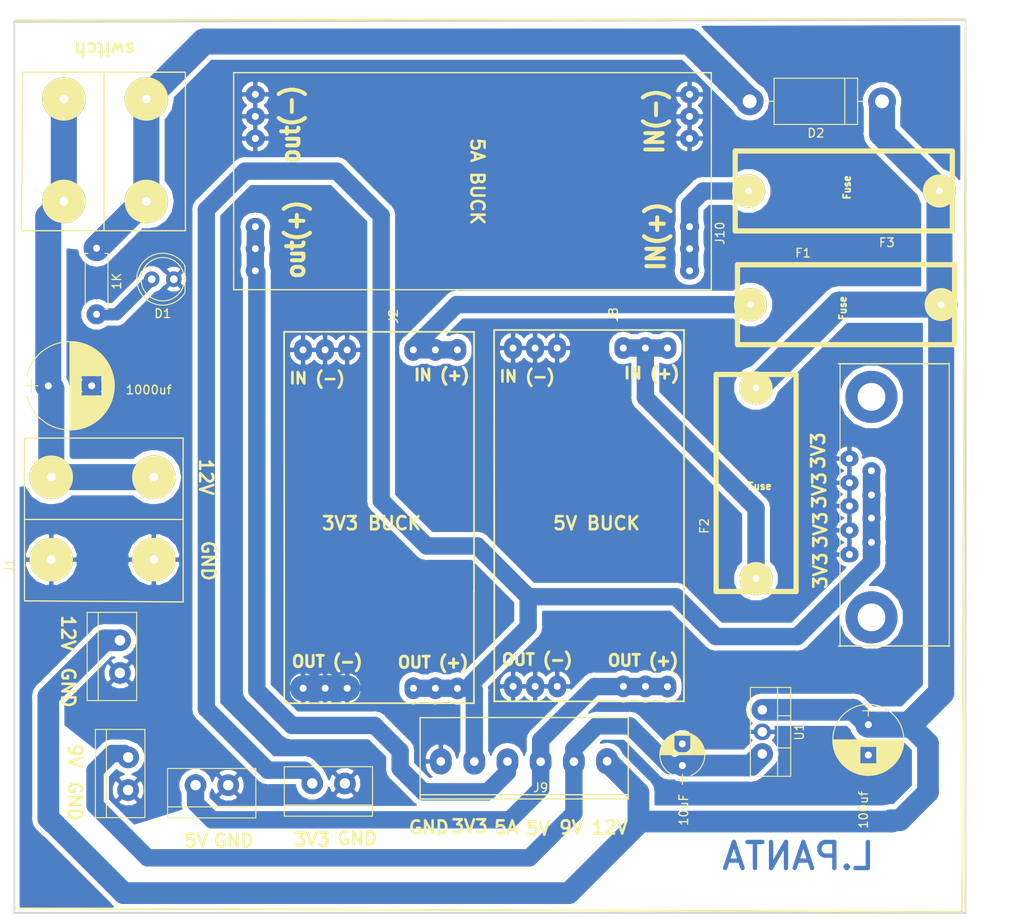
<source format=kicad_pcb>
(kicad_pcb (version 20171130) (host pcbnew "(5.0.2)-1")

  (general
    (thickness 1.6)
    (drawings 33)
    (tracks 115)
    (zones 0)
    (modules 21)
    (nets 13)
  )

  (page A4)
  (layers
    (0 F.Cu signal)
    (31 B.Cu signal)
    (32 B.Adhes user)
    (33 F.Adhes user)
    (34 B.Paste user)
    (35 F.Paste user)
    (36 B.SilkS user)
    (37 F.SilkS user)
    (38 B.Mask user)
    (39 F.Mask user)
    (40 Dwgs.User user)
    (41 Cmts.User user)
    (42 Eco1.User user)
    (43 Eco2.User user)
    (44 Edge.Cuts user)
    (45 Margin user)
    (46 B.CrtYd user)
    (47 F.CrtYd user)
    (48 B.Fab user)
    (49 F.Fab user)
  )

  (setup
    (last_trace_width 0.25)
    (user_trace_width 1)
    (user_trace_width 1.2)
    (user_trace_width 1.4)
    (user_trace_width 2)
    (user_trace_width 2.5)
    (user_trace_width 3)
    (user_trace_width 3.5)
    (user_trace_width 4)
    (trace_clearance 0.6)
    (zone_clearance 0.508)
    (zone_45_only no)
    (trace_min 0.2)
    (segment_width 0.2)
    (edge_width 0.15)
    (via_size 0.8)
    (via_drill 0.4)
    (via_min_size 0.4)
    (via_min_drill 0.3)
    (uvia_size 0.3)
    (uvia_drill 0.1)
    (uvias_allowed no)
    (uvia_min_size 0.2)
    (uvia_min_drill 0.1)
    (pcb_text_width 0.3)
    (pcb_text_size 1.5 1.5)
    (mod_edge_width 0.15)
    (mod_text_size 1 1)
    (mod_text_width 0.15)
    (pad_size 2.5 3)
    (pad_drill 1)
    (pad_to_mask_clearance 0.051)
    (solder_mask_min_width 0.25)
    (aux_axis_origin 0 0)
    (visible_elements 7FFFFFFF)
    (pcbplotparams
      (layerselection 0x010fc_ffffffff)
      (usegerberextensions false)
      (usegerberattributes false)
      (usegerberadvancedattributes false)
      (creategerberjobfile false)
      (excludeedgelayer true)
      (linewidth 0.100000)
      (plotframeref false)
      (viasonmask false)
      (mode 1)
      (useauxorigin false)
      (hpglpennumber 1)
      (hpglpenspeed 20)
      (hpglpendiameter 15.000000)
      (psnegative false)
      (psa4output false)
      (plotreference true)
      (plotvalue true)
      (plotinvisibletext false)
      (padsonsilk false)
      (subtractmaskfromsilk false)
      (outputformat 1)
      (mirror false)
      (drillshape 1)
      (scaleselection 1)
      (outputdirectory ""))
  )

  (net 0 "")
  (net 1 "Net-(C1-Pad1)")
  (net 2 GND)
  (net 3 /main)
  (net 4 /9V)
  (net 5 "Net-(D1-Pad2)")
  (net 6 "Net-(F1-Pad2)")
  (net 7 "Net-(F2-Pad2)")
  (net 8 /3V3)
  (net 9 /5V)
  (net 10 /5A)
  (net 11 "Net-(D2-Pad2)")
  (net 12 "Net-(F3-Pad1)")

  (net_class Default "This is the default net class."
    (clearance 0.6)
    (trace_width 0.25)
    (via_dia 0.8)
    (via_drill 0.4)
    (uvia_dia 0.3)
    (uvia_drill 0.1)
    (add_net /3V3)
    (add_net /5A)
    (add_net /5V)
    (add_net /9V)
    (add_net /main)
    (add_net GND)
    (add_net "Net-(C1-Pad1)")
    (add_net "Net-(D1-Pad2)")
    (add_net "Net-(D2-Pad2)")
    (add_net "Net-(F1-Pad2)")
    (add_net "Net-(F2-Pad2)")
    (add_net "Net-(F3-Pad1)")
  )

  (module modFiles:Solar_Connector (layer F.Cu) (tedit 5FB0277F) (tstamp 5E1431CE)
    (at 57.84088 35.28568)
    (path /5DD6701C)
    (fp_text reference J3 (at -5.334 -10.2362) (layer F.SilkS) hide
      (effects (font (size 1 1) (thickness 0.15)))
    )
    (fp_text value Conn_01x02 (at -8.128 -10.2362) (layer F.SilkS) hide
      (effects (font (size 1 1) (thickness 0.15)))
    )
    (fp_line (start -9.2964 -8.513) (end 9.3 -8.513) (layer F.SilkS) (width 0.15))
    (fp_line (start 9.3774 -8.45) (end 9.3774 9.75) (layer F.SilkS) (width 0.15))
    (fp_line (start -9.5 9.75) (end 9.3774 9.75) (layer F.SilkS) (width 0.15))
    (fp_line (start -9.3726 -8.5) (end -9.5 9.75) (layer F.SilkS) (width 0.15))
    (fp_line (start 0 9.75) (end 0 -8.5) (layer F.SilkS) (width 0.15))
    (pad 1 thru_hole oval (at -4.6226 -5.4264 90) (size 5 5) (drill 1) (layers *.Cu *.Mask F.SilkS)
      (net 1 "Net-(C1-Pad1)"))
    (pad 2 thru_hole oval (at 4.8774 -5.4264 90) (size 5 5) (drill 1) (layers *.Cu *.Mask F.SilkS)
      (net 11 "Net-(D2-Pad2)"))
    (pad 1 thru_hole oval (at -4.6226 6.3736 90) (size 5 5) (drill 1) (layers *.Cu *.Mask F.SilkS)
      (net 1 "Net-(C1-Pad1)"))
    (pad 2 thru_hole oval (at 4.8774 6.3736 90) (size 5 5) (drill 1) (layers *.Cu *.Mask F.SilkS)
      (net 11 "Net-(D2-Pad2)"))
  )

  (module modFiles:Capacitor_100uF (layer F.Cu) (tedit 5FB02769) (tstamp 5E1430E1)
    (at 145.8468 101.94036 270)
    (descr "CP, Radial series, Radial, pin pitch=3.50mm, , diameter=8mm, Electrolytic Capacitor")
    (tags "CP Radial series Radial pin pitch 3.50mm  diameter 8mm Electrolytic Capacitor")
    (path /5DD675DB)
    (fp_text reference 100uf (at 9.81964 0.5588 270) (layer F.SilkS)
      (effects (font (size 1 1) (thickness 0.15)))
    )
    (fp_text value 100uf (at 1.94564 5.8928 270) (layer F.Fab) hide
      (effects (font (size 1 1) (thickness 0.15)))
    )
    (fp_circle (center 1.75 0) (end 5.75 0) (layer F.Fab) (width 0.1))
    (fp_circle (center 1.75 0) (end 5.84 0) (layer F.SilkS) (width 0.12))
    (fp_line (start -2.2 0) (end -1 0) (layer F.Fab) (width 0.1))
    (fp_line (start -1.6 -0.65) (end -1.6 0.65) (layer F.Fab) (width 0.1))
    (fp_line (start 1.75 -4.05) (end 1.75 4.05) (layer F.SilkS) (width 0.12))
    (fp_line (start 1.79 -4.05) (end 1.79 4.05) (layer F.SilkS) (width 0.12))
    (fp_line (start 1.83 -4.05) (end 1.83 4.05) (layer F.SilkS) (width 0.12))
    (fp_line (start 1.87 -4.049) (end 1.87 4.049) (layer F.SilkS) (width 0.12))
    (fp_line (start 1.91 -4.047) (end 1.91 4.047) (layer F.SilkS) (width 0.12))
    (fp_line (start 1.95 -4.046) (end 1.95 4.046) (layer F.SilkS) (width 0.12))
    (fp_line (start 1.99 -4.043) (end 1.99 4.043) (layer F.SilkS) (width 0.12))
    (fp_line (start 2.03 -4.041) (end 2.03 4.041) (layer F.SilkS) (width 0.12))
    (fp_line (start 2.07 -4.038) (end 2.07 4.038) (layer F.SilkS) (width 0.12))
    (fp_line (start 2.11 -4.035) (end 2.11 4.035) (layer F.SilkS) (width 0.12))
    (fp_line (start 2.15 -4.031) (end 2.15 4.031) (layer F.SilkS) (width 0.12))
    (fp_line (start 2.19 -4.027) (end 2.19 4.027) (layer F.SilkS) (width 0.12))
    (fp_line (start 2.23 -4.022) (end 2.23 4.022) (layer F.SilkS) (width 0.12))
    (fp_line (start 2.27 -4.017) (end 2.27 4.017) (layer F.SilkS) (width 0.12))
    (fp_line (start 2.31 -4.012) (end 2.31 4.012) (layer F.SilkS) (width 0.12))
    (fp_line (start 2.35 -4.006) (end 2.35 4.006) (layer F.SilkS) (width 0.12))
    (fp_line (start 2.39 -4) (end 2.39 4) (layer F.SilkS) (width 0.12))
    (fp_line (start 2.43 -3.994) (end 2.43 3.994) (layer F.SilkS) (width 0.12))
    (fp_line (start 2.471 -3.987) (end 2.471 3.987) (layer F.SilkS) (width 0.12))
    (fp_line (start 2.511 -3.979) (end 2.511 3.979) (layer F.SilkS) (width 0.12))
    (fp_line (start 2.551 -3.971) (end 2.551 -0.98) (layer F.SilkS) (width 0.12))
    (fp_line (start 2.551 0.98) (end 2.551 3.971) (layer F.SilkS) (width 0.12))
    (fp_line (start 2.591 -3.963) (end 2.591 -0.98) (layer F.SilkS) (width 0.12))
    (fp_line (start 2.591 0.98) (end 2.591 3.963) (layer F.SilkS) (width 0.12))
    (fp_line (start 2.631 -3.955) (end 2.631 -0.98) (layer F.SilkS) (width 0.12))
    (fp_line (start 2.631 0.98) (end 2.631 3.955) (layer F.SilkS) (width 0.12))
    (fp_line (start 2.671 -3.946) (end 2.671 -0.98) (layer F.SilkS) (width 0.12))
    (fp_line (start 2.671 0.98) (end 2.671 3.946) (layer F.SilkS) (width 0.12))
    (fp_line (start 2.711 -3.936) (end 2.711 -0.98) (layer F.SilkS) (width 0.12))
    (fp_line (start 2.711 0.98) (end 2.711 3.936) (layer F.SilkS) (width 0.12))
    (fp_line (start 2.751 -3.926) (end 2.751 -0.98) (layer F.SilkS) (width 0.12))
    (fp_line (start 2.751 0.98) (end 2.751 3.926) (layer F.SilkS) (width 0.12))
    (fp_line (start 2.791 -3.916) (end 2.791 -0.98) (layer F.SilkS) (width 0.12))
    (fp_line (start 2.791 0.98) (end 2.791 3.916) (layer F.SilkS) (width 0.12))
    (fp_line (start 2.831 -3.905) (end 2.831 -0.98) (layer F.SilkS) (width 0.12))
    (fp_line (start 2.831 0.98) (end 2.831 3.905) (layer F.SilkS) (width 0.12))
    (fp_line (start 2.871 -3.894) (end 2.871 -0.98) (layer F.SilkS) (width 0.12))
    (fp_line (start 2.871 0.98) (end 2.871 3.894) (layer F.SilkS) (width 0.12))
    (fp_line (start 2.911 -3.883) (end 2.911 -0.98) (layer F.SilkS) (width 0.12))
    (fp_line (start 2.911 0.98) (end 2.911 3.883) (layer F.SilkS) (width 0.12))
    (fp_line (start 2.951 -3.87) (end 2.951 -0.98) (layer F.SilkS) (width 0.12))
    (fp_line (start 2.951 0.98) (end 2.951 3.87) (layer F.SilkS) (width 0.12))
    (fp_line (start 2.991 -3.858) (end 2.991 -0.98) (layer F.SilkS) (width 0.12))
    (fp_line (start 2.991 0.98) (end 2.991 3.858) (layer F.SilkS) (width 0.12))
    (fp_line (start 3.031 -3.845) (end 3.031 -0.98) (layer F.SilkS) (width 0.12))
    (fp_line (start 3.031 0.98) (end 3.031 3.845) (layer F.SilkS) (width 0.12))
    (fp_line (start 3.071 -3.832) (end 3.071 -0.98) (layer F.SilkS) (width 0.12))
    (fp_line (start 3.071 0.98) (end 3.071 3.832) (layer F.SilkS) (width 0.12))
    (fp_line (start 3.111 -3.818) (end 3.111 -0.98) (layer F.SilkS) (width 0.12))
    (fp_line (start 3.111 0.98) (end 3.111 3.818) (layer F.SilkS) (width 0.12))
    (fp_line (start 3.151 -3.803) (end 3.151 -0.98) (layer F.SilkS) (width 0.12))
    (fp_line (start 3.151 0.98) (end 3.151 3.803) (layer F.SilkS) (width 0.12))
    (fp_line (start 3.191 -3.789) (end 3.191 -0.98) (layer F.SilkS) (width 0.12))
    (fp_line (start 3.191 0.98) (end 3.191 3.789) (layer F.SilkS) (width 0.12))
    (fp_line (start 3.231 -3.773) (end 3.231 -0.98) (layer F.SilkS) (width 0.12))
    (fp_line (start 3.231 0.98) (end 3.231 3.773) (layer F.SilkS) (width 0.12))
    (fp_line (start 3.271 -3.758) (end 3.271 -0.98) (layer F.SilkS) (width 0.12))
    (fp_line (start 3.271 0.98) (end 3.271 3.758) (layer F.SilkS) (width 0.12))
    (fp_line (start 3.311 -3.741) (end 3.311 -0.98) (layer F.SilkS) (width 0.12))
    (fp_line (start 3.311 0.98) (end 3.311 3.741) (layer F.SilkS) (width 0.12))
    (fp_line (start 3.351 -3.725) (end 3.351 -0.98) (layer F.SilkS) (width 0.12))
    (fp_line (start 3.351 0.98) (end 3.351 3.725) (layer F.SilkS) (width 0.12))
    (fp_line (start 3.391 -3.707) (end 3.391 -0.98) (layer F.SilkS) (width 0.12))
    (fp_line (start 3.391 0.98) (end 3.391 3.707) (layer F.SilkS) (width 0.12))
    (fp_line (start 3.431 -3.69) (end 3.431 -0.98) (layer F.SilkS) (width 0.12))
    (fp_line (start 3.431 0.98) (end 3.431 3.69) (layer F.SilkS) (width 0.12))
    (fp_line (start 3.471 -3.671) (end 3.471 -0.98) (layer F.SilkS) (width 0.12))
    (fp_line (start 3.471 0.98) (end 3.471 3.671) (layer F.SilkS) (width 0.12))
    (fp_line (start 3.511 -3.652) (end 3.511 -0.98) (layer F.SilkS) (width 0.12))
    (fp_line (start 3.511 0.98) (end 3.511 3.652) (layer F.SilkS) (width 0.12))
    (fp_line (start 3.551 -3.633) (end 3.551 -0.98) (layer F.SilkS) (width 0.12))
    (fp_line (start 3.551 0.98) (end 3.551 3.633) (layer F.SilkS) (width 0.12))
    (fp_line (start 3.591 -3.613) (end 3.591 -0.98) (layer F.SilkS) (width 0.12))
    (fp_line (start 3.591 0.98) (end 3.591 3.613) (layer F.SilkS) (width 0.12))
    (fp_line (start 3.631 -3.593) (end 3.631 -0.98) (layer F.SilkS) (width 0.12))
    (fp_line (start 3.631 0.98) (end 3.631 3.593) (layer F.SilkS) (width 0.12))
    (fp_line (start 3.671 -3.572) (end 3.671 -0.98) (layer F.SilkS) (width 0.12))
    (fp_line (start 3.671 0.98) (end 3.671 3.572) (layer F.SilkS) (width 0.12))
    (fp_line (start 3.711 -3.55) (end 3.711 -0.98) (layer F.SilkS) (width 0.12))
    (fp_line (start 3.711 0.98) (end 3.711 3.55) (layer F.SilkS) (width 0.12))
    (fp_line (start 3.751 -3.528) (end 3.751 -0.98) (layer F.SilkS) (width 0.12))
    (fp_line (start 3.751 0.98) (end 3.751 3.528) (layer F.SilkS) (width 0.12))
    (fp_line (start 3.791 -3.505) (end 3.791 -0.98) (layer F.SilkS) (width 0.12))
    (fp_line (start 3.791 0.98) (end 3.791 3.505) (layer F.SilkS) (width 0.12))
    (fp_line (start 3.831 -3.482) (end 3.831 -0.98) (layer F.SilkS) (width 0.12))
    (fp_line (start 3.831 0.98) (end 3.831 3.482) (layer F.SilkS) (width 0.12))
    (fp_line (start 3.871 -3.458) (end 3.871 -0.98) (layer F.SilkS) (width 0.12))
    (fp_line (start 3.871 0.98) (end 3.871 3.458) (layer F.SilkS) (width 0.12))
    (fp_line (start 3.911 -3.434) (end 3.911 -0.98) (layer F.SilkS) (width 0.12))
    (fp_line (start 3.911 0.98) (end 3.911 3.434) (layer F.SilkS) (width 0.12))
    (fp_line (start 3.951 -3.408) (end 3.951 -0.98) (layer F.SilkS) (width 0.12))
    (fp_line (start 3.951 0.98) (end 3.951 3.408) (layer F.SilkS) (width 0.12))
    (fp_line (start 3.991 -3.383) (end 3.991 -0.98) (layer F.SilkS) (width 0.12))
    (fp_line (start 3.991 0.98) (end 3.991 3.383) (layer F.SilkS) (width 0.12))
    (fp_line (start 4.031 -3.356) (end 4.031 -0.98) (layer F.SilkS) (width 0.12))
    (fp_line (start 4.031 0.98) (end 4.031 3.356) (layer F.SilkS) (width 0.12))
    (fp_line (start 4.071 -3.329) (end 4.071 -0.98) (layer F.SilkS) (width 0.12))
    (fp_line (start 4.071 0.98) (end 4.071 3.329) (layer F.SilkS) (width 0.12))
    (fp_line (start 4.111 -3.301) (end 4.111 -0.98) (layer F.SilkS) (width 0.12))
    (fp_line (start 4.111 0.98) (end 4.111 3.301) (layer F.SilkS) (width 0.12))
    (fp_line (start 4.151 -3.272) (end 4.151 -0.98) (layer F.SilkS) (width 0.12))
    (fp_line (start 4.151 0.98) (end 4.151 3.272) (layer F.SilkS) (width 0.12))
    (fp_line (start 4.191 -3.243) (end 4.191 -0.98) (layer F.SilkS) (width 0.12))
    (fp_line (start 4.191 0.98) (end 4.191 3.243) (layer F.SilkS) (width 0.12))
    (fp_line (start 4.231 -3.213) (end 4.231 -0.98) (layer F.SilkS) (width 0.12))
    (fp_line (start 4.231 0.98) (end 4.231 3.213) (layer F.SilkS) (width 0.12))
    (fp_line (start 4.271 -3.182) (end 4.271 -0.98) (layer F.SilkS) (width 0.12))
    (fp_line (start 4.271 0.98) (end 4.271 3.182) (layer F.SilkS) (width 0.12))
    (fp_line (start 4.311 -3.15) (end 4.311 -0.98) (layer F.SilkS) (width 0.12))
    (fp_line (start 4.311 0.98) (end 4.311 3.15) (layer F.SilkS) (width 0.12))
    (fp_line (start 4.351 -3.118) (end 4.351 -0.98) (layer F.SilkS) (width 0.12))
    (fp_line (start 4.351 0.98) (end 4.351 3.118) (layer F.SilkS) (width 0.12))
    (fp_line (start 4.391 -3.084) (end 4.391 -0.98) (layer F.SilkS) (width 0.12))
    (fp_line (start 4.391 0.98) (end 4.391 3.084) (layer F.SilkS) (width 0.12))
    (fp_line (start 4.431 -3.05) (end 4.431 -0.98) (layer F.SilkS) (width 0.12))
    (fp_line (start 4.431 0.98) (end 4.431 3.05) (layer F.SilkS) (width 0.12))
    (fp_line (start 4.471 -3.015) (end 4.471 -0.98) (layer F.SilkS) (width 0.12))
    (fp_line (start 4.471 0.98) (end 4.471 3.015) (layer F.SilkS) (width 0.12))
    (fp_line (start 4.511 -2.979) (end 4.511 2.979) (layer F.SilkS) (width 0.12))
    (fp_line (start 4.551 -2.942) (end 4.551 2.942) (layer F.SilkS) (width 0.12))
    (fp_line (start 4.591 -2.904) (end 4.591 2.904) (layer F.SilkS) (width 0.12))
    (fp_line (start 4.631 -2.865) (end 4.631 2.865) (layer F.SilkS) (width 0.12))
    (fp_line (start 4.671 -2.824) (end 4.671 2.824) (layer F.SilkS) (width 0.12))
    (fp_line (start 4.711 -2.783) (end 4.711 2.783) (layer F.SilkS) (width 0.12))
    (fp_line (start 4.751 -2.74) (end 4.751 2.74) (layer F.SilkS) (width 0.12))
    (fp_line (start 4.791 -2.697) (end 4.791 2.697) (layer F.SilkS) (width 0.12))
    (fp_line (start 4.831 -2.652) (end 4.831 2.652) (layer F.SilkS) (width 0.12))
    (fp_line (start 4.871 -2.605) (end 4.871 2.605) (layer F.SilkS) (width 0.12))
    (fp_line (start 4.911 -2.557) (end 4.911 2.557) (layer F.SilkS) (width 0.12))
    (fp_line (start 4.951 -2.508) (end 4.951 2.508) (layer F.SilkS) (width 0.12))
    (fp_line (start 4.991 -2.457) (end 4.991 2.457) (layer F.SilkS) (width 0.12))
    (fp_line (start 5.031 -2.404) (end 5.031 2.404) (layer F.SilkS) (width 0.12))
    (fp_line (start 5.071 -2.349) (end 5.071 2.349) (layer F.SilkS) (width 0.12))
    (fp_line (start 5.111 -2.293) (end 5.111 2.293) (layer F.SilkS) (width 0.12))
    (fp_line (start 5.151 -2.234) (end 5.151 2.234) (layer F.SilkS) (width 0.12))
    (fp_line (start 5.191 -2.173) (end 5.191 2.173) (layer F.SilkS) (width 0.12))
    (fp_line (start 5.231 -2.109) (end 5.231 2.109) (layer F.SilkS) (width 0.12))
    (fp_line (start 5.271 -2.043) (end 5.271 2.043) (layer F.SilkS) (width 0.12))
    (fp_line (start 5.311 -1.974) (end 5.311 1.974) (layer F.SilkS) (width 0.12))
    (fp_line (start 5.351 -1.902) (end 5.351 1.902) (layer F.SilkS) (width 0.12))
    (fp_line (start 5.391 -1.826) (end 5.391 1.826) (layer F.SilkS) (width 0.12))
    (fp_line (start 5.431 -1.745) (end 5.431 1.745) (layer F.SilkS) (width 0.12))
    (fp_line (start 5.471 -1.66) (end 5.471 1.66) (layer F.SilkS) (width 0.12))
    (fp_line (start 5.511 -1.57) (end 5.511 1.57) (layer F.SilkS) (width 0.12))
    (fp_line (start 5.551 -1.473) (end 5.551 1.473) (layer F.SilkS) (width 0.12))
    (fp_line (start 5.591 -1.369) (end 5.591 1.369) (layer F.SilkS) (width 0.12))
    (fp_line (start 5.631 -1.254) (end 5.631 1.254) (layer F.SilkS) (width 0.12))
    (fp_line (start 5.671 -1.127) (end 5.671 1.127) (layer F.SilkS) (width 0.12))
    (fp_line (start 5.711 -0.983) (end 5.711 0.983) (layer F.SilkS) (width 0.12))
    (fp_line (start 5.751 -0.814) (end 5.751 0.814) (layer F.SilkS) (width 0.12))
    (fp_line (start 5.791 -0.598) (end 5.791 0.598) (layer F.SilkS) (width 0.12))
    (fp_line (start 5.831 -0.246) (end 5.831 0.246) (layer F.SilkS) (width 0.12))
    (fp_line (start -2.2 0) (end -1 0) (layer F.SilkS) (width 0.12))
    (fp_line (start -1.6 -0.65) (end -1.6 0.65) (layer F.SilkS) (width 0.12))
    (fp_line (start -2.6 -4.35) (end -2.6 4.35) (layer F.CrtYd) (width 0.05))
    (fp_line (start -2.6 4.35) (end 6.1 4.35) (layer F.CrtYd) (width 0.05))
    (fp_line (start 6.1 4.35) (end 6.1 -4.35) (layer F.CrtYd) (width 0.05))
    (fp_line (start 6.1 -4.35) (end -2.6 -4.35) (layer F.CrtYd) (width 0.05))
    (pad 1 thru_hole circle (at 0 0 270) (size 2.2 2.2) (drill 0.8) (layers *.Cu *.Mask)
      (net 3 /main))
    (pad 2 thru_hole circle (at 3.5 0 270) (size 2.2 2.2) (drill 0.8) (layers *.Cu *.Mask)
      (net 2 GND))
    (model _3D/Used/CP_Radial_D8.0mm_P3.50mm.wrl
      (at (xyz 0 0 0))
      (scale (xyz 0.393701 0.393701 0.393701))
      (rotate (xyz 0 0 0))
    )
  )

  (module Package_TO_SOT_THT:TO-220-3_Vertical (layer F.Cu) (tedit 5DD90F0D) (tstamp 5E1432B1)
    (at 133.63956 100.2284 270)
    (descr "TO-220-3, Vertical, RM 2.54mm, see https://www.vishay.com/docs/66542/to-220-1.pdf")
    (tags "TO-220-3 Vertical RM 2.54mm")
    (path /5DD67566)
    (fp_text reference U1 (at 2.54 -4.27 270) (layer F.SilkS)
      (effects (font (size 1 1) (thickness 0.15)))
    )
    (fp_text value LM7809_TO220 (at 2.54 2.5 270) (layer F.Fab)
      (effects (font (size 1 1) (thickness 0.15)))
    )
    (fp_line (start -2.46 -3.15) (end -2.46 1.25) (layer F.Fab) (width 0.1))
    (fp_line (start -2.46 1.25) (end 7.54 1.25) (layer F.Fab) (width 0.1))
    (fp_line (start 7.54 1.25) (end 7.54 -3.15) (layer F.Fab) (width 0.1))
    (fp_line (start 7.54 -3.15) (end -2.46 -3.15) (layer F.Fab) (width 0.1))
    (fp_line (start -2.46 -1.88) (end 7.54 -1.88) (layer F.Fab) (width 0.1))
    (fp_line (start 0.69 -3.15) (end 0.69 -1.88) (layer F.Fab) (width 0.1))
    (fp_line (start 4.39 -3.15) (end 4.39 -1.88) (layer F.Fab) (width 0.1))
    (fp_line (start -2.58 -3.27) (end 7.66 -3.27) (layer F.SilkS) (width 0.12))
    (fp_line (start -2.58 1.371) (end 7.66 1.371) (layer F.SilkS) (width 0.12))
    (fp_line (start -2.58 -3.27) (end -2.58 1.371) (layer F.SilkS) (width 0.12))
    (fp_line (start 7.66 -3.27) (end 7.66 1.371) (layer F.SilkS) (width 0.12))
    (fp_line (start -2.58 -1.76) (end 7.66 -1.76) (layer F.SilkS) (width 0.12))
    (fp_line (start 0.69 -3.27) (end 0.69 -1.76) (layer F.SilkS) (width 0.12))
    (fp_line (start 4.391 -3.27) (end 4.391 -1.76) (layer F.SilkS) (width 0.12))
    (fp_line (start -2.71 -3.4) (end -2.71 1.51) (layer F.CrtYd) (width 0.05))
    (fp_line (start -2.71 1.51) (end 7.79 1.51) (layer F.CrtYd) (width 0.05))
    (fp_line (start 7.79 1.51) (end 7.79 -3.4) (layer F.CrtYd) (width 0.05))
    (fp_line (start 7.79 -3.4) (end -2.71 -3.4) (layer F.CrtYd) (width 0.05))
    (fp_text user %R (at 2.54 -4.27 270) (layer F.Fab)
      (effects (font (size 1 1) (thickness 0.15)))
    )
    (pad 1 thru_hole oval (at 0 0 270) (size 1.905 2) (drill 1.1) (layers *.Cu *.Mask)
      (net 3 /main))
    (pad 2 thru_hole oval (at 2.54 0 270) (size 1.905 2) (drill 1.1) (layers *.Cu *.Mask)
      (net 2 GND))
    (pad 3 thru_hole oval (at 5.08 0 270) (size 1.905 2) (drill 1.1) (layers *.Cu *.Mask)
      (net 4 /9V))
    (model ${KISYS3DMOD}/Package_TO_SOT_THT.3dshapes/TO-220-3_Vertical.wrl
      (at (xyz 0 0 0))
      (scale (xyz 1 1 1))
      (rotate (xyz 0 0 0))
    )
  )

  (module modFiles:Capacitor_10uF (layer F.Cu) (tedit 5FB02585) (tstamp 5E143165)
    (at 124.4346 106.64952 90)
    (descr "CP, Radial series, Radial, pin pitch=2.50mm, , diameter=5mm, Electrolytic Capacitor")
    (tags "CP Radial series Radial pin pitch 2.50mm  diameter 5mm Electrolytic Capacitor")
    (path /5DD67802)
    (fp_text reference 10uF (at -5.11048 0.1524 90) (layer F.SilkS)
      (effects (font (size 1 1) (thickness 0.15)))
    )
    (fp_text value CP1 (at -0.3302 3.87604 90) (layer F.Fab)
      (effects (font (size 1 1) (thickness 0.15)))
    )
    (fp_arc (start 1.25 0) (end -1.147436 -0.98) (angle 135.5) (layer F.SilkS) (width 0.12))
    (fp_arc (start 1.25 0) (end -1.147436 0.98) (angle -135.5) (layer F.SilkS) (width 0.12))
    (fp_arc (start 1.25 0) (end 3.647436 -0.98) (angle 44.5) (layer F.SilkS) (width 0.12))
    (fp_circle (center 1.25 0) (end 3.75 0) (layer F.Fab) (width 0.1))
    (fp_line (start -2.2 0) (end -1 0) (layer F.Fab) (width 0.1))
    (fp_line (start -1.6 -0.65) (end -1.6 0.65) (layer F.Fab) (width 0.1))
    (fp_line (start 1.25 -2.55) (end 1.25 2.55) (layer F.SilkS) (width 0.12))
    (fp_line (start 1.29 -2.55) (end 1.29 2.55) (layer F.SilkS) (width 0.12))
    (fp_line (start 1.33 -2.549) (end 1.33 2.549) (layer F.SilkS) (width 0.12))
    (fp_line (start 1.37 -2.548) (end 1.37 2.548) (layer F.SilkS) (width 0.12))
    (fp_line (start 1.41 -2.546) (end 1.41 2.546) (layer F.SilkS) (width 0.12))
    (fp_line (start 1.45 -2.543) (end 1.45 2.543) (layer F.SilkS) (width 0.12))
    (fp_line (start 1.49 -2.539) (end 1.49 2.539) (layer F.SilkS) (width 0.12))
    (fp_line (start 1.53 -2.535) (end 1.53 -0.98) (layer F.SilkS) (width 0.12))
    (fp_line (start 1.53 0.98) (end 1.53 2.535) (layer F.SilkS) (width 0.12))
    (fp_line (start 1.57 -2.531) (end 1.57 -0.98) (layer F.SilkS) (width 0.12))
    (fp_line (start 1.57 0.98) (end 1.57 2.531) (layer F.SilkS) (width 0.12))
    (fp_line (start 1.61 -2.525) (end 1.61 -0.98) (layer F.SilkS) (width 0.12))
    (fp_line (start 1.61 0.98) (end 1.61 2.525) (layer F.SilkS) (width 0.12))
    (fp_line (start 1.65 -2.519) (end 1.65 -0.98) (layer F.SilkS) (width 0.12))
    (fp_line (start 1.65 0.98) (end 1.65 2.519) (layer F.SilkS) (width 0.12))
    (fp_line (start 1.69 -2.513) (end 1.69 -0.98) (layer F.SilkS) (width 0.12))
    (fp_line (start 1.69 0.98) (end 1.69 2.513) (layer F.SilkS) (width 0.12))
    (fp_line (start 1.73 -2.506) (end 1.73 -0.98) (layer F.SilkS) (width 0.12))
    (fp_line (start 1.73 0.98) (end 1.73 2.506) (layer F.SilkS) (width 0.12))
    (fp_line (start 1.77 -2.498) (end 1.77 -0.98) (layer F.SilkS) (width 0.12))
    (fp_line (start 1.77 0.98) (end 1.77 2.498) (layer F.SilkS) (width 0.12))
    (fp_line (start 1.81 -2.489) (end 1.81 -0.98) (layer F.SilkS) (width 0.12))
    (fp_line (start 1.81 0.98) (end 1.81 2.489) (layer F.SilkS) (width 0.12))
    (fp_line (start 1.85 -2.48) (end 1.85 -0.98) (layer F.SilkS) (width 0.12))
    (fp_line (start 1.85 0.98) (end 1.85 2.48) (layer F.SilkS) (width 0.12))
    (fp_line (start 1.89 -2.47) (end 1.89 -0.98) (layer F.SilkS) (width 0.12))
    (fp_line (start 1.89 0.98) (end 1.89 2.47) (layer F.SilkS) (width 0.12))
    (fp_line (start 1.93 -2.46) (end 1.93 -0.98) (layer F.SilkS) (width 0.12))
    (fp_line (start 1.93 0.98) (end 1.93 2.46) (layer F.SilkS) (width 0.12))
    (fp_line (start 1.971 -2.448) (end 1.971 -0.98) (layer F.SilkS) (width 0.12))
    (fp_line (start 1.971 0.98) (end 1.971 2.448) (layer F.SilkS) (width 0.12))
    (fp_line (start 2.011 -2.436) (end 2.011 -0.98) (layer F.SilkS) (width 0.12))
    (fp_line (start 2.011 0.98) (end 2.011 2.436) (layer F.SilkS) (width 0.12))
    (fp_line (start 2.051 -2.424) (end 2.051 -0.98) (layer F.SilkS) (width 0.12))
    (fp_line (start 2.051 0.98) (end 2.051 2.424) (layer F.SilkS) (width 0.12))
    (fp_line (start 2.091 -2.41) (end 2.091 -0.98) (layer F.SilkS) (width 0.12))
    (fp_line (start 2.091 0.98) (end 2.091 2.41) (layer F.SilkS) (width 0.12))
    (fp_line (start 2.131 -2.396) (end 2.131 -0.98) (layer F.SilkS) (width 0.12))
    (fp_line (start 2.131 0.98) (end 2.131 2.396) (layer F.SilkS) (width 0.12))
    (fp_line (start 2.171 -2.382) (end 2.171 -0.98) (layer F.SilkS) (width 0.12))
    (fp_line (start 2.171 0.98) (end 2.171 2.382) (layer F.SilkS) (width 0.12))
    (fp_line (start 2.211 -2.366) (end 2.211 -0.98) (layer F.SilkS) (width 0.12))
    (fp_line (start 2.211 0.98) (end 2.211 2.366) (layer F.SilkS) (width 0.12))
    (fp_line (start 2.251 -2.35) (end 2.251 -0.98) (layer F.SilkS) (width 0.12))
    (fp_line (start 2.251 0.98) (end 2.251 2.35) (layer F.SilkS) (width 0.12))
    (fp_line (start 2.291 -2.333) (end 2.291 -0.98) (layer F.SilkS) (width 0.12))
    (fp_line (start 2.291 0.98) (end 2.291 2.333) (layer F.SilkS) (width 0.12))
    (fp_line (start 2.331 -2.315) (end 2.331 -0.98) (layer F.SilkS) (width 0.12))
    (fp_line (start 2.331 0.98) (end 2.331 2.315) (layer F.SilkS) (width 0.12))
    (fp_line (start 2.371 -2.296) (end 2.371 -0.98) (layer F.SilkS) (width 0.12))
    (fp_line (start 2.371 0.98) (end 2.371 2.296) (layer F.SilkS) (width 0.12))
    (fp_line (start 2.411 -2.276) (end 2.411 -0.98) (layer F.SilkS) (width 0.12))
    (fp_line (start 2.411 0.98) (end 2.411 2.276) (layer F.SilkS) (width 0.12))
    (fp_line (start 2.451 -2.256) (end 2.451 -0.98) (layer F.SilkS) (width 0.12))
    (fp_line (start 2.451 0.98) (end 2.451 2.256) (layer F.SilkS) (width 0.12))
    (fp_line (start 2.491 -2.234) (end 2.491 -0.98) (layer F.SilkS) (width 0.12))
    (fp_line (start 2.491 0.98) (end 2.491 2.234) (layer F.SilkS) (width 0.12))
    (fp_line (start 2.531 -2.212) (end 2.531 -0.98) (layer F.SilkS) (width 0.12))
    (fp_line (start 2.531 0.98) (end 2.531 2.212) (layer F.SilkS) (width 0.12))
    (fp_line (start 2.571 -2.189) (end 2.571 -0.98) (layer F.SilkS) (width 0.12))
    (fp_line (start 2.571 0.98) (end 2.571 2.189) (layer F.SilkS) (width 0.12))
    (fp_line (start 2.611 -2.165) (end 2.611 -0.98) (layer F.SilkS) (width 0.12))
    (fp_line (start 2.611 0.98) (end 2.611 2.165) (layer F.SilkS) (width 0.12))
    (fp_line (start 2.651 -2.14) (end 2.651 -0.98) (layer F.SilkS) (width 0.12))
    (fp_line (start 2.651 0.98) (end 2.651 2.14) (layer F.SilkS) (width 0.12))
    (fp_line (start 2.691 -2.113) (end 2.691 -0.98) (layer F.SilkS) (width 0.12))
    (fp_line (start 2.691 0.98) (end 2.691 2.113) (layer F.SilkS) (width 0.12))
    (fp_line (start 2.731 -2.086) (end 2.731 -0.98) (layer F.SilkS) (width 0.12))
    (fp_line (start 2.731 0.98) (end 2.731 2.086) (layer F.SilkS) (width 0.12))
    (fp_line (start 2.771 -2.058) (end 2.771 -0.98) (layer F.SilkS) (width 0.12))
    (fp_line (start 2.771 0.98) (end 2.771 2.058) (layer F.SilkS) (width 0.12))
    (fp_line (start 2.811 -2.028) (end 2.811 -0.98) (layer F.SilkS) (width 0.12))
    (fp_line (start 2.811 0.98) (end 2.811 2.028) (layer F.SilkS) (width 0.12))
    (fp_line (start 2.851 -1.997) (end 2.851 -0.98) (layer F.SilkS) (width 0.12))
    (fp_line (start 2.851 0.98) (end 2.851 1.997) (layer F.SilkS) (width 0.12))
    (fp_line (start 2.891 -1.965) (end 2.891 -0.98) (layer F.SilkS) (width 0.12))
    (fp_line (start 2.891 0.98) (end 2.891 1.965) (layer F.SilkS) (width 0.12))
    (fp_line (start 2.931 -1.932) (end 2.931 -0.98) (layer F.SilkS) (width 0.12))
    (fp_line (start 2.931 0.98) (end 2.931 1.932) (layer F.SilkS) (width 0.12))
    (fp_line (start 2.971 -1.897) (end 2.971 -0.98) (layer F.SilkS) (width 0.12))
    (fp_line (start 2.971 0.98) (end 2.971 1.897) (layer F.SilkS) (width 0.12))
    (fp_line (start 3.011 -1.861) (end 3.011 -0.98) (layer F.SilkS) (width 0.12))
    (fp_line (start 3.011 0.98) (end 3.011 1.861) (layer F.SilkS) (width 0.12))
    (fp_line (start 3.051 -1.823) (end 3.051 -0.98) (layer F.SilkS) (width 0.12))
    (fp_line (start 3.051 0.98) (end 3.051 1.823) (layer F.SilkS) (width 0.12))
    (fp_line (start 3.091 -1.783) (end 3.091 -0.98) (layer F.SilkS) (width 0.12))
    (fp_line (start 3.091 0.98) (end 3.091 1.783) (layer F.SilkS) (width 0.12))
    (fp_line (start 3.131 -1.742) (end 3.131 -0.98) (layer F.SilkS) (width 0.12))
    (fp_line (start 3.131 0.98) (end 3.131 1.742) (layer F.SilkS) (width 0.12))
    (fp_line (start 3.171 -1.699) (end 3.171 -0.98) (layer F.SilkS) (width 0.12))
    (fp_line (start 3.171 0.98) (end 3.171 1.699) (layer F.SilkS) (width 0.12))
    (fp_line (start 3.211 -1.654) (end 3.211 -0.98) (layer F.SilkS) (width 0.12))
    (fp_line (start 3.211 0.98) (end 3.211 1.654) (layer F.SilkS) (width 0.12))
    (fp_line (start 3.251 -1.606) (end 3.251 -0.98) (layer F.SilkS) (width 0.12))
    (fp_line (start 3.251 0.98) (end 3.251 1.606) (layer F.SilkS) (width 0.12))
    (fp_line (start 3.291 -1.556) (end 3.291 -0.98) (layer F.SilkS) (width 0.12))
    (fp_line (start 3.291 0.98) (end 3.291 1.556) (layer F.SilkS) (width 0.12))
    (fp_line (start 3.331 -1.504) (end 3.331 -0.98) (layer F.SilkS) (width 0.12))
    (fp_line (start 3.331 0.98) (end 3.331 1.504) (layer F.SilkS) (width 0.12))
    (fp_line (start 3.371 -1.448) (end 3.371 -0.98) (layer F.SilkS) (width 0.12))
    (fp_line (start 3.371 0.98) (end 3.371 1.448) (layer F.SilkS) (width 0.12))
    (fp_line (start 3.411 -1.39) (end 3.411 -0.98) (layer F.SilkS) (width 0.12))
    (fp_line (start 3.411 0.98) (end 3.411 1.39) (layer F.SilkS) (width 0.12))
    (fp_line (start 3.451 -1.327) (end 3.451 -0.98) (layer F.SilkS) (width 0.12))
    (fp_line (start 3.451 0.98) (end 3.451 1.327) (layer F.SilkS) (width 0.12))
    (fp_line (start 3.491 -1.261) (end 3.491 1.261) (layer F.SilkS) (width 0.12))
    (fp_line (start 3.531 -1.189) (end 3.531 1.189) (layer F.SilkS) (width 0.12))
    (fp_line (start 3.571 -1.112) (end 3.571 1.112) (layer F.SilkS) (width 0.12))
    (fp_line (start 3.611 -1.028) (end 3.611 1.028) (layer F.SilkS) (width 0.12))
    (fp_line (start 3.651 -0.934) (end 3.651 0.934) (layer F.SilkS) (width 0.12))
    (fp_line (start 3.691 -0.829) (end 3.691 0.829) (layer F.SilkS) (width 0.12))
    (fp_line (start 3.731 -0.707) (end 3.731 0.707) (layer F.SilkS) (width 0.12))
    (fp_line (start 3.771 -0.559) (end 3.771 0.559) (layer F.SilkS) (width 0.12))
    (fp_line (start 3.811 -0.354) (end 3.811 0.354) (layer F.SilkS) (width 0.12))
    (fp_line (start -2.2 0) (end -1 0) (layer F.SilkS) (width 0.12))
    (fp_line (start -1.6 -0.65) (end -1.6 0.65) (layer F.SilkS) (width 0.12))
    (fp_line (start -1.6 -2.85) (end -1.6 2.85) (layer F.CrtYd) (width 0.05))
    (fp_line (start -1.6 2.85) (end 4.1 2.85) (layer F.CrtYd) (width 0.05))
    (fp_line (start 4.1 2.85) (end 4.1 -2.85) (layer F.CrtYd) (width 0.05))
    (fp_line (start 4.1 -2.85) (end -1.6 -2.85) (layer F.CrtYd) (width 0.05))
    (pad 1 thru_hole circle (at 0 0 90) (size 2.1 2.1) (drill 0.8) (layers *.Cu *.Mask)
      (net 4 /9V))
    (pad 2 thru_hole circle (at 2.5 0 90) (size 2.1 2.1) (drill 0.8) (layers *.Cu *.Mask)
      (net 2 GND))
    (model Capacitors_THT.3dshapes/CP_Radial_D5.0mm_P2.50mm.wrl
      (at (xyz 0 0 0))
      (scale (xyz 0.393701 0.393701 0.393701))
      (rotate (xyz 0 0 0))
    )
    (model _3D/Used/CP_Radial_D5.0mm_P2.50mm.wrl
      (at (xyz 0 0 0))
      (scale (xyz 0.393701 0.393701 0.393701))
      (rotate (xyz 0 0 0))
    )
  )

  (module modFiles:JST_6_BIG (layer F.Cu) (tedit 5DD98025) (tstamp 5E179A10)
    (at 95.34144 106.10596 180)
    (descr "JST EH series connector, B05B-EH-A, 2.50mm pitch, top entry")
    (tags "connector jst eh top vertical straight")
    (path /5DD71A28)
    (fp_text reference J9 (at -12.78 -3.09652 180) (layer F.SilkS)
      (effects (font (size 1 1) (thickness 0.15)))
    )
    (fp_text value Conn_01x06_Male (at -12.78 3.40348 180) (layer F.Fab)
      (effects (font (size 1 1) (thickness 0.15)))
    )
    (fp_line (start -2.78384 4.97586) (end 1.10236 4.97586) (layer F.SilkS) (width 0.15))
    (fp_line (start -22.85746 -4.3942) (end 1.10236 -4.3942) (layer F.SilkS) (width 0.15))
    (fp_line (start -3.13182 -3.91414) (end 1.07442 -3.91414) (layer F.SilkS) (width 0.15))
    (fp_line (start -22.86 -3.90652) (end -3.175 -3.90652) (layer F.SilkS) (width 0.15))
    (fp_line (start -22.86 0.03048) (end -22.86 -4.41452) (layer F.SilkS) (width 0.15))
    (fp_line (start 1.1049 -4.42722) (end 1.1049 4.97078) (layer F.SilkS) (width 0.15))
    (fp_line (start -2.794 4.98348) (end -22.86 4.98348) (layer F.SilkS) (width 0.15))
    (fp_line (start -22.86 4.98348) (end -22.86 -0.47752) (layer F.SilkS) (width 0.15))
    (fp_line (start -16.637 4.94538) (end -16.637 4.93268) (layer B.Adhes) (width 0.15))
    (fp_line (start -22.7711 -0.00762) (end -22.7584 -0.00762) (layer B.Adhes) (width 0.15))
    (fp_text user %R (at -12.78 -3.09652 180) (layer F.Fab)
      (effects (font (size 1 1) (thickness 0.15)))
    )
    (pad 6 thru_hole oval (at -1.2827 -0.06604 180) (size 2.5 3) (drill 1) (layers *.Cu *.Mask)
      (net 2 GND))
    (pad 5 thru_hole oval (at -5.13842 -0.08382 180) (size 2.5 3) (drill 1) (layers *.Cu *.Mask)
      (net 8 /3V3))
    (pad 4 thru_hole oval (at -8.955 -0.07152 180) (size 2.5 3) (drill 1) (layers *.Cu *.Mask)
      (net 10 /5A))
    (pad 3 thru_hole oval (at -12.78 -0.09652 180) (size 2.5 3) (drill 1) (layers *.Cu *.Mask)
      (net 9 /5V))
    (pad 2 thru_hole oval (at -16.605 -0.09652 180) (size 2.5 3) (drill 1) (layers *.Cu *.Mask)
      (net 4 /9V))
    (pad 1 thru_hole oval (at -20.43 -0.04652 180) (size 2.5 3) (drill 1) (layers *.Cu *.Mask)
      (net 3 /main))
    (model Connectors_JST.3dshapes/JST_EH_B05B-EH-A_05x2.50mm_Straight.wrl
      (at (xyz 0 0 0))
      (scale (xyz 1 1 1))
      (rotate (xyz 0 0 0))
    )
  )

  (module "modFiles:Buck 5A" (layer F.Cu) (tedit 5DD963E6) (tstamp 5E143281)
    (at 127.76708 39.32936 270)
    (path /5DD68FAB)
    (fp_text reference J10 (at 6 -1 270) (layer F.SilkS)
      (effects (font (size 1 1) (thickness 0.15)))
    )
    (fp_text value Conn_02x02_Odd_Even (at -6.69036 27.59964) (layer F.Fab)
      (effects (font (size 1 1) (thickness 0.15)))
    )
    (fp_line (start -12.5 0) (end 12.5 0) (layer F.SilkS) (width 0.15))
    (fp_line (start 12.5 0) (end 12.5 55) (layer F.SilkS) (width 0.15))
    (fp_line (start 12.5 55) (end -12.5 55) (layer F.SilkS) (width 0.15))
    (fp_line (start -12.5 55) (end -12.5 0) (layer F.SilkS) (width 0.15))
    (fp_line (start -12.5 0) (end -12.5 1) (layer F.SilkS) (width 0.15))
    (fp_text user "IN(+)" (at 6.34492 6.36524 270) (layer F.SilkS)
      (effects (font (size 2 1.9) (thickness 0.475)))
    )
    (fp_text user "IN(-)" (at -6.9088 6.5024 270) (layer F.SilkS)
      (effects (font (size 2 1.8) (thickness 0.45)))
    )
    (fp_text user "out(+)" (at 6.70814 47.85868 270) (layer F.SilkS)
      (effects (font (size 2 1.8) (thickness 0.45)))
    )
    (fp_text user "out(-)" (at -6.51764 48.43526 90) (layer F.SilkS)
      (effects (font (size 2 1.8) (thickness 0.45)))
    )
    (pad 1 thru_hole oval (at -10 2.5 270) (size 2 2.2) (drill 0.8) (layers *.Cu *.Mask)
      (net 2 GND))
    (pad 1 thru_hole oval (at -7.46 2.5 270) (size 2 2.2) (drill 0.8) (layers *.Cu *.Mask)
      (net 2 GND))
    (pad 1 thru_hole oval (at -4.92 2.5 270) (size 2 2.2) (drill 0.8) (layers *.Cu *.Mask)
      (net 2 GND))
    (pad 2 thru_hole oval (at 5.24 2.5 270) (size 2 2.2) (drill 0.8) (layers *.Cu *.Mask)
      (net 12 "Net-(F3-Pad1)"))
    (pad 2 thru_hole oval (at 7.78 2.5 270) (size 2 2.2) (drill 0.8) (layers *.Cu *.Mask)
      (net 12 "Net-(F3-Pad1)"))
    (pad 2 thru_hole oval (at 10.32 2.5 270) (size 2 2.2) (drill 0.8) (layers *.Cu *.Mask)
      (net 12 "Net-(F3-Pad1)"))
    (pad 4 thru_hole oval (at -10 52.5 270) (size 2 2.2) (drill 0.8) (layers *.Cu *.Mask)
      (net 2 GND))
    (pad 3 thru_hole oval (at 5.24 52.5 270) (size 2 2.2) (drill 0.8) (layers *.Cu *.Mask)
      (net 10 /5A))
    (pad 3 thru_hole oval (at 10.32 52.5 270) (size 2 2.2) (drill 0.8) (layers *.Cu *.Mask)
      (net 10 /5A))
    (pad 4 thru_hole oval (at -4.92 52.5 270) (size 2 2.2) (drill 0.8) (layers *.Cu *.Mask)
      (net 2 GND))
    (pad 3 thru_hole oval (at 7.78 52.5 270) (size 2 2.2) (drill 0.8) (layers *.Cu *.Mask)
      (net 10 /5A))
    (pad 4 thru_hole oval (at -7.46 52.5 270) (size 2 2.2) (drill 0.8) (layers *.Cu *.Mask)
      (net 2 GND))
  )

  (module modFiles:Buck_Regulator (layer F.Cu) (tedit 5DD963C6) (tstamp 5E1431C1)
    (at 98.53676 58.76544 270)
    (descr "Through hole straight pin header, 1x16, 2.54mm pitch, single row")
    (tags "Through hole pin header THT 1x16 2.54mm single row")
    (path /5DD68FE9)
    (fp_text reference J2 (at -3.86588 7.37108 270) (layer F.SilkS)
      (effects (font (size 1 1) (thickness 0.15)))
    )
    (fp_text value Conn_02x02_Odd_Even (at 3.1 -3.425 270) (layer F.Fab)
      (effects (font (size 1 1) (thickness 0.15)))
    )
    (fp_text user "OUT (-)" (at 35.9 15) (layer F.SilkS)
      (effects (font (size 1.3 1.3) (thickness 0.325)))
    )
    (fp_text user "OUT (+)" (at 36 2.8) (layer F.SilkS)
      (effects (font (size 1.3 1.3) (thickness 0.325)))
    )
    (fp_text user "IN (-)" (at 3.275 16.15) (layer F.SilkS)
      (effects (font (size 1.3 1.3) (thickness 0.3)))
    )
    (fp_text user "IN (+)" (at 2.9 1.8) (layer F.SilkS)
      (effects (font (size 1.3 1.3) (thickness 0.325)))
    )
    (fp_line (start 27.87 19.94) (end 40.74 19.94) (layer F.SilkS) (width 0.2))
    (fp_line (start 27.8 -1.9) (end 40.7 -1.9) (layer F.SilkS) (width 0.2))
    (fp_line (start 40.7 -1.9) (end 40.7 19.9) (layer F.SilkS) (width 0.2))
    (fp_line (start 27.7 -1.9) (end 27.9 -1.9) (layer F.SilkS) (width 0.2))
    (fp_line (start -2.08 19.96) (end 27.91 19.94) (layer F.SilkS) (width 0.2))
    (fp_line (start -2.1 -1.91) (end 27.74 -1.91) (layer F.SilkS) (width 0.2))
    (fp_line (start -2.07 -0.93) (end -2.07 -1.92) (layer F.SilkS) (width 0.2))
    (fp_line (start -2.08 -0.9) (end -2.08 19.9) (layer F.SilkS) (width 0.2))
    (pad 1 thru_hole oval (at 0 0 270) (size 2.5 2.05) (drill 0.8) (layers *.Cu *.Mask)
      (net 6 "Net-(F1-Pad2)"))
    (pad 1 thru_hole oval (at 0 2.54 270) (size 2.5 2.05) (drill 0.8) (layers *.Cu *.Mask)
      (net 6 "Net-(F1-Pad2)"))
    (pad 1 thru_hole oval (at 0 5.08 270) (size 2.5 2.05) (drill 0.8) (layers *.Cu *.Mask)
      (net 6 "Net-(F1-Pad2)"))
    (pad 2 thru_hole oval (at 0 12.7 270) (size 2.5 2.05) (drill 0.8) (layers *.Cu *.Mask)
      (net 2 GND))
    (pad 2 thru_hole oval (at 0 15.24 270) (size 2.5 2.05) (drill 0.8) (layers *.Cu *.Mask)
      (net 2 GND))
    (pad 2 thru_hole oval (at 0 17.78 270) (size 2.5 2.05) (drill 0.8) (layers *.Cu *.Mask)
      (net 2 GND))
    (pad 4 thru_hole oval (at 39 0 270) (size 2.5 2.05) (drill 0.8) (layers *.Cu *.Mask)
      (net 8 /3V3))
    (pad 4 thru_hole oval (at 38.98 2.53 270) (size 2.5 2.05) (drill 0.8) (layers *.Cu *.Mask)
      (net 8 /3V3))
    (pad 4 thru_hole oval (at 38.98 5.07 270) (size 2.5 2.05) (drill 0.8) (layers *.Cu *.Mask)
      (net 8 /3V3))
    (pad 3 thru_hole oval (at 38.98 12.69 270) (size 2.5 2.05) (drill 0.8) (layers *.Cu *.Mask)
      (net 2 GND))
    (pad 3 thru_hole oval (at 38.98 15.23 270) (size 2.5 2.05) (drill 0.8) (layers *.Cu *.Mask)
      (net 2 GND))
    (pad 3 thru_hole oval (at 38.98 17.77 270) (size 2.5 2.05) (drill 0.8) (layers *.Cu *.Mask)
      (net 2 GND))
    (model Pin_Headers.3dshapes/Pin_Header_Straight_1x08_Pitch2.54mm.wrl
      (offset (xyz 0 -8.889999866485596 0))
      (scale (xyz 1 1 1))
      (rotate (xyz 0 0 90))
    )
    (model Pin_Headers.3dshapes/Pin_Header_Straight_1x08_Pitch2.54mm.wrl
      (offset (xyz 38.73499941825867 -8.889999866485596 0))
      (scale (xyz 1 1 1))
      (rotate (xyz 0 0 90))
    )
  )

  (module modFiles:Buck_Regulator (layer F.Cu) (tedit 5DD9639E) (tstamp 5E14323E)
    (at 122.71756 58.55208 270)
    (descr "Through hole straight pin header, 1x16, 2.54mm pitch, single row")
    (tags "Through hole pin header THT 1x16 2.54mm single row")
    (path /5DD6BAFF)
    (fp_text reference J8 (at -3.83032 6.21792 270) (layer F.SilkS)
      (effects (font (size 1 1) (thickness 0.15)))
    )
    (fp_text value Conn_02x02_Odd_Even (at 3.1 -3.425 270) (layer F.Fab)
      (effects (font (size 1 1) (thickness 0.15)))
    )
    (fp_line (start -2.08 -0.9) (end -2.08 19.9) (layer F.SilkS) (width 0.2))
    (fp_line (start -2.07 -0.93) (end -2.07 -1.92) (layer F.SilkS) (width 0.2))
    (fp_line (start -2.1 -1.91) (end 27.74 -1.91) (layer F.SilkS) (width 0.2))
    (fp_line (start -2.08 19.96) (end 27.91 19.94) (layer F.SilkS) (width 0.2))
    (fp_line (start 27.7 -1.9) (end 27.9 -1.9) (layer F.SilkS) (width 0.2))
    (fp_line (start 40.7 -1.9) (end 40.7 19.9) (layer F.SilkS) (width 0.2))
    (fp_line (start 27.8 -1.9) (end 40.7 -1.9) (layer F.SilkS) (width 0.2))
    (fp_line (start 27.87 19.94) (end 40.74 19.94) (layer F.SilkS) (width 0.2))
    (fp_text user "IN (+)" (at 2.9 1.8) (layer F.SilkS)
      (effects (font (size 1.3 1.3) (thickness 0.325)))
    )
    (fp_text user "IN (-)" (at 3.275 16.15) (layer F.SilkS)
      (effects (font (size 1.3 1.3) (thickness 0.3)))
    )
    (fp_text user "OUT (+)" (at 36 2.8) (layer F.SilkS)
      (effects (font (size 1.3 1.3) (thickness 0.325)))
    )
    (fp_text user "OUT (-)" (at 35.9 15) (layer F.SilkS)
      (effects (font (size 1.3 1.3) (thickness 0.325)))
    )
    (pad 3 thru_hole oval (at 38.98 17.77 270) (size 2.5 2.05) (drill 0.8) (layers *.Cu *.Mask)
      (net 2 GND))
    (pad 3 thru_hole oval (at 38.98 15.23 270) (size 2.5 2.05) (drill 0.8) (layers *.Cu *.Mask)
      (net 2 GND))
    (pad 3 thru_hole oval (at 38.98 12.69 270) (size 2.5 2.05) (drill 0.8) (layers *.Cu *.Mask)
      (net 2 GND))
    (pad 4 thru_hole oval (at 38.98 5.07 270) (size 2.5 2.05) (drill 0.8) (layers *.Cu *.Mask)
      (net 9 /5V))
    (pad 4 thru_hole oval (at 38.98 2.53 270) (size 2.5 2.05) (drill 0.8) (layers *.Cu *.Mask)
      (net 9 /5V))
    (pad 4 thru_hole oval (at 39 0 270) (size 2.5 2.05) (drill 0.8) (layers *.Cu *.Mask)
      (net 9 /5V))
    (pad 2 thru_hole oval (at 0 17.78 270) (size 2.5 2.05) (drill 0.8) (layers *.Cu *.Mask)
      (net 2 GND))
    (pad 2 thru_hole oval (at 0 15.24 270) (size 2.5 2.05) (drill 0.8) (layers *.Cu *.Mask)
      (net 2 GND))
    (pad 2 thru_hole oval (at 0 12.7 270) (size 2.5 2.05) (drill 0.8) (layers *.Cu *.Mask)
      (net 2 GND))
    (pad 1 thru_hole oval (at 0 5.08 270) (size 2.5 2.05) (drill 0.8) (layers *.Cu *.Mask)
      (net 7 "Net-(F2-Pad2)"))
    (pad 1 thru_hole oval (at 0 2.54 270) (size 2.5 2.05) (drill 0.8) (layers *.Cu *.Mask)
      (net 7 "Net-(F2-Pad2)"))
    (pad 1 thru_hole oval (at 0 0 270) (size 2.5 2.05) (drill 0.8) (layers *.Cu *.Mask)
      (net 7 "Net-(F2-Pad2)"))
    (model Pin_Headers.3dshapes/Pin_Header_Straight_1x08_Pitch2.54mm.wrl
      (offset (xyz 0 -8.889999866485596 0))
      (scale (xyz 1 1 1))
      (rotate (xyz 0 0 90))
    )
    (model Pin_Headers.3dshapes/Pin_Header_Straight_1x08_Pitch2.54mm.wrl
      (offset (xyz 38.73499941825867 -8.889999866485596 0))
      (scale (xyz 1 1 1))
      (rotate (xyz 0 0 90))
    )
  )

  (module modFiles:screw_terminal (layer F.Cu) (tedit 5DD90542) (tstamp 5E025E0E)
    (at 70.17512 110.75924)
    (descr "Bornier d'alimentation 2 pins")
    (tags DEV)
    (path /5DD720B0)
    (fp_text reference J6 (at 2.62 -4.92) (layer F.SilkS) hide
      (effects (font (size 1 1) (thickness 0.15)))
    )
    (fp_text value Conn_01x02 (at 2.3 9.4 180) (layer F.Fab)
      (effects (font (size 1 1) (thickness 0.15)))
    )
    (fp_line (start -4.88142 0.66532) (end 5.01858 0.66532) (layer F.Fab) (width 0.1))
    (fp_line (start -4.93142 -3.67284) (end -4.93142 1.86532) (layer F.Fab) (width 0.1))
    (fp_line (start -4.93142 1.86532) (end 5.06858 1.86532) (layer F.Fab) (width 0.1))
    (fp_line (start 5.06858 1.86532) (end 5.06858 -3.67284) (layer F.Fab) (width 0.1))
    (fp_line (start 5.06476 -3.66014) (end -4.93524 -3.66014) (layer F.Fab) (width 0.1))
    (fp_line (start 5.14858 0.65532) (end -5.01142 0.65532) (layer F.SilkS) (width 0.12))
    (fp_line (start 5.14858 1.92532) (end 5.14858 -3.7719) (layer F.SilkS) (width 0.12))
    (fp_line (start 5.14604 -3.7719) (end -5.01396 -3.7719) (layer F.SilkS) (width 0.12))
    (fp_line (start -5.01142 -3.7719) (end -5.01142 1.92532) (layer F.SilkS) (width 0.12))
    (fp_line (start -5.01142 1.92532) (end 5.14858 1.92532) (layer F.SilkS) (width 0.12))
    (fp_line (start -5.18142 -3.937) (end 5.31858 -3.93396) (layer F.CrtYd) (width 0.05))
    (fp_line (start -5.18142 -3.937) (end -5.18142 2.11532) (layer F.CrtYd) (width 0.05))
    (fp_line (start 5.31858 2.11532) (end 5.31858 -3.937) (layer F.CrtYd) (width 0.05))
    (fp_line (start 5.31858 2.11532) (end -5.18142 2.11532) (layer F.CrtYd) (width 0.05))
    (pad 1 thru_hole circle (at -1.7907 -1.85166) (size 2.5 2.5) (drill 1.2) (layers *.Cu *.Mask)
      (net 9 /5V))
    (pad 2 thru_hole circle (at 1.97104 -1.84404) (size 2.5 2.5) (drill 1.2) (layers *.Cu *.Mask)
      (net 2 GND))
  )

  (module modFiles:Capacitor_1000uF (layer F.Cu) (tedit 5FB024E6) (tstamp 5E143039)
    (at 51.42484 62.90056)
    (descr "CP, Radial series, Radial, pin pitch=5.00mm, , diameter=10mm, Electrolytic Capacitor")
    (tags "CP Radial series Radial pin pitch 5.00mm  diameter 10mm Electrolytic Capacitor")
    (path /5DD67310)
    (fp_text reference 1000uf (at 11.56716 0.47244 180) (layer F.SilkS)
      (effects (font (size 1 1) (thickness 0.15)))
    )
    (fp_text value CP1 (at 2.5 6.06) (layer F.Fab)
      (effects (font (size 1 1) (thickness 0.15)))
    )
    (fp_arc (start 2.5 0) (end -2.451333 -1.18) (angle 153.2) (layer F.SilkS) (width 0.12))
    (fp_arc (start 2.5 0) (end -2.451333 1.18) (angle -153.2) (layer F.SilkS) (width 0.12))
    (fp_arc (start 2.5 0) (end 7.451333 -1.18) (angle 26.8) (layer F.SilkS) (width 0.12))
    (fp_circle (center 2.5 0) (end 7.5 0) (layer F.Fab) (width 0.1))
    (fp_line (start -2.7 0) (end -1.2 0) (layer F.Fab) (width 0.1))
    (fp_line (start -1.95 -0.75) (end -1.95 0.75) (layer F.Fab) (width 0.1))
    (fp_line (start 2.5 -5.05) (end 2.5 5.05) (layer F.SilkS) (width 0.12))
    (fp_line (start 2.54 -5.05) (end 2.54 5.05) (layer F.SilkS) (width 0.12))
    (fp_line (start 2.58 -5.05) (end 2.58 5.05) (layer F.SilkS) (width 0.12))
    (fp_line (start 2.62 -5.049) (end 2.62 5.049) (layer F.SilkS) (width 0.12))
    (fp_line (start 2.66 -5.048) (end 2.66 5.048) (layer F.SilkS) (width 0.12))
    (fp_line (start 2.7 -5.047) (end 2.7 5.047) (layer F.SilkS) (width 0.12))
    (fp_line (start 2.74 -5.045) (end 2.74 5.045) (layer F.SilkS) (width 0.12))
    (fp_line (start 2.78 -5.043) (end 2.78 5.043) (layer F.SilkS) (width 0.12))
    (fp_line (start 2.82 -5.04) (end 2.82 5.04) (layer F.SilkS) (width 0.12))
    (fp_line (start 2.86 -5.038) (end 2.86 5.038) (layer F.SilkS) (width 0.12))
    (fp_line (start 2.9 -5.035) (end 2.9 5.035) (layer F.SilkS) (width 0.12))
    (fp_line (start 2.94 -5.031) (end 2.94 5.031) (layer F.SilkS) (width 0.12))
    (fp_line (start 2.98 -5.028) (end 2.98 5.028) (layer F.SilkS) (width 0.12))
    (fp_line (start 3.02 -5.024) (end 3.02 5.024) (layer F.SilkS) (width 0.12))
    (fp_line (start 3.06 -5.02) (end 3.06 5.02) (layer F.SilkS) (width 0.12))
    (fp_line (start 3.1 -5.015) (end 3.1 5.015) (layer F.SilkS) (width 0.12))
    (fp_line (start 3.14 -5.01) (end 3.14 5.01) (layer F.SilkS) (width 0.12))
    (fp_line (start 3.18 -5.005) (end 3.18 5.005) (layer F.SilkS) (width 0.12))
    (fp_line (start 3.221 -4.999) (end 3.221 4.999) (layer F.SilkS) (width 0.12))
    (fp_line (start 3.261 -4.993) (end 3.261 4.993) (layer F.SilkS) (width 0.12))
    (fp_line (start 3.301 -4.987) (end 3.301 4.987) (layer F.SilkS) (width 0.12))
    (fp_line (start 3.341 -4.981) (end 3.341 4.981) (layer F.SilkS) (width 0.12))
    (fp_line (start 3.381 -4.974) (end 3.381 4.974) (layer F.SilkS) (width 0.12))
    (fp_line (start 3.421 -4.967) (end 3.421 4.967) (layer F.SilkS) (width 0.12))
    (fp_line (start 3.461 -4.959) (end 3.461 4.959) (layer F.SilkS) (width 0.12))
    (fp_line (start 3.501 -4.951) (end 3.501 4.951) (layer F.SilkS) (width 0.12))
    (fp_line (start 3.541 -4.943) (end 3.541 4.943) (layer F.SilkS) (width 0.12))
    (fp_line (start 3.581 -4.935) (end 3.581 4.935) (layer F.SilkS) (width 0.12))
    (fp_line (start 3.621 -4.926) (end 3.621 4.926) (layer F.SilkS) (width 0.12))
    (fp_line (start 3.661 -4.917) (end 3.661 4.917) (layer F.SilkS) (width 0.12))
    (fp_line (start 3.701 -4.907) (end 3.701 4.907) (layer F.SilkS) (width 0.12))
    (fp_line (start 3.741 -4.897) (end 3.741 4.897) (layer F.SilkS) (width 0.12))
    (fp_line (start 3.781 -4.887) (end 3.781 4.887) (layer F.SilkS) (width 0.12))
    (fp_line (start 3.821 -4.876) (end 3.821 -1.181) (layer F.SilkS) (width 0.12))
    (fp_line (start 3.821 1.181) (end 3.821 4.876) (layer F.SilkS) (width 0.12))
    (fp_line (start 3.861 -4.865) (end 3.861 -1.181) (layer F.SilkS) (width 0.12))
    (fp_line (start 3.861 1.181) (end 3.861 4.865) (layer F.SilkS) (width 0.12))
    (fp_line (start 3.901 -4.854) (end 3.901 -1.181) (layer F.SilkS) (width 0.12))
    (fp_line (start 3.901 1.181) (end 3.901 4.854) (layer F.SilkS) (width 0.12))
    (fp_line (start 3.941 -4.843) (end 3.941 -1.181) (layer F.SilkS) (width 0.12))
    (fp_line (start 3.941 1.181) (end 3.941 4.843) (layer F.SilkS) (width 0.12))
    (fp_line (start 3.981 -4.831) (end 3.981 -1.181) (layer F.SilkS) (width 0.12))
    (fp_line (start 3.981 1.181) (end 3.981 4.831) (layer F.SilkS) (width 0.12))
    (fp_line (start 4.021 -4.818) (end 4.021 -1.181) (layer F.SilkS) (width 0.12))
    (fp_line (start 4.021 1.181) (end 4.021 4.818) (layer F.SilkS) (width 0.12))
    (fp_line (start 4.061 -4.806) (end 4.061 -1.181) (layer F.SilkS) (width 0.12))
    (fp_line (start 4.061 1.181) (end 4.061 4.806) (layer F.SilkS) (width 0.12))
    (fp_line (start 4.101 -4.792) (end 4.101 -1.181) (layer F.SilkS) (width 0.12))
    (fp_line (start 4.101 1.181) (end 4.101 4.792) (layer F.SilkS) (width 0.12))
    (fp_line (start 4.141 -4.779) (end 4.141 -1.181) (layer F.SilkS) (width 0.12))
    (fp_line (start 4.141 1.181) (end 4.141 4.779) (layer F.SilkS) (width 0.12))
    (fp_line (start 4.181 -4.765) (end 4.181 -1.181) (layer F.SilkS) (width 0.12))
    (fp_line (start 4.181 1.181) (end 4.181 4.765) (layer F.SilkS) (width 0.12))
    (fp_line (start 4.221 -4.751) (end 4.221 -1.181) (layer F.SilkS) (width 0.12))
    (fp_line (start 4.221 1.181) (end 4.221 4.751) (layer F.SilkS) (width 0.12))
    (fp_line (start 4.261 -4.737) (end 4.261 -1.181) (layer F.SilkS) (width 0.12))
    (fp_line (start 4.261 1.181) (end 4.261 4.737) (layer F.SilkS) (width 0.12))
    (fp_line (start 4.301 -4.722) (end 4.301 -1.181) (layer F.SilkS) (width 0.12))
    (fp_line (start 4.301 1.181) (end 4.301 4.722) (layer F.SilkS) (width 0.12))
    (fp_line (start 4.341 -4.706) (end 4.341 -1.181) (layer F.SilkS) (width 0.12))
    (fp_line (start 4.341 1.181) (end 4.341 4.706) (layer F.SilkS) (width 0.12))
    (fp_line (start 4.381 -4.691) (end 4.381 -1.181) (layer F.SilkS) (width 0.12))
    (fp_line (start 4.381 1.181) (end 4.381 4.691) (layer F.SilkS) (width 0.12))
    (fp_line (start 4.421 -4.674) (end 4.421 -1.181) (layer F.SilkS) (width 0.12))
    (fp_line (start 4.421 1.181) (end 4.421 4.674) (layer F.SilkS) (width 0.12))
    (fp_line (start 4.461 -4.658) (end 4.461 -1.181) (layer F.SilkS) (width 0.12))
    (fp_line (start 4.461 1.181) (end 4.461 4.658) (layer F.SilkS) (width 0.12))
    (fp_line (start 4.501 -4.641) (end 4.501 -1.181) (layer F.SilkS) (width 0.12))
    (fp_line (start 4.501 1.181) (end 4.501 4.641) (layer F.SilkS) (width 0.12))
    (fp_line (start 4.541 -4.624) (end 4.541 -1.181) (layer F.SilkS) (width 0.12))
    (fp_line (start 4.541 1.181) (end 4.541 4.624) (layer F.SilkS) (width 0.12))
    (fp_line (start 4.581 -4.606) (end 4.581 -1.181) (layer F.SilkS) (width 0.12))
    (fp_line (start 4.581 1.181) (end 4.581 4.606) (layer F.SilkS) (width 0.12))
    (fp_line (start 4.621 -4.588) (end 4.621 -1.181) (layer F.SilkS) (width 0.12))
    (fp_line (start 4.621 1.181) (end 4.621 4.588) (layer F.SilkS) (width 0.12))
    (fp_line (start 4.661 -4.569) (end 4.661 -1.181) (layer F.SilkS) (width 0.12))
    (fp_line (start 4.661 1.181) (end 4.661 4.569) (layer F.SilkS) (width 0.12))
    (fp_line (start 4.701 -4.55) (end 4.701 -1.181) (layer F.SilkS) (width 0.12))
    (fp_line (start 4.701 1.181) (end 4.701 4.55) (layer F.SilkS) (width 0.12))
    (fp_line (start 4.741 -4.531) (end 4.741 -1.181) (layer F.SilkS) (width 0.12))
    (fp_line (start 4.741 1.181) (end 4.741 4.531) (layer F.SilkS) (width 0.12))
    (fp_line (start 4.781 -4.511) (end 4.781 -1.181) (layer F.SilkS) (width 0.12))
    (fp_line (start 4.781 1.181) (end 4.781 4.511) (layer F.SilkS) (width 0.12))
    (fp_line (start 4.821 -4.491) (end 4.821 -1.181) (layer F.SilkS) (width 0.12))
    (fp_line (start 4.821 1.181) (end 4.821 4.491) (layer F.SilkS) (width 0.12))
    (fp_line (start 4.861 -4.47) (end 4.861 -1.181) (layer F.SilkS) (width 0.12))
    (fp_line (start 4.861 1.181) (end 4.861 4.47) (layer F.SilkS) (width 0.12))
    (fp_line (start 4.901 -4.449) (end 4.901 -1.181) (layer F.SilkS) (width 0.12))
    (fp_line (start 4.901 1.181) (end 4.901 4.449) (layer F.SilkS) (width 0.12))
    (fp_line (start 4.941 -4.428) (end 4.941 -1.181) (layer F.SilkS) (width 0.12))
    (fp_line (start 4.941 1.181) (end 4.941 4.428) (layer F.SilkS) (width 0.12))
    (fp_line (start 4.981 -4.405) (end 4.981 -1.181) (layer F.SilkS) (width 0.12))
    (fp_line (start 4.981 1.181) (end 4.981 4.405) (layer F.SilkS) (width 0.12))
    (fp_line (start 5.021 -4.383) (end 5.021 -1.181) (layer F.SilkS) (width 0.12))
    (fp_line (start 5.021 1.181) (end 5.021 4.383) (layer F.SilkS) (width 0.12))
    (fp_line (start 5.061 -4.36) (end 5.061 -1.181) (layer F.SilkS) (width 0.12))
    (fp_line (start 5.061 1.181) (end 5.061 4.36) (layer F.SilkS) (width 0.12))
    (fp_line (start 5.101 -4.336) (end 5.101 -1.181) (layer F.SilkS) (width 0.12))
    (fp_line (start 5.101 1.181) (end 5.101 4.336) (layer F.SilkS) (width 0.12))
    (fp_line (start 5.141 -4.312) (end 5.141 -1.181) (layer F.SilkS) (width 0.12))
    (fp_line (start 5.141 1.181) (end 5.141 4.312) (layer F.SilkS) (width 0.12))
    (fp_line (start 5.181 -4.288) (end 5.181 -1.181) (layer F.SilkS) (width 0.12))
    (fp_line (start 5.181 1.181) (end 5.181 4.288) (layer F.SilkS) (width 0.12))
    (fp_line (start 5.221 -4.263) (end 5.221 -1.181) (layer F.SilkS) (width 0.12))
    (fp_line (start 5.221 1.181) (end 5.221 4.263) (layer F.SilkS) (width 0.12))
    (fp_line (start 5.261 -4.237) (end 5.261 -1.181) (layer F.SilkS) (width 0.12))
    (fp_line (start 5.261 1.181) (end 5.261 4.237) (layer F.SilkS) (width 0.12))
    (fp_line (start 5.301 -4.211) (end 5.301 -1.181) (layer F.SilkS) (width 0.12))
    (fp_line (start 5.301 1.181) (end 5.301 4.211) (layer F.SilkS) (width 0.12))
    (fp_line (start 5.341 -4.185) (end 5.341 -1.181) (layer F.SilkS) (width 0.12))
    (fp_line (start 5.341 1.181) (end 5.341 4.185) (layer F.SilkS) (width 0.12))
    (fp_line (start 5.381 -4.157) (end 5.381 -1.181) (layer F.SilkS) (width 0.12))
    (fp_line (start 5.381 1.181) (end 5.381 4.157) (layer F.SilkS) (width 0.12))
    (fp_line (start 5.421 -4.13) (end 5.421 -1.181) (layer F.SilkS) (width 0.12))
    (fp_line (start 5.421 1.181) (end 5.421 4.13) (layer F.SilkS) (width 0.12))
    (fp_line (start 5.461 -4.101) (end 5.461 -1.181) (layer F.SilkS) (width 0.12))
    (fp_line (start 5.461 1.181) (end 5.461 4.101) (layer F.SilkS) (width 0.12))
    (fp_line (start 5.501 -4.072) (end 5.501 -1.181) (layer F.SilkS) (width 0.12))
    (fp_line (start 5.501 1.181) (end 5.501 4.072) (layer F.SilkS) (width 0.12))
    (fp_line (start 5.541 -4.043) (end 5.541 -1.181) (layer F.SilkS) (width 0.12))
    (fp_line (start 5.541 1.181) (end 5.541 4.043) (layer F.SilkS) (width 0.12))
    (fp_line (start 5.581 -4.013) (end 5.581 -1.181) (layer F.SilkS) (width 0.12))
    (fp_line (start 5.581 1.181) (end 5.581 4.013) (layer F.SilkS) (width 0.12))
    (fp_line (start 5.621 -3.982) (end 5.621 -1.181) (layer F.SilkS) (width 0.12))
    (fp_line (start 5.621 1.181) (end 5.621 3.982) (layer F.SilkS) (width 0.12))
    (fp_line (start 5.661 -3.951) (end 5.661 -1.181) (layer F.SilkS) (width 0.12))
    (fp_line (start 5.661 1.181) (end 5.661 3.951) (layer F.SilkS) (width 0.12))
    (fp_line (start 5.701 -3.919) (end 5.701 -1.181) (layer F.SilkS) (width 0.12))
    (fp_line (start 5.701 1.181) (end 5.701 3.919) (layer F.SilkS) (width 0.12))
    (fp_line (start 5.741 -3.886) (end 5.741 -1.181) (layer F.SilkS) (width 0.12))
    (fp_line (start 5.741 1.181) (end 5.741 3.886) (layer F.SilkS) (width 0.12))
    (fp_line (start 5.781 -3.853) (end 5.781 -1.181) (layer F.SilkS) (width 0.12))
    (fp_line (start 5.781 1.181) (end 5.781 3.853) (layer F.SilkS) (width 0.12))
    (fp_line (start 5.821 -3.819) (end 5.821 -1.181) (layer F.SilkS) (width 0.12))
    (fp_line (start 5.821 1.181) (end 5.821 3.819) (layer F.SilkS) (width 0.12))
    (fp_line (start 5.861 -3.784) (end 5.861 -1.181) (layer F.SilkS) (width 0.12))
    (fp_line (start 5.861 1.181) (end 5.861 3.784) (layer F.SilkS) (width 0.12))
    (fp_line (start 5.901 -3.748) (end 5.901 -1.181) (layer F.SilkS) (width 0.12))
    (fp_line (start 5.901 1.181) (end 5.901 3.748) (layer F.SilkS) (width 0.12))
    (fp_line (start 5.941 -3.712) (end 5.941 -1.181) (layer F.SilkS) (width 0.12))
    (fp_line (start 5.941 1.181) (end 5.941 3.712) (layer F.SilkS) (width 0.12))
    (fp_line (start 5.981 -3.675) (end 5.981 -1.181) (layer F.SilkS) (width 0.12))
    (fp_line (start 5.981 1.181) (end 5.981 3.675) (layer F.SilkS) (width 0.12))
    (fp_line (start 6.021 -3.637) (end 6.021 -1.181) (layer F.SilkS) (width 0.12))
    (fp_line (start 6.021 1.181) (end 6.021 3.637) (layer F.SilkS) (width 0.12))
    (fp_line (start 6.061 -3.598) (end 6.061 -1.181) (layer F.SilkS) (width 0.12))
    (fp_line (start 6.061 1.181) (end 6.061 3.598) (layer F.SilkS) (width 0.12))
    (fp_line (start 6.101 -3.559) (end 6.101 -1.181) (layer F.SilkS) (width 0.12))
    (fp_line (start 6.101 1.181) (end 6.101 3.559) (layer F.SilkS) (width 0.12))
    (fp_line (start 6.141 -3.518) (end 6.141 -1.181) (layer F.SilkS) (width 0.12))
    (fp_line (start 6.141 1.181) (end 6.141 3.518) (layer F.SilkS) (width 0.12))
    (fp_line (start 6.181 -3.477) (end 6.181 3.477) (layer F.SilkS) (width 0.12))
    (fp_line (start 6.221 -3.435) (end 6.221 3.435) (layer F.SilkS) (width 0.12))
    (fp_line (start 6.261 -3.391) (end 6.261 3.391) (layer F.SilkS) (width 0.12))
    (fp_line (start 6.301 -3.347) (end 6.301 3.347) (layer F.SilkS) (width 0.12))
    (fp_line (start 6.341 -3.302) (end 6.341 3.302) (layer F.SilkS) (width 0.12))
    (fp_line (start 6.381 -3.255) (end 6.381 3.255) (layer F.SilkS) (width 0.12))
    (fp_line (start 6.421 -3.207) (end 6.421 3.207) (layer F.SilkS) (width 0.12))
    (fp_line (start 6.461 -3.158) (end 6.461 3.158) (layer F.SilkS) (width 0.12))
    (fp_line (start 6.501 -3.108) (end 6.501 3.108) (layer F.SilkS) (width 0.12))
    (fp_line (start 6.541 -3.057) (end 6.541 3.057) (layer F.SilkS) (width 0.12))
    (fp_line (start 6.581 -3.004) (end 6.581 3.004) (layer F.SilkS) (width 0.12))
    (fp_line (start 6.621 -2.949) (end 6.621 2.949) (layer F.SilkS) (width 0.12))
    (fp_line (start 6.661 -2.894) (end 6.661 2.894) (layer F.SilkS) (width 0.12))
    (fp_line (start 6.701 -2.836) (end 6.701 2.836) (layer F.SilkS) (width 0.12))
    (fp_line (start 6.741 -2.777) (end 6.741 2.777) (layer F.SilkS) (width 0.12))
    (fp_line (start 6.781 -2.715) (end 6.781 2.715) (layer F.SilkS) (width 0.12))
    (fp_line (start 6.821 -2.652) (end 6.821 2.652) (layer F.SilkS) (width 0.12))
    (fp_line (start 6.861 -2.587) (end 6.861 2.587) (layer F.SilkS) (width 0.12))
    (fp_line (start 6.901 -2.519) (end 6.901 2.519) (layer F.SilkS) (width 0.12))
    (fp_line (start 6.941 -2.449) (end 6.941 2.449) (layer F.SilkS) (width 0.12))
    (fp_line (start 6.981 -2.377) (end 6.981 2.377) (layer F.SilkS) (width 0.12))
    (fp_line (start 7.021 -2.301) (end 7.021 2.301) (layer F.SilkS) (width 0.12))
    (fp_line (start 7.061 -2.222) (end 7.061 2.222) (layer F.SilkS) (width 0.12))
    (fp_line (start 7.101 -2.14) (end 7.101 2.14) (layer F.SilkS) (width 0.12))
    (fp_line (start 7.141 -2.053) (end 7.141 2.053) (layer F.SilkS) (width 0.12))
    (fp_line (start 7.181 -1.962) (end 7.181 1.962) (layer F.SilkS) (width 0.12))
    (fp_line (start 7.221 -1.866) (end 7.221 1.866) (layer F.SilkS) (width 0.12))
    (fp_line (start 7.261 -1.763) (end 7.261 1.763) (layer F.SilkS) (width 0.12))
    (fp_line (start 7.301 -1.654) (end 7.301 1.654) (layer F.SilkS) (width 0.12))
    (fp_line (start 7.341 -1.536) (end 7.341 1.536) (layer F.SilkS) (width 0.12))
    (fp_line (start 7.381 -1.407) (end 7.381 1.407) (layer F.SilkS) (width 0.12))
    (fp_line (start 7.421 -1.265) (end 7.421 1.265) (layer F.SilkS) (width 0.12))
    (fp_line (start 7.461 -1.104) (end 7.461 1.104) (layer F.SilkS) (width 0.12))
    (fp_line (start 7.501 -0.913) (end 7.501 0.913) (layer F.SilkS) (width 0.12))
    (fp_line (start 7.541 -0.672) (end 7.541 0.672) (layer F.SilkS) (width 0.12))
    (fp_line (start 7.581 -0.279) (end 7.581 0.279) (layer F.SilkS) (width 0.12))
    (fp_line (start -2.7 0) (end -1.2 0) (layer F.SilkS) (width 0.12))
    (fp_line (start -1.95 -0.75) (end -1.95 0.75) (layer F.SilkS) (width 0.12))
    (fp_line (start -2.85 -5.35) (end -2.85 5.35) (layer F.CrtYd) (width 0.05))
    (fp_line (start -2.85 5.35) (end 7.85 5.35) (layer F.CrtYd) (width 0.05))
    (fp_line (start 7.85 5.35) (end 7.85 -5.35) (layer F.CrtYd) (width 0.05))
    (fp_line (start 7.85 -5.35) (end -2.85 -5.35) (layer F.CrtYd) (width 0.05))
    (pad 1 thru_hole circle (at 0 0) (size 2.5 2.5) (drill 0.8) (layers *.Cu *.Mask)
      (net 1 "Net-(C1-Pad1)"))
    (pad 2 thru_hole circle (at 5 0) (size 2.5 2.5) (drill 0.8) (layers *.Cu *.Mask)
      (net 2 GND))
    (model _3D/Used/CP_Radial_D10.0mm_P5.00mm.wrl
      (at (xyz 0 0 0))
      (scale (xyz 0.393701 0.393701 0.393701))
      (rotate (xyz 0 0 0))
    )
  )

  (module LEDs:LED_D5.0mm (layer F.Cu) (tedit 5DD91015) (tstamp 5E143176)
    (at 65.87744 50.6222 180)
    (descr "LED, diameter 5.0mm, 2 pins, http://cdn-reichelt.de/documents/datenblatt/A500/LL-504BC2E-009.pdf")
    (tags "LED diameter 5.0mm 2 pins")
    (path /5DD67B2C)
    (fp_text reference D1 (at 1.27 -3.96 180) (layer F.SilkS)
      (effects (font (size 1 1) (thickness 0.15)))
    )
    (fp_text value LED (at 1.27 3.96 180) (layer F.Fab)
      (effects (font (size 1 1) (thickness 0.15)))
    )
    (fp_arc (start 1.27 0) (end -1.23 -1.469694) (angle 299.1) (layer F.Fab) (width 0.1))
    (fp_arc (start 1.27 0) (end -1.29 -1.54483) (angle 148.9) (layer F.SilkS) (width 0.12))
    (fp_arc (start 1.27 0) (end -1.29 1.54483) (angle -148.9) (layer F.SilkS) (width 0.12))
    (fp_circle (center 1.27 0) (end 3.77 0) (layer F.Fab) (width 0.1))
    (fp_circle (center 1.27 0) (end 3.77 0) (layer F.SilkS) (width 0.12))
    (fp_line (start -1.23 -1.469694) (end -1.23 1.469694) (layer F.Fab) (width 0.1))
    (fp_line (start -1.29 -1.545) (end -1.29 1.545) (layer F.SilkS) (width 0.12))
    (fp_line (start -1.95 -3.25) (end -1.95 3.25) (layer F.CrtYd) (width 0.05))
    (fp_line (start -1.95 3.25) (end 4.5 3.25) (layer F.CrtYd) (width 0.05))
    (fp_line (start 4.5 3.25) (end 4.5 -3.25) (layer F.CrtYd) (width 0.05))
    (fp_line (start 4.5 -3.25) (end -1.95 -3.25) (layer F.CrtYd) (width 0.05))
    (pad 1 thru_hole circle (at 0 0 180) (size 1.8 1.8) (drill 0.9) (layers *.Cu *.Mask)
      (net 2 GND))
    (pad 2 thru_hole circle (at 2.54 0 180) (size 1.8 1.8) (drill 0.9) (layers *.Cu *.Mask)
      (net 5 "Net-(D1-Pad2)"))
    (model LEDs.3dshapes/LED_D5.0mm.wrl
      (at (xyz 0 0 0))
      (scale (xyz 0.393701 0.393701 0.393701))
      (rotate (xyz 0 0 0))
    )
  )

  (module modFiles:Fuse_Holder (layer F.Cu) (tedit 5ADE0D9F) (tstamp 5E143180)
    (at 143.06296 54.05628)
    (path /5DD6C0CC)
    (fp_text reference F1 (at -4.7371 -6.4516) (layer F.SilkS)
      (effects (font (size 1 1) (thickness 0.15)))
    )
    (fp_text value Fuse (at -0.154 -0.098 90) (layer F.SilkS)
      (effects (font (size 0.8 0.8) (thickness 0.2)))
    )
    (fp_line (start -12.2809 -5.1054) (end 12.7191 -5.1054) (layer F.SilkS) (width 0.6))
    (fp_line (start 12.7191 -5.1054) (end 12.7191 4.1046) (layer F.SilkS) (width 0.6))
    (fp_line (start 12.7191 4.1046) (end -12.2809 4.1046) (layer F.SilkS) (width 0.6))
    (fp_line (start -12.2809 4.1046) (end -12.2809 -5.1054) (layer F.SilkS) (width 0.6))
    (pad 1 thru_hole circle (at 11.176 -0.508 90) (size 3.81 3.81) (drill 0.762) (layers *.Cu *.Mask F.SilkS)
      (net 3 /main))
    (pad 2 thru_hole circle (at -10.795 -0.508 90) (size 3.81 3.81) (drill 0.762) (layers *.Cu *.Mask F.SilkS)
      (net 6 "Net-(F1-Pad2)"))
    (model _3D/Used/fuse_cq-200c.wrl
      (offset (xyz 0 0.5079999923706054 0))
      (scale (xyz 1 1 1))
      (rotate (xyz 0 0 90))
    )
  )

  (module modFiles:Fuse_Holder (layer F.Cu) (tedit 5ADE0D9F) (tstamp 5E14318A)
    (at 133.4262 74.31532 90)
    (path /5DD6C06C)
    (fp_text reference F2 (at -4.7371 -6.4516 90) (layer F.SilkS)
      (effects (font (size 1 1) (thickness 0.15)))
    )
    (fp_text value Fuse (at -0.154 -0.098 180) (layer F.SilkS)
      (effects (font (size 0.8 0.8) (thickness 0.2)))
    )
    (fp_line (start -12.2809 4.1046) (end -12.2809 -5.1054) (layer F.SilkS) (width 0.6))
    (fp_line (start 12.7191 4.1046) (end -12.2809 4.1046) (layer F.SilkS) (width 0.6))
    (fp_line (start 12.7191 -5.1054) (end 12.7191 4.1046) (layer F.SilkS) (width 0.6))
    (fp_line (start -12.2809 -5.1054) (end 12.7191 -5.1054) (layer F.SilkS) (width 0.6))
    (pad 2 thru_hole circle (at -10.795 -0.508 180) (size 3.81 3.81) (drill 0.762) (layers *.Cu *.Mask F.SilkS)
      (net 7 "Net-(F2-Pad2)"))
    (pad 1 thru_hole circle (at 11.176 -0.508 180) (size 3.81 3.81) (drill 0.762) (layers *.Cu *.Mask F.SilkS)
      (net 3 /main))
    (model _3D/Used/fuse_cq-200c.wrl
      (offset (xyz 0 0.5079999923706054 0))
      (scale (xyz 1 1 1))
      (rotate (xyz 0 0 90))
    )
  )

  (module modFiles:Fuse_Holder (layer F.Cu) (tedit 5ADE0D9F) (tstamp 5E143194)
    (at 143.24076 39.9542 180)
    (path /5DD6BB73)
    (fp_text reference F3 (at -4.7371 -6.4516 180) (layer F.SilkS)
      (effects (font (size 1 1) (thickness 0.15)))
    )
    (fp_text value Fuse (at -0.154 -0.098 270) (layer F.SilkS)
      (effects (font (size 0.8 0.8) (thickness 0.2)))
    )
    (fp_line (start -12.2809 -5.1054) (end 12.7191 -5.1054) (layer F.SilkS) (width 0.6))
    (fp_line (start 12.7191 -5.1054) (end 12.7191 4.1046) (layer F.SilkS) (width 0.6))
    (fp_line (start 12.7191 4.1046) (end -12.2809 4.1046) (layer F.SilkS) (width 0.6))
    (fp_line (start -12.2809 4.1046) (end -12.2809 -5.1054) (layer F.SilkS) (width 0.6))
    (pad 1 thru_hole circle (at 11.176 -0.508 270) (size 3.81 3.81) (drill 0.762) (layers *.Cu *.Mask F.SilkS)
      (net 12 "Net-(F3-Pad1)"))
    (pad 2 thru_hole circle (at -10.795 -0.508 270) (size 3.81 3.81) (drill 0.762) (layers *.Cu *.Mask F.SilkS)
      (net 3 /main))
    (model _3D/Used/fuse_cq-200c.wrl
      (offset (xyz 0 0.5079999923706054 0))
      (scale (xyz 1 1 1))
      (rotate (xyz 0 0 90))
    )
  )

  (module modFiles:Solar_Connector (layer F.Cu) (tedit 5CE15E60) (tstamp 5E1431A1)
    (at 57.2008 78.30312 90)
    (path /5DD66F73)
    (fp_text reference J1 (at -5.334 -10.2362 90) (layer F.SilkS)
      (effects (font (size 1 1) (thickness 0.15)))
    )
    (fp_text value Conn_01x02 (at -8.128 -10.2362 90) (layer F.SilkS) hide
      (effects (font (size 1 1) (thickness 0.15)))
    )
    (fp_line (start 0 9.75) (end 0 -8.5) (layer F.SilkS) (width 0.15))
    (fp_line (start -9.3726 -8.5) (end -9.5 9.75) (layer F.SilkS) (width 0.15))
    (fp_line (start -9.5 9.75) (end 9.3774 9.75) (layer F.SilkS) (width 0.15))
    (fp_line (start 9.3774 -8.45) (end 9.3774 9.75) (layer F.SilkS) (width 0.15))
    (fp_line (start -9.2964 -8.513) (end 9.3 -8.513) (layer F.SilkS) (width 0.15))
    (pad 2 thru_hole oval (at 4.8774 6.3736 180) (size 5 5) (drill 1) (layers *.Cu *.Mask F.SilkS)
      (net 1 "Net-(C1-Pad1)"))
    (pad 1 thru_hole oval (at -4.6226 6.3736 180) (size 5 5) (drill 1) (layers *.Cu *.Mask F.SilkS)
      (net 2 GND))
    (pad 2 thru_hole oval (at 4.8774 -5.4264 180) (size 5 5) (drill 1) (layers *.Cu *.Mask F.SilkS)
      (net 1 "Net-(C1-Pad1)"))
    (pad 1 thru_hole oval (at -4.6226 -5.4264 180) (size 5 5) (drill 1) (layers *.Cu *.Mask F.SilkS)
      (net 2 GND))
  )

  (module modFiles:Resistor_small (layer F.Cu) (tedit 5FB02670) (tstamp 5E143297)
    (at 56.98744 47.05096 270)
    (descr "Resistor, Axial_DIN0207 series, Axial, Horizontal, pin pitch=7.62mm, 0.25W = 1/4W, length*diameter=6.3*2.5mm^2, http://cdn-reichelt.de/documents/datenblatt/B400/1_4W%23YAG.pdf")
    (tags "Resistor Axial_DIN0207 series Axial Horizontal pin pitch 7.62mm 0.25W = 1/4W length 6.3mm diameter 2.5mm")
    (path /5DD679D3)
    (fp_text reference 1K (at 3.81 -2.31 270) (layer F.SilkS)
      (effects (font (size 1 1) (thickness 0.15)))
    )
    (fp_text value R (at 3.81 2.31 270) (layer F.Fab)
      (effects (font (size 1 1) (thickness 0.15)))
    )
    (fp_line (start 0.66 -1.25) (end 0.66 1.25) (layer F.Fab) (width 0.1))
    (fp_line (start 0.66 1.25) (end 6.96 1.25) (layer F.Fab) (width 0.1))
    (fp_line (start 6.96 1.25) (end 6.96 -1.25) (layer F.Fab) (width 0.1))
    (fp_line (start 6.96 -1.25) (end 0.66 -1.25) (layer F.Fab) (width 0.1))
    (fp_line (start 0 0) (end 0.66 0) (layer F.Fab) (width 0.1))
    (fp_line (start 7.62 0) (end 6.96 0) (layer F.Fab) (width 0.1))
    (fp_line (start 0.6 -0.98) (end 0.6 -1.31) (layer F.SilkS) (width 0.12))
    (fp_line (start 0.6 -1.31) (end 7.02 -1.31) (layer F.SilkS) (width 0.12))
    (fp_line (start 7.02 -1.31) (end 7.02 -0.98) (layer F.SilkS) (width 0.12))
    (fp_line (start 0.6 0.98) (end 0.6 1.31) (layer F.SilkS) (width 0.12))
    (fp_line (start 0.6 1.31) (end 7.02 1.31) (layer F.SilkS) (width 0.12))
    (fp_line (start 7.02 1.31) (end 7.02 0.98) (layer F.SilkS) (width 0.12))
    (fp_line (start -1.05 -1.6) (end -1.05 1.6) (layer F.CrtYd) (width 0.05))
    (fp_line (start -1.05 1.6) (end 8.7 1.6) (layer F.CrtYd) (width 0.05))
    (fp_line (start 8.7 1.6) (end 8.7 -1.6) (layer F.CrtYd) (width 0.05))
    (fp_line (start 8.7 -1.6) (end -1.05 -1.6) (layer F.CrtYd) (width 0.05))
    (pad 1 thru_hole circle (at 0 0 270) (size 2.3 2.3) (drill 0.8) (layers *.Cu *.Mask)
      (net 11 "Net-(D2-Pad2)"))
    (pad 2 thru_hole circle (at 7.62 0 270) (size 2.3 2.3) (drill 0.8) (layers *.Cu *.Mask)
      (net 5 "Net-(D1-Pad2)"))
    (model _3D/Used/R_Axial_DIN0207_L6.3mm_D2.5mm_P7.62mm_Horizontal.wrl
      (at (xyz 0 0 0))
      (scale (xyz 0.393701 0.393701 0.393701))
      (rotate (xyz 0 0 0))
    )
  )

  (module modFiles:Diode_Medium (layer F.Cu) (tedit 5DD90EDA) (tstamp 5E025DE7)
    (at 147.42668 30.12948 180)
    (descr "D, DO-201AD series, Axial, Horizontal, pin pitch=15.24mm, , length*diameter=9.5*5.2mm^2, , http://www.diodes.com/_files/packages/DO-201AD.pdf")
    (tags "D DO-201AD series Axial Horizontal pin pitch 15.24mm  length 9.5mm diameter 5.2mm")
    (path /5DD9778E)
    (fp_text reference D2 (at 7.62 -3.66 180) (layer F.SilkS)
      (effects (font (size 1 1) (thickness 0.15)))
    )
    (fp_text value D (at 7.62 3.66 180) (layer F.Fab)
      (effects (font (size 1 1) (thickness 0.15)))
    )
    (fp_line (start 2.87 -2.6) (end 2.87 2.6) (layer F.Fab) (width 0.1))
    (fp_line (start 2.87 2.6) (end 12.37 2.6) (layer F.Fab) (width 0.1))
    (fp_line (start 12.37 2.6) (end 12.37 -2.6) (layer F.Fab) (width 0.1))
    (fp_line (start 12.37 -2.6) (end 2.87 -2.6) (layer F.Fab) (width 0.1))
    (fp_line (start 0 0) (end 2.87 0) (layer F.Fab) (width 0.1))
    (fp_line (start 15.24 0) (end 12.37 0) (layer F.Fab) (width 0.1))
    (fp_line (start 4.295 -2.6) (end 4.295 2.6) (layer F.Fab) (width 0.1))
    (fp_line (start 2.81 -2.66) (end 2.81 2.66) (layer F.SilkS) (width 0.12))
    (fp_line (start 2.81 2.66) (end 12.43 2.66) (layer F.SilkS) (width 0.12))
    (fp_line (start 12.43 2.66) (end 12.43 -2.66) (layer F.SilkS) (width 0.12))
    (fp_line (start 12.43 -2.66) (end 2.81 -2.66) (layer F.SilkS) (width 0.12))
    (fp_line (start 1.78 0) (end 2.81 0) (layer F.SilkS) (width 0.12))
    (fp_line (start 13.46 0) (end 12.43 0) (layer F.SilkS) (width 0.12))
    (fp_line (start 4.295 -2.66) (end 4.295 2.66) (layer F.SilkS) (width 0.12))
    (fp_line (start -1.85 -2.95) (end -1.85 2.95) (layer F.CrtYd) (width 0.05))
    (fp_line (start -1.85 2.95) (end 17.1 2.95) (layer F.CrtYd) (width 0.05))
    (fp_line (start 17.1 2.95) (end 17.1 -2.95) (layer F.CrtYd) (width 0.05))
    (fp_line (start 17.1 -2.95) (end -1.85 -2.95) (layer F.CrtYd) (width 0.05))
    (pad 1 thru_hole circle (at 0 0 180) (size 3.2 3.2) (drill 1.6) (layers *.Cu *.Mask)
      (net 3 /main))
    (pad 2 thru_hole oval (at 15.24 0 180) (size 3.2 3.2) (drill 1.6) (layers *.Cu *.Mask)
      (net 11 "Net-(D2-Pad2)"))
    (model _3D/Used/D_DO-15_P10.16mm_Horizontal.wrl
      (at (xyz 0 0 0))
      (scale (xyz 0.6 0.6 0.6))
      (rotate (xyz 0 0 0))
    )
  )

  (module modFiles:screw_terminal (layer F.Cu) (tedit 5DD90542) (tstamp 5E025DE8)
    (at 57.83072 94.01556 270)
    (descr "Bornier d'alimentation 2 pins")
    (tags DEV)
    (path /5DD7200A)
    (fp_text reference J4 (at 2.62 -4.92 270) (layer F.SilkS) hide
      (effects (font (size 1 1) (thickness 0.15)))
    )
    (fp_text value Conn_01x02 (at 2.3 9.4 90) (layer F.Fab)
      (effects (font (size 1 1) (thickness 0.15)))
    )
    (fp_line (start -4.88142 0.66532) (end 5.01858 0.66532) (layer F.Fab) (width 0.1))
    (fp_line (start -4.93142 -3.67284) (end -4.93142 1.86532) (layer F.Fab) (width 0.1))
    (fp_line (start -4.93142 1.86532) (end 5.06858 1.86532) (layer F.Fab) (width 0.1))
    (fp_line (start 5.06858 1.86532) (end 5.06858 -3.67284) (layer F.Fab) (width 0.1))
    (fp_line (start 5.06476 -3.66014) (end -4.93524 -3.66014) (layer F.Fab) (width 0.1))
    (fp_line (start 5.14858 0.65532) (end -5.01142 0.65532) (layer F.SilkS) (width 0.12))
    (fp_line (start 5.14858 1.92532) (end 5.14858 -3.7719) (layer F.SilkS) (width 0.12))
    (fp_line (start 5.14604 -3.7719) (end -5.01396 -3.7719) (layer F.SilkS) (width 0.12))
    (fp_line (start -5.01142 -3.7719) (end -5.01142 1.92532) (layer F.SilkS) (width 0.12))
    (fp_line (start -5.01142 1.92532) (end 5.14858 1.92532) (layer F.SilkS) (width 0.12))
    (fp_line (start -5.18142 -3.937) (end 5.31858 -3.93396) (layer F.CrtYd) (width 0.05))
    (fp_line (start -5.18142 -3.937) (end -5.18142 2.11532) (layer F.CrtYd) (width 0.05))
    (fp_line (start 5.31858 2.11532) (end 5.31858 -3.937) (layer F.CrtYd) (width 0.05))
    (fp_line (start 5.31858 2.11532) (end -5.18142 2.11532) (layer F.CrtYd) (width 0.05))
    (pad 1 thru_hole circle (at -1.7907 -1.85166 270) (size 2.5 2.5) (drill 1.2) (layers *.Cu *.Mask)
      (net 3 /main))
    (pad 2 thru_hole circle (at 1.97104 -1.84404 270) (size 2.5 2.5) (drill 1.2) (layers *.Cu *.Mask)
      (net 2 GND))
  )

  (module modFiles:screw_terminal (layer F.Cu) (tedit 5DD90542) (tstamp 5E025DFB)
    (at 58.7756 107.50296 270)
    (descr "Bornier d'alimentation 2 pins")
    (tags DEV)
    (path /5DD72070)
    (fp_text reference J5 (at 2.62 -4.92 270) (layer F.SilkS) hide
      (effects (font (size 1 1) (thickness 0.15)))
    )
    (fp_text value Conn_01x02 (at 2.3 9.4 90) (layer F.Fab)
      (effects (font (size 1 1) (thickness 0.15)))
    )
    (fp_line (start 5.31858 2.11532) (end -5.18142 2.11532) (layer F.CrtYd) (width 0.05))
    (fp_line (start 5.31858 2.11532) (end 5.31858 -3.937) (layer F.CrtYd) (width 0.05))
    (fp_line (start -5.18142 -3.937) (end -5.18142 2.11532) (layer F.CrtYd) (width 0.05))
    (fp_line (start -5.18142 -3.937) (end 5.31858 -3.93396) (layer F.CrtYd) (width 0.05))
    (fp_line (start -5.01142 1.92532) (end 5.14858 1.92532) (layer F.SilkS) (width 0.12))
    (fp_line (start -5.01142 -3.7719) (end -5.01142 1.92532) (layer F.SilkS) (width 0.12))
    (fp_line (start 5.14604 -3.7719) (end -5.01396 -3.7719) (layer F.SilkS) (width 0.12))
    (fp_line (start 5.14858 1.92532) (end 5.14858 -3.7719) (layer F.SilkS) (width 0.12))
    (fp_line (start 5.14858 0.65532) (end -5.01142 0.65532) (layer F.SilkS) (width 0.12))
    (fp_line (start 5.06476 -3.66014) (end -4.93524 -3.66014) (layer F.Fab) (width 0.1))
    (fp_line (start 5.06858 1.86532) (end 5.06858 -3.67284) (layer F.Fab) (width 0.1))
    (fp_line (start -4.93142 1.86532) (end 5.06858 1.86532) (layer F.Fab) (width 0.1))
    (fp_line (start -4.93142 -3.67284) (end -4.93142 1.86532) (layer F.Fab) (width 0.1))
    (fp_line (start -4.88142 0.66532) (end 5.01858 0.66532) (layer F.Fab) (width 0.1))
    (pad 2 thru_hole circle (at 1.97104 -1.84404 270) (size 2.5 2.5) (drill 1.2) (layers *.Cu *.Mask)
      (net 2 GND))
    (pad 1 thru_hole circle (at -1.7907 -1.85166 270) (size 2.5 2.5) (drill 1.2) (layers *.Cu *.Mask)
      (net 4 /9V))
  )

  (module modFiles:screw_terminal (layer F.Cu) (tedit 5DD90542) (tstamp 5E025E21)
    (at 83.61172 110.55604)
    (descr "Bornier d'alimentation 2 pins")
    (tags DEV)
    (path /5DD720EC)
    (fp_text reference J7 (at 2.62 -4.92) (layer F.SilkS) hide
      (effects (font (size 1 1) (thickness 0.15)))
    )
    (fp_text value Conn_01x02 (at 2.3 9.4 180) (layer F.Fab)
      (effects (font (size 1 1) (thickness 0.15)))
    )
    (fp_line (start 5.31858 2.11532) (end -5.18142 2.11532) (layer F.CrtYd) (width 0.05))
    (fp_line (start 5.31858 2.11532) (end 5.31858 -3.937) (layer F.CrtYd) (width 0.05))
    (fp_line (start -5.18142 -3.937) (end -5.18142 2.11532) (layer F.CrtYd) (width 0.05))
    (fp_line (start -5.18142 -3.937) (end 5.31858 -3.93396) (layer F.CrtYd) (width 0.05))
    (fp_line (start -5.01142 1.92532) (end 5.14858 1.92532) (layer F.SilkS) (width 0.12))
    (fp_line (start -5.01142 -3.7719) (end -5.01142 1.92532) (layer F.SilkS) (width 0.12))
    (fp_line (start 5.14604 -3.7719) (end -5.01396 -3.7719) (layer F.SilkS) (width 0.12))
    (fp_line (start 5.14858 1.92532) (end 5.14858 -3.7719) (layer F.SilkS) (width 0.12))
    (fp_line (start 5.14858 0.65532) (end -5.01142 0.65532) (layer F.SilkS) (width 0.12))
    (fp_line (start 5.06476 -3.66014) (end -4.93524 -3.66014) (layer F.Fab) (width 0.1))
    (fp_line (start 5.06858 1.86532) (end 5.06858 -3.67284) (layer F.Fab) (width 0.1))
    (fp_line (start -4.93142 1.86532) (end 5.06858 1.86532) (layer F.Fab) (width 0.1))
    (fp_line (start -4.93142 -3.67284) (end -4.93142 1.86532) (layer F.Fab) (width 0.1))
    (fp_line (start -4.88142 0.66532) (end 5.01858 0.66532) (layer F.Fab) (width 0.1))
    (pad 2 thru_hole circle (at 1.97104 -1.84404) (size 2.5 2.5) (drill 1.2) (layers *.Cu *.Mask)
      (net 2 GND))
    (pad 1 thru_hole circle (at -1.7907 -1.85166) (size 2.5 2.5) (drill 1.2) (layers *.Cu *.Mask)
      (net 8 /3V3))
  )

  (module modFiles:Connector_DB_9 (layer F.Cu) (tedit 5BED13A4) (tstamp 5DD951A9)
    (at 143.67256 71.28764 270)
    (descr "Connecteur DB9 femelle couche")
    (tags "CONN DB9")
    (path /5DD91342)
    (fp_text reference J11 (at 5.46 2.28 270) (layer F.SilkS) hide
      (effects (font (size 1 1) (thickness 0.15)))
    )
    (fp_text value DB9_Female (at 6.73 -5.08 270) (layer F.Fab)
      (effects (font (size 1 1) (thickness 0.15)))
    )
    (fp_line (start -10.922 -11.43) (end -10.922 1.016) (layer F.Fab) (width 0.15))
    (fp_line (start 21.59 -11.43) (end 21.59 1.016) (layer F.Fab) (width 0.15))
    (fp_line (start -10.922 -11.43) (end -10.922 1.27) (layer F.SilkS) (width 0.15))
    (fp_line (start 21.59 -11.43) (end 21.59 1.016) (layer F.SilkS) (width 0.15))
    (fp_line (start 21.59 1.016) (end 21.59 1.27) (layer F.SilkS) (width 0.15))
    (fp_line (start 12.954 -20.066) (end 12.954 -13.208) (layer F.Fab) (width 0.1))
    (fp_line (start -2.286 -20.066) (end -2.286 -13.208) (layer F.Fab) (width 0.1))
    (fp_line (start -10.922 -13.208) (end -10.922 -11.303) (layer F.Fab) (width 0.1))
    (fp_line (start 21.59 -13.208) (end -10.922 -13.208) (layer F.Fab) (width 0.1))
    (fp_line (start 21.59 -11.303) (end 21.59 -13.208) (layer F.Fab) (width 0.1))
    (fp_line (start -10.944 1.08) (end 21.656 1.08) (layer F.SilkS) (width 0.12))
    (fp_line (start 21.656 -11.486) (end -10.994 -11.486) (layer F.SilkS) (width 0.12))
    (fp_line (start -10.924 1.02) (end 21.586 1.02) (layer F.Fab) (width 0.1))
    (fp_line (start 21.586 -11.426) (end -10.924 -11.426) (layer F.Fab) (width 0.1))
    (fp_line (start -3.814 -11.426) (end -3.814 -3.806) (layer F.Fab) (width 0.1))
    (fp_line (start -3.814 -3.806) (end 14.476 -3.806) (layer F.Fab) (width 0.1))
    (fp_line (start 14.476 -3.806) (end 14.476 -11.426) (layer F.Fab) (width 0.1))
    (fp_line (start -2.284 -20.066) (end 12.956 -20.066) (layer F.Fab) (width 0.1))
    (fp_line (start 22.09 1.27) (end -10.92 1.27) (layer F.CrtYd) (width 0.05))
    (pad 0 thru_hole circle (at 18.29 -2.54 270) (size 6 6) (drill 3.2) (layers *.Cu *.Mask))
    (pad 0 thru_hole circle (at -7.11 -2.54 270) (size 6 6) (drill 3.2) (layers *.Cu *.Mask))
    (pad 1 thru_hole oval (at 0 0 270) (size 1.8 2.1) (drill 0.8) (layers *.Cu *.Mask)
      (net 2 GND))
    (pad 2 thru_hole oval (at 2.79 0 270) (size 1.8 2.1) (drill 0.8) (layers *.Cu *.Mask)
      (net 2 GND))
    (pad 3 thru_hole oval (at 5.46 0 270) (size 1.8 2.1) (drill 0.8) (layers *.Cu *.Mask)
      (net 2 GND))
    (pad 4 thru_hole oval (at 8.26 0 270) (size 1.8 2.1) (drill 0.8) (layers *.Cu *.Mask)
      (net 2 GND))
    (pad 5 thru_hole oval (at 11.05 0 270) (size 1.8 2.1) (drill 0.8) (layers *.Cu *.Mask)
      (net 2 GND))
    (pad 6 thru_hole oval (at 1.4 -2.54 270) (size 1.8 2.1) (drill 0.8) (layers *.Cu *.Mask)
      (net 8 /3V3))
    (pad 7 thru_hole oval (at 4.19 -2.54 270) (size 1.8 2.1) (drill 0.8) (layers *.Cu *.Mask)
      (net 8 /3V3))
    (pad 8 thru_hole oval (at 6.86 -2.54 270) (size 1.8 2.1) (drill 0.8) (layers *.Cu *.Mask)
      (net 8 /3V3))
    (pad 9 thru_hole oval (at 9.65 -2.54 270) (size 1.8 2.1) (drill 0.8) (layers *.Cu *.Mask)
      (net 8 /3V3))
    (model _3D/Used/db_9f.wrl
      (offset (xyz 5.5371999168396 8.381999874114991 0))
      (scale (xyz 1 1 1))
      (rotate (xyz 0 0 180))
    )
  )

  (gr_text L.PANTA (at 137.795 117.094) (layer B.Cu)
    (effects (font (size 3 3) (thickness 0.5)) (justify mirror))
  )
  (gr_text GND (at 95.25 113.792) (layer F.SilkS) (tstamp 5FB03DB1)
    (effects (font (size 1.5 1.5) (thickness 0.3)))
  )
  (gr_text 12V (at 116.078 113.792) (layer F.SilkS) (tstamp 5FB03DAD)
    (effects (font (size 1.5 1.5) (thickness 0.3)))
  )
  (gr_text 9V (at 111.633 113.792) (layer F.SilkS) (tstamp 5FB03DA8)
    (effects (font (size 1.5 1.5) (thickness 0.3)))
  )
  (gr_text 5A (at 104.14 113.792) (layer F.SilkS)
    (effects (font (size 1.5 1.5) (thickness 0.3)))
  )
  (gr_text 3V3 (at 99.949 113.665) (layer F.SilkS) (tstamp 5FB03DA1)
    (effects (font (size 1.5 1.5) (thickness 0.3)))
  )
  (gr_text 5V (at 107.823 113.919) (layer F.SilkS) (tstamp 5FB03D9E)
    (effects (font (size 1.5 1.5) (thickness 0.3)))
  )
  (gr_text switch (at 57.912 24.13 180) (layer F.SilkS)
    (effects (font (size 1.5 1.5) (thickness 0.3)))
  )
  (gr_text GND (at 69.85 83.058 270) (layer F.SilkS) (tstamp 5FB02465)
    (effects (font (size 1.5 1.5) (thickness 0.3)))
  )
  (gr_text 12V (at 69.596 73.406 270) (layer F.SilkS)
    (effects (font (size 1.5 1.5) (thickness 0.3)))
  )
  (gr_text "5A BUCK" (at 100.838 39.37 270) (layer F.SilkS) (tstamp 5FB0239E)
    (effects (font (size 1.5 1.5) (thickness 0.3)))
  )
  (gr_text "5V BUCK" (at 114.554 78.74) (layer F.SilkS) (tstamp 5FB0234A)
    (effects (font (size 1.5 1.5) (thickness 0.3)))
  )
  (gr_text "3V3 BUCK" (at 88.646 78.74) (layer F.SilkS) (tstamp 5FB0231F)
    (effects (font (size 1.5 1.5) (thickness 0.3)))
  )
  (gr_text 12V (at 53.721 91.44 270) (layer F.SilkS) (tstamp 5FB022E7)
    (effects (font (size 1.5 1.5) (thickness 0.3)))
  )
  (gr_text 9V (at 54.483 105.537 270) (layer F.SilkS)
    (effects (font (size 1.5 1.5) (thickness 0.3)))
  )
  (gr_text GND (at 54.483 110.744 270) (layer F.SilkS) (tstamp 5FB022C6)
    (effects (font (size 1.5 1.5) (thickness 0.3)))
  )
  (gr_text GND (at 53.721 97.663 270) (layer F.SilkS) (tstamp 5FB022BE)
    (effects (font (size 1.5 1.5) (thickness 0.3)))
  )
  (gr_text 3V3 (at 81.788 115.189) (layer F.SilkS)
    (effects (font (size 1.5 1.5) (thickness 0.3)))
  )
  (gr_text GND (at 86.995 115.062) (layer F.SilkS) (tstamp 5FB02296)
    (effects (font (size 1.5 1.5) (thickness 0.3)))
  )
  (gr_text GND (at 72.771 115.316) (layer F.SilkS)
    (effects (font (size 1.5 1.5) (thickness 0.3)))
  )
  (gr_text 5V (at 68.453 115.316) (layer F.SilkS)
    (effects (font (size 1.5 1.5) (thickness 0.3)))
  )
  (gr_text 3V3 (at 140.081 70.358 90) (layer F.SilkS) (tstamp 5FB0226A)
    (effects (font (size 1.5 1.5) (thickness 0.3)))
  )
  (gr_text 3V3 (at 140.208 74.93 90) (layer F.SilkS) (tstamp 5FB02265)
    (effects (font (size 1.5 1.5) (thickness 0.3)))
  )
  (gr_text 3V3 (at 140.335 79.502 90) (layer F.SilkS) (tstamp 5FB0224B)
    (effects (font (size 1.5 1.5) (thickness 0.3)))
  )
  (gr_text 3V3 (at 140.335 84.201 90) (layer F.SilkS)
    (effects (font (size 1.5 1.5) (thickness 0.3)))
  )
  (gr_line (start 47.51324 123.09856) (end 47.51324 20.86864) (layer F.SilkS) (width 0.2))
  (gr_line (start 156.6418 123.50496) (end 47.51324 123.09856) (layer F.SilkS) (width 0.2))
  (gr_line (start 157.0482 20.6248) (end 156.6418 123.50496) (layer F.SilkS) (width 0.2))
  (gr_line (start 47.51324 20.76704) (end 157.0482 20.6248) (layer F.SilkS) (width 0.2))
  (gr_line (start 47.51324 123.63196) (end 47.51324 21.00072) (layer Edge.Cuts) (width 0.2))
  (gr_line (start 157.0482 123.63196) (end 47.51324 123.63196) (layer Edge.Cuts) (width 0.2))
  (gr_line (start 157.0482 20.7518) (end 157.0482 123.63196) (layer Edge.Cuts) (width 0.2))
  (gr_line (start 47.51324 20.97532) (end 157.0482 20.7518) (layer Edge.Cuts) (width 0.2))

  (segment (start 51.7744 63.25012) (end 51.42484 62.90056) (width 3) (layer B.Cu) (net 1))
  (segment (start 51.7744 73.42572) (end 51.7744 63.25012) (width 3) (layer B.Cu) (net 1))
  (segment (start 63.5744 73.42572) (end 51.7744 73.42572) (width 3) (layer B.Cu) (net 1))
  (segment (start 51.42484 43.45272) (end 53.21828 41.65928) (width 3) (layer B.Cu) (net 1))
  (segment (start 51.42484 62.90056) (end 51.42484 43.45272) (width 3) (layer B.Cu) (net 1))
  (segment (start 53.21828 41.65928) (end 53.21828 29.85928) (width 3) (layer B.Cu) (net 1))
  (segment (start 80.76676 97.74544) (end 85.84676 97.74544) (width 3) (layer B.Cu) (net 2))
  (segment (start 119.36984 113.35512) (end 111.37392 121.35104) (width 2.5) (layer B.Cu) (net 3))
  (segment (start 57.914614 92.22486) (end 59.68238 92.22486) (width 2.5) (layer B.Cu) (net 3))
  (segment (start 52.0192 113.2586) (end 51.95824 113.2586) (width 2.5) (layer B.Cu) (net 3))
  (segment (start 51.42992 98.709554) (end 57.914614 92.22486) (width 2.5) (layer B.Cu) (net 3))
  (segment (start 60.11164 121.35104) (end 52.0192 113.2586) (width 2.5) (layer B.Cu) (net 3))
  (segment (start 111.37392 121.35104) (end 60.11164 121.35104) (width 2.5) (layer B.Cu) (net 3))
  (segment (start 51.42992 112.73028) (end 51.42992 98.709554) (width 2.5) (layer B.Cu) (net 3))
  (segment (start 51.95824 113.2586) (end 51.42992 112.73028) (width 2.5) (layer B.Cu) (net 3))
  (segment (start 119.36984 109.79912) (end 119.36984 113.35512) (width 2.5) (layer B.Cu) (net 3))
  (segment (start 154.23896 53.54828) (end 142.50924 53.54828) (width 3) (layer B.Cu) (net 3))
  (segment (start 147.42668 30.12948) (end 147.42668 33.85312) (width 3) (layer B.Cu) (net 3))
  (segment (start 147.42668 33.85312) (end 154.03576 40.4622) (width 3) (layer B.Cu) (net 3))
  (segment (start 154.03576 40.4622) (end 154.03576 53.34508) (width 3) (layer B.Cu) (net 3))
  (segment (start 154.03576 53.34508) (end 154.23896 53.54828) (width 3) (layer B.Cu) (net 3))
  (segment (start 142.50924 53.54828) (end 132.9182 63.13932) (width 3) (layer B.Cu) (net 3))
  (segment (start 154.23896 53.54828) (end 154.23896 98.26244) (width 3) (layer B.Cu) (net 3))
  (segment (start 154.23896 98.26244) (end 150.56104 101.94036) (width 3) (layer B.Cu) (net 3))
  (segment (start 147.402434 101.94036) (end 145.8468 101.94036) (width 3) (layer B.Cu) (net 3))
  (segment (start 150.56104 101.94036) (end 147.402434 101.94036) (width 3) (layer B.Cu) (net 3))
  (segment (start 144.13484 100.2284) (end 133.63956 100.2284) (width 2.5) (layer B.Cu) (net 3))
  (segment (start 145.8468 101.94036) (end 144.13484 100.2284) (width 2.5) (layer B.Cu) (net 3))
  (segment (start 148.43252 112.9538) (end 149.48916 112.9538) (width 2.5) (layer B.Cu) (net 3))
  (segment (start 148.57984 113.10112) (end 148.43252 112.9538) (width 2.5) (layer B.Cu) (net 3))
  (segment (start 119.90832 113.10112) (end 148.57984 113.10112) (width 2.5) (layer B.Cu) (net 3))
  (segment (start 119.36984 112.56264) (end 119.90832 113.10112) (width 2.5) (layer B.Cu) (net 3))
  (segment (start 115.77144 106.15248) (end 119.36984 109.75088) (width 2.5) (layer B.Cu) (net 3))
  (segment (start 119.36984 109.75088) (end 119.36984 112.56264) (width 2.5) (layer B.Cu) (net 3))
  (segment (start 149.48916 112.9538) (end 152.72004 109.72292) (width 2.5) (layer B.Cu) (net 3))
  (segment (start 152.72004 109.72292) (end 152.72004 104.09936) (width 2.5) (layer B.Cu) (net 3))
  (segment (start 152.72004 104.09936) (end 150.56104 101.94036) (width 2.5) (layer B.Cu) (net 3))
  (segment (start 60.17768 105.26268) (end 60.62726 105.71226) (width 2) (layer B.Cu) (net 4))
  (segment (start 111.94644 106.20248) (end 111.94644 112.15776) (width 2) (layer B.Cu) (net 4))
  (segment (start 111.94644 112.15776) (end 106.82224 117.28196) (width 2) (layer B.Cu) (net 4))
  (segment (start 106.82224 117.28196) (end 62.85484 117.28196) (width 2) (layer B.Cu) (net 4))
  (segment (start 62.85484 117.28196) (end 56.80964 111.23676) (width 2) (layer B.Cu) (net 4))
  (segment (start 58.7756 105.26268) (end 60.17768 105.26268) (width 2) (layer B.Cu) (net 4))
  (segment (start 56.80964 107.22864) (end 58.7756 105.26268) (width 2) (layer B.Cu) (net 4))
  (segment (start 56.80964 111.23676) (end 56.80964 107.22864) (width 2) (layer B.Cu) (net 4))
  (segment (start 133.63956 105.3084) (end 132.29844 106.64952) (width 2.5) (layer B.Cu) (net 4))
  (segment (start 118.377676 102.07752) (end 114.57432 102.07752) (width 2) (layer B.Cu) (net 4))
  (segment (start 111.94644 104.7054) (end 111.94644 106.20248) (width 2) (layer B.Cu) (net 4))
  (segment (start 114.57432 102.07752) (end 111.94644 104.7054) (width 2) (layer B.Cu) (net 4))
  (segment (start 122.949676 106.64952) (end 118.377676 102.07752) (width 2) (layer B.Cu) (net 4))
  (segment (start 124.4346 106.64952) (end 122.949676 106.64952) (width 2) (layer B.Cu) (net 4))
  (segment (start 132.29844 106.64952) (end 124.4346 106.64952) (width 2.5) (layer B.Cu) (net 4))
  (segment (start 59.28868 54.67096) (end 63.33744 50.6222) (width 1.4) (layer B.Cu) (net 5))
  (segment (start 56.98744 54.67096) (end 59.28868 54.67096) (width 1.4) (layer B.Cu) (net 5))
  (segment (start 93.45676 58.76544) (end 98.53676 58.76544) (width 2) (layer B.Cu) (net 6))
  (segment (start 93.45676 58.54044) (end 93.45676 58.76544) (width 2) (layer B.Cu) (net 6))
  (segment (start 98.44892 53.54828) (end 93.45676 58.54044) (width 2) (layer B.Cu) (net 6))
  (segment (start 132.26796 53.54828) (end 98.44892 53.54828) (width 2) (layer B.Cu) (net 6))
  (segment (start 120.17756 64.27216) (end 120.17756 58.55208) (width 2) (layer B.Cu) (net 7))
  (segment (start 132.9182 85.11032) (end 132.9182 77.0128) (width 2) (layer B.Cu) (net 7))
  (segment (start 132.9182 77.0128) (end 120.17756 64.27216) (width 2) (layer B.Cu) (net 7))
  (segment (start 117.63756 58.55208) (end 122.71756 58.55208) (width 2) (layer B.Cu) (net 7))
  (segment (start 100.47986 97.98402) (end 100.47986 106.18978) (width 2) (layer B.Cu) (net 8))
  (segment (start 100.24128 97.74544) (end 100.47986 97.98402) (width 2) (layer B.Cu) (net 8))
  (segment (start 100.24128 97.74544) (end 93.46676 97.74544) (width 2) (layer B.Cu) (net 8))
  (segment (start 100.24128 97.11164) (end 106.68 90.67292) (width 2) (layer B.Cu) (net 8))
  (segment (start 100.24128 97.74544) (end 100.24128 97.11164) (width 2) (layer B.Cu) (net 8))
  (segment (start 106.68 90.67292) (end 106.68 87.20328) (width 2) (layer B.Cu) (net 8))
  (segment (start 123.70816 87.20328) (end 128.30048 91.7956) (width 2) (layer B.Cu) (net 8))
  (segment (start 106.68 87.20328) (end 123.70816 87.20328) (width 2) (layer B.Cu) (net 8))
  (segment (start 128.30048 91.7956) (end 137.66292 91.7956) (width 2) (layer B.Cu) (net 8))
  (segment (start 137.66292 91.7956) (end 146.21256 83.24596) (width 2) (layer B.Cu) (net 8))
  (segment (start 146.21256 83.24596) (end 146.21256 75.58764) (width 2) (layer B.Cu) (net 8))
  (segment (start 146.21256 75.58764) (end 146.21256 72.68764) (width 2) (layer B.Cu) (net 8))
  (segment (start 80.899 107.188) (end 81.82102 108.11002) (width 2) (layer B.Cu) (net 8))
  (segment (start 81.82102 108.11002) (end 81.82102 108.70438) (width 2) (layer B.Cu) (net 8))
  (segment (start 76.708 107.188) (end 80.899 107.188) (width 2) (layer B.Cu) (net 8))
  (segment (start 69.62648 100.10648) (end 76.708 107.188) (width 2) (layer B.Cu) (net 8))
  (segment (start 69.62648 42.61612) (end 69.62648 100.10648) (width 2) (layer B.Cu) (net 8))
  (segment (start 74.07148 38.17112) (end 69.62648 42.61612) (width 2) (layer B.Cu) (net 8))
  (segment (start 100.82784 81.35112) (end 94.98584 81.35112) (width 2) (layer B.Cu) (net 8))
  (segment (start 106.68 87.20328) (end 100.82784 81.35112) (width 2) (layer B.Cu) (net 8))
  (segment (start 89.75852 76.1238) (end 89.75852 43.29176) (width 2) (layer B.Cu) (net 8))
  (segment (start 94.98584 81.35112) (end 89.75852 76.1238) (width 2) (layer B.Cu) (net 8))
  (segment (start 89.75852 43.29176) (end 84.63788 38.17112) (width 2) (layer B.Cu) (net 8))
  (segment (start 84.63788 38.17112) (end 74.07148 38.17112) (width 2) (layer B.Cu) (net 8))
  (segment (start 122.71756 97.55208) (end 114.29916 97.55208) (width 2) (layer B.Cu) (net 9))
  (segment (start 108.12144 103.7298) (end 108.12144 106.20248) (width 2) (layer B.Cu) (net 9))
  (segment (start 114.29916 97.55208) (end 108.12144 103.7298) (width 2) (layer B.Cu) (net 9))
  (segment (start 68.38442 111.00054) (end 68.38442 108.90758) (width 2) (layer B.Cu) (net 9))
  (segment (start 70.28688 112.903) (end 68.38442 111.00054) (width 2) (layer B.Cu) (net 9))
  (segment (start 104.58196 112.903) (end 70.28688 112.903) (width 2) (layer B.Cu) (net 9))
  (segment (start 108.12144 106.20248) (end 108.12144 109.36352) (width 2) (layer B.Cu) (net 9))
  (segment (start 108.12144 109.36352) (end 104.58196 112.903) (width 2) (layer B.Cu) (net 9))
  (segment (start 75.26708 49.64936) (end 75.26708 44.56936) (width 2) (layer B.Cu) (net 10))
  (segment (start 102.03152 109.67748) (end 104.29644 107.41256) (width 2) (layer B.Cu) (net 10))
  (segment (start 94.6102 109.67748) (end 102.03152 109.67748) (width 2) (layer B.Cu) (net 10))
  (segment (start 91.93784 107.00512) (end 94.6102 109.67748) (width 2) (layer B.Cu) (net 10))
  (segment (start 75.438 49.82028) (end 75.438 97.98812) (width 2) (layer B.Cu) (net 10))
  (segment (start 104.29644 107.41256) (end 104.29644 106.17748) (width 2) (layer B.Cu) (net 10))
  (segment (start 75.438 97.98812) (end 79.4766 102.02672) (width 2) (layer B.Cu) (net 10))
  (segment (start 79.4766 102.02672) (end 88.99144 102.02672) (width 2) (layer B.Cu) (net 10))
  (segment (start 75.26708 49.64936) (end 75.438 49.82028) (width 2) (layer B.Cu) (net 10))
  (segment (start 88.99144 102.02672) (end 91.93784 104.97312) (width 2) (layer B.Cu) (net 10))
  (segment (start 91.93784 104.97312) (end 91.93784 107.00512) (width 2) (layer B.Cu) (net 10))
  (segment (start 62.37912 41.65928) (end 56.98744 47.05096) (width 3) (layer B.Cu) (net 11))
  (segment (start 62.71828 41.65928) (end 62.37912 41.65928) (width 3) (layer B.Cu) (net 11))
  (segment (start 62.71828 29.85928) (end 62.71828 41.65928) (width 3) (layer B.Cu) (net 11))
  (segment (start 130.586681 28.529481) (end 132.18668 30.12948) (width 3) (layer B.Cu) (net 11))
  (segment (start 125.2982 23.241) (end 130.586681 28.529481) (width 3) (layer B.Cu) (net 11))
  (segment (start 62.71828 29.85928) (end 69.33656 23.241) (width 3) (layer B.Cu) (net 11))
  (segment (start 69.33656 23.241) (end 125.2982 23.241) (width 3) (layer B.Cu) (net 11))
  (segment (start 126.83424 40.4622) (end 125.26708 42.02936) (width 2) (layer B.Cu) (net 12))
  (segment (start 132.06476 40.4622) (end 126.83424 40.4622) (width 2) (layer B.Cu) (net 12))
  (segment (start 125.26708 42.02936) (end 125.26708 49.64936) (width 2) (layer B.Cu) (net 12))

  (zone (net 2) (net_name GND) (layer B.Cu) (tstamp 0) (hatch edge 0.508)
    (connect_pads (clearance 0.508))
    (min_thickness 0.254)
    (fill yes (arc_segments 16) (thermal_gap 0.508) (thermal_bridge_width 0.508))
    (polygon
      (pts
        (xy 45.86732 18.45564) (xy 158.44012 18.45564) (xy 158.44012 124.88164) (xy 45.86732 124.88164)
      )
    )
    (filled_polygon
      (pts
        (xy 156.3132 39.082679) (xy 156.267062 38.971292) (xy 155.526668 38.230898) (xy 154.559297 37.8302) (xy 154.553214 37.8302)
        (xy 149.65368 32.930667) (xy 149.65368 30.833771) (xy 149.75368 30.592349) (xy 149.75368 29.666611) (xy 149.399416 28.81134)
        (xy 148.74482 28.156744) (xy 147.889549 27.80248) (xy 146.963811 27.80248) (xy 146.10854 28.156744) (xy 145.453944 28.81134)
        (xy 145.09968 29.666611) (xy 145.09968 30.592349) (xy 145.19968 30.833771) (xy 145.199681 33.633782) (xy 145.156052 33.85312)
        (xy 145.328893 34.722052) (xy 145.696858 35.272751) (xy 145.69686 35.272753) (xy 145.821104 35.458697) (xy 146.007048 35.582941)
        (xy 151.40376 40.979654) (xy 151.40376 40.985737) (xy 151.804458 41.953108) (xy 151.80876 41.95741) (xy 151.808761 51.32128)
        (xy 142.728573 51.32128) (xy 142.50924 51.277652) (xy 142.289907 51.32128) (xy 142.289902 51.32128) (xy 141.640308 51.450492)
        (xy 141.50063 51.543822) (xy 141.089608 51.818458) (xy 141.089607 51.818459) (xy 140.903663 51.942703) (xy 140.779419 52.128647)
        (xy 132.400747 60.50732) (xy 132.394663 60.50732) (xy 131.427292 60.908018) (xy 130.686898 61.648412) (xy 130.2862 62.615783)
        (xy 130.2862 63.662857) (xy 130.686898 64.630228) (xy 131.427292 65.370622) (xy 132.394663 65.77132) (xy 133.441737 65.77132)
        (xy 134.409108 65.370622) (xy 135.149502 64.630228) (xy 135.5502 63.662857) (xy 135.5502 63.656773) (xy 135.770679 63.436294)
        (xy 142.48556 63.436294) (xy 142.48556 64.918986) (xy 143.052962 66.288816) (xy 144.101384 67.337238) (xy 145.471214 67.90464)
        (xy 146.953906 67.90464) (xy 148.323736 67.337238) (xy 149.372158 66.288816) (xy 149.93956 64.918986) (xy 149.93956 63.436294)
        (xy 149.372158 62.066464) (xy 148.323736 61.018042) (xy 146.953906 60.45064) (xy 145.471214 60.45064) (xy 144.101384 61.018042)
        (xy 143.052962 62.066464) (xy 142.48556 63.436294) (xy 135.770679 63.436294) (xy 143.431694 55.77528) (xy 152.01196 55.77528)
        (xy 152.011961 97.339986) (xy 149.638587 99.71336) (xy 146.4157 99.71336) (xy 145.670476 98.968137) (xy 145.560177 98.803063)
        (xy 144.906227 98.366107) (xy 144.329554 98.2514) (xy 144.329549 98.2514) (xy 144.13484 98.21267) (xy 143.940131 98.2514)
        (xy 133.444846 98.2514) (xy 132.868173 98.366107) (xy 132.214223 98.803063) (xy 131.777267 99.457013) (xy 131.623829 100.2284)
        (xy 131.777267 100.999787) (xy 132.214223 101.653737) (xy 132.390649 101.771622) (xy 132.263587 101.901476) (xy 132.048997 102.39542)
        (xy 132.168966 102.6414) (xy 133.51256 102.6414) (xy 133.51256 102.6214) (xy 133.76656 102.6214) (xy 133.76656 102.6414)
        (xy 135.110154 102.6414) (xy 135.230123 102.39542) (xy 135.14757 102.2054) (xy 143.315941 102.2054) (xy 143.706597 102.596056)
        (xy 143.749012 102.809292) (xy 144.241223 103.545937) (xy 144.89471 103.982584) (xy 144.801537 104.215492) (xy 145.8468 105.260755)
        (xy 146.892063 104.215492) (xy 146.872808 104.16736) (xy 149.992141 104.16736) (xy 150.743041 104.918261) (xy 150.74304 108.90402)
        (xy 148.670261 110.9768) (xy 148.627229 110.9768) (xy 148.43252 110.93807) (xy 148.237811 110.9768) (xy 148.237806 110.9768)
        (xy 147.661133 111.091507) (xy 147.612324 111.12412) (xy 121.34684 111.12412) (xy 121.34684 109.945588) (xy 121.38557 109.750879)
        (xy 121.34684 109.55617) (xy 121.34684 109.556166) (xy 121.232133 108.979493) (xy 120.795177 108.325543) (xy 120.630106 108.215246)
        (xy 117.655529 105.24067) (xy 117.633733 105.131093) (xy 117.196777 104.477143) (xy 116.542827 104.040187) (xy 115.77144 103.886749)
        (xy 115.067394 104.026792) (xy 115.289667 103.80452) (xy 117.662331 103.80452) (xy 121.60823 107.750421) (xy 121.704579 107.894617)
        (xy 122.275834 108.276318) (xy 122.779585 108.37652) (xy 122.77959 108.37652) (xy 122.949675 108.410352) (xy 123.119761 108.37652)
        (xy 123.460733 108.37652) (xy 123.663213 108.511813) (xy 124.239886 108.62652) (xy 132.103731 108.62652) (xy 132.29844 108.66525)
        (xy 132.493149 108.62652) (xy 132.493154 108.62652) (xy 133.069827 108.511813) (xy 133.723777 108.074857) (xy 133.834076 107.909783)
        (xy 135.078631 106.665228) (xy 144.801537 106.665228) (xy 144.912441 106.942459) (xy 145.558393 107.185683) (xy 146.248253 107.163196)
        (xy 146.781159 106.942459) (xy 146.892063 106.665228) (xy 145.8468 105.619965) (xy 144.801537 106.665228) (xy 135.078631 106.665228)
        (xy 135.175193 106.568667) (xy 135.501852 106.079788) (xy 135.65529 105.308401) (xy 135.624171 105.151953) (xy 144.101477 105.151953)
        (xy 144.123964 105.841813) (xy 144.344701 106.374719) (xy 144.621932 106.485623) (xy 145.667195 105.44036) (xy 146.026405 105.44036)
        (xy 147.071668 106.485623) (xy 147.348899 106.374719) (xy 147.592123 105.728767) (xy 147.569636 105.038907) (xy 147.348899 104.506001)
        (xy 147.071668 104.395097) (xy 146.026405 105.44036) (xy 145.667195 105.44036) (xy 144.621932 104.395097) (xy 144.344701 104.506001)
        (xy 144.101477 105.151953) (xy 135.624171 105.151953) (xy 135.501852 104.537014) (xy 135.064896 103.883064) (xy 134.88847 103.765179)
        (xy 135.015533 103.635324) (xy 135.230123 103.14138) (xy 135.110154 102.8954) (xy 133.76656 102.8954) (xy 133.76656 102.9154)
        (xy 133.51256 102.9154) (xy 133.51256 102.8954) (xy 132.168966 102.8954) (xy 132.048997 103.14138) (xy 132.263587 103.635324)
        (xy 132.39065 103.765179) (xy 132.379293 103.772767) (xy 131.479541 104.67252) (xy 126.037994 104.67252) (xy 126.130219 104.425994)
        (xy 126.106949 103.756064) (xy 125.895345 103.245207) (xy 125.623303 103.140422) (xy 124.614205 104.14952) (xy 124.628348 104.163663)
        (xy 124.448743 104.343268) (xy 124.4346 104.329125) (xy 124.420458 104.343268) (xy 124.240853 104.163663) (xy 124.254995 104.14952)
        (xy 123.245897 103.140422) (xy 122.973855 103.245207) (xy 122.738981 103.873046) (xy 122.743423 104.00092) (xy 121.70332 102.960817)
        (xy 123.425502 102.960817) (xy 124.4346 103.969915) (xy 125.443698 102.960817) (xy 125.338913 102.688775) (xy 124.711074 102.453901)
        (xy 124.041144 102.477171) (xy 123.530287 102.688775) (xy 123.425502 102.960817) (xy 121.70332 102.960817) (xy 119.719125 100.976624)
        (xy 119.622773 100.832423) (xy 119.051518 100.450722) (xy 118.547767 100.35052) (xy 118.547766 100.35052) (xy 118.377676 100.316687)
        (xy 118.207586 100.35052) (xy 114.74441 100.35052) (xy 114.57432 100.316687) (xy 114.404229 100.35052) (xy 114.198188 100.391504)
        (xy 113.900478 100.450722) (xy 113.726849 100.566737) (xy 115.014507 99.27908) (xy 116.771879 99.27908) (xy 116.963964 99.407427)
        (xy 117.64756 99.543403) (xy 118.331155 99.407427) (xy 118.52324 99.27908) (xy 119.311879 99.27908) (xy 119.503964 99.407427)
        (xy 120.18756 99.543403) (xy 120.871155 99.407427) (xy 121.06324 99.27908) (xy 121.811947 99.27908) (xy 122.033964 99.427427)
        (xy 122.71756 99.563403) (xy 123.401155 99.427427) (xy 123.980681 99.040201) (xy 124.367907 98.460676) (xy 124.46956 97.949633)
        (xy 124.46956 97.596487) (xy 124.478393 97.55208) (xy 124.46956 97.507673) (xy 124.46956 97.154528) (xy 124.367907 96.643484)
        (xy 123.980681 96.063959) (xy 123.401156 95.676733) (xy 122.71756 95.540757) (xy 122.033965 95.676733) (xy 121.811948 95.82508)
        (xy 121.123105 95.82508) (xy 120.871156 95.656733) (xy 120.18756 95.520757) (xy 119.503965 95.656733) (xy 119.252015 95.82508)
        (xy 118.583105 95.82508) (xy 118.331156 95.656733) (xy 117.64756 95.520757) (xy 116.963965 95.656733) (xy 116.712015 95.82508)
        (xy 114.469245 95.82508) (xy 114.299159 95.791248) (xy 114.129074 95.82508) (xy 114.129069 95.82508) (xy 113.625318 95.925282)
        (xy 113.054063 96.306983) (xy 112.957714 96.451179) (xy 111.612947 97.795946) (xy 111.532548 97.65908) (xy 110.15456 97.65908)
        (xy 110.15456 97.67908) (xy 109.90056 97.67908) (xy 109.90056 97.65908) (xy 107.61456 97.65908) (xy 107.61456 99.252948)
        (xy 107.871917 99.37197) (xy 107.971244 99.351971) (xy 108.544764 99.045469) (xy 108.75756 98.786213) (xy 108.970356 99.045469)
        (xy 109.543876 99.351971) (xy 109.643203 99.37197) (xy 109.900558 99.252949) (xy 109.900558 99.41708) (xy 109.991814 99.41708)
        (xy 107.020544 102.388351) (xy 106.876343 102.484703) (xy 106.494643 103.055958) (xy 106.494642 103.055959) (xy 106.360607 103.7298)
        (xy 106.39444 103.899891) (xy 106.394441 104.978613) (xy 106.259147 105.181093) (xy 106.211426 105.421002) (xy 106.158733 105.156093)
        (xy 105.721777 104.502143) (xy 105.067827 104.065187) (xy 104.29644 103.911749) (xy 103.525054 104.065187) (xy 102.871104 104.502143)
        (xy 102.434147 105.156093) (xy 102.386927 105.393487) (xy 102.342153 105.168393) (xy 102.20686 104.965913) (xy 102.20686 98.15411)
        (xy 102.240693 97.984019) (xy 102.228069 97.920553) (xy 103.288975 97.920553) (xy 103.477786 98.542822) (xy 103.890356 99.045469)
        (xy 104.463876 99.351971) (xy 104.563203 99.37197) (xy 104.82056 99.252948) (xy 104.82056 97.65908) (xy 105.07456 97.65908)
        (xy 105.07456 99.252948) (xy 105.331917 99.37197) (xy 105.431244 99.351971) (xy 106.004764 99.045469) (xy 106.21756 98.786213)
        (xy 106.430356 99.045469) (xy 107.003876 99.351971) (xy 107.103203 99.37197) (xy 107.36056 99.252948) (xy 107.36056 97.65908)
        (xy 105.07456 97.65908) (xy 104.82056 97.65908) (xy 103.442572 97.65908) (xy 103.288975 97.920553) (xy 102.228069 97.920553)
        (xy 102.169443 97.625822) (xy 102.651658 97.143607) (xy 103.288975 97.143607) (xy 103.442572 97.40508) (xy 104.82056 97.40508)
        (xy 104.82056 95.811212) (xy 105.07456 95.811212) (xy 105.07456 97.40508) (xy 107.36056 97.40508) (xy 107.36056 95.811212)
        (xy 107.61456 95.811212) (xy 107.61456 97.40508) (xy 109.90056 97.40508) (xy 109.90056 95.811212) (xy 110.15456 95.811212)
        (xy 110.15456 97.40508) (xy 111.532548 97.40508) (xy 111.686145 97.143607) (xy 111.497334 96.521338) (xy 111.084764 96.018691)
        (xy 110.511244 95.712189) (xy 110.411917 95.69219) (xy 110.15456 95.811212) (xy 109.90056 95.811212) (xy 109.643203 95.69219)
        (xy 109.543876 95.712189) (xy 108.970356 96.018691) (xy 108.75756 96.277947) (xy 108.544764 96.018691) (xy 107.971244 95.712189)
        (xy 107.871917 95.69219) (xy 107.61456 95.811212) (xy 107.36056 95.811212) (xy 107.103203 95.69219) (xy 107.003876 95.712189)
        (xy 106.430356 96.018691) (xy 106.21756 96.277947) (xy 106.004764 96.018691) (xy 105.431244 95.712189) (xy 105.331917 95.69219)
        (xy 105.07456 95.811212) (xy 104.82056 95.811212) (xy 104.563203 95.69219) (xy 104.463876 95.712189) (xy 103.890356 96.018691)
        (xy 103.477786 96.521338) (xy 103.288975 97.143607) (xy 102.651658 97.143607) (xy 107.780902 92.014365) (xy 107.925097 91.918017)
        (xy 108.306798 91.346762) (xy 108.407 90.843011) (xy 108.407 90.843008) (xy 108.440832 90.672921) (xy 108.407 90.502834)
        (xy 108.407 88.93028) (xy 122.992815 88.93028) (xy 126.959034 92.896501) (xy 127.055383 93.040697) (xy 127.626638 93.422398)
        (xy 128.130389 93.5226) (xy 128.130394 93.5226) (xy 128.300479 93.556432) (xy 128.470565 93.5226) (xy 137.49283 93.5226)
        (xy 137.66292 93.556433) (xy 137.83301 93.5226) (xy 137.833011 93.5226) (xy 138.336762 93.422398) (xy 138.908017 93.040697)
        (xy 139.004369 92.896496) (xy 142.48556 89.415306) (xy 142.48556 90.318986) (xy 143.052962 91.688816) (xy 144.101384 92.737238)
        (xy 145.471214 93.30464) (xy 146.953906 93.30464) (xy 148.323736 92.737238) (xy 149.372158 91.688816) (xy 149.93956 90.318986)
        (xy 149.93956 88.836294) (xy 149.372158 87.466464) (xy 148.323736 86.418042) (xy 146.953906 85.85064) (xy 146.050227 85.85064)
        (xy 147.313462 84.587405) (xy 147.457657 84.491057) (xy 147.839358 83.919802) (xy 147.93956 83.416051) (xy 147.93956 83.41605)
        (xy 147.973393 83.24596) (xy 147.93956 83.07587) (xy 147.93956 81.34925) (xy 148.021434 80.93764) (xy 147.93956 80.52603)
        (xy 147.93956 78.55925) (xy 148.021434 78.14764) (xy 147.93956 77.73603) (xy 147.93956 75.88925) (xy 148.021434 75.47764)
        (xy 147.93956 75.06603) (xy 147.93956 73.09925) (xy 148.021434 72.68764) (xy 147.89516 72.052816) (xy 147.535561 71.514639)
        (xy 147.48185 71.47875) (xy 147.457657 71.442543) (xy 146.886402 71.060842) (xy 146.21256 70.926807) (xy 145.538719 71.060842)
        (xy 145.35756 71.181889) (xy 145.35756 71.160638) (xy 145.192939 71.160638) (xy 145.313596 70.9229) (xy 145.310701 70.906716)
        (xy 145.05165 70.366225) (xy 144.605481 69.966011) (xy 144.040119 69.767003) (xy 143.79956 69.910441) (xy 143.79956 71.16064)
        (xy 143.81956 71.16064) (xy 143.81956 71.41464) (xy 143.79956 71.41464) (xy 143.79956 72.664839) (xy 143.829414 72.68264)
        (xy 143.79956 72.700441) (xy 143.79956 73.95064) (xy 143.81956 73.95064) (xy 143.81956 74.20464) (xy 143.79956 74.20464)
        (xy 143.79956 76.62064) (xy 143.81956 76.62064) (xy 143.81956 76.87464) (xy 143.79956 76.87464) (xy 143.79956 78.124839)
        (xy 143.837799 78.14764) (xy 143.79956 78.170441) (xy 143.79956 79.42064) (xy 143.81956 79.42064) (xy 143.81956 79.67464)
        (xy 143.79956 79.67464) (xy 143.79956 80.924839) (xy 143.829414 80.94264) (xy 143.79956 80.960441) (xy 143.79956 82.21064)
        (xy 143.81956 82.21064) (xy 143.81956 82.46464) (xy 143.79956 82.46464) (xy 143.79956 82.48464) (xy 143.54556 82.48464)
        (xy 143.54556 82.46464) (xy 142.152182 82.46464) (xy 142.031524 82.70238) (xy 142.034419 82.718564) (xy 142.29347 83.259055)
        (xy 142.739639 83.659269) (xy 143.196196 83.819978) (xy 136.947575 90.0686) (xy 129.015827 90.0686) (xy 125.049609 86.102384)
        (xy 124.953257 85.958183) (xy 124.382002 85.576482) (xy 123.878251 85.47628) (xy 123.87825 85.47628) (xy 123.70816 85.442447)
        (xy 123.53807 85.47628) (xy 107.395346 85.47628) (xy 102.169289 80.250224) (xy 102.072937 80.106023) (xy 101.501682 79.724322)
        (xy 100.997931 79.62412) (xy 100.99793 79.62412) (xy 100.82784 79.590287) (xy 100.65775 79.62412) (xy 95.701187 79.62412)
        (xy 91.48552 75.408455) (xy 91.48552 58.54044) (xy 91.695927 58.54044) (xy 91.70476 58.584847) (xy 91.70476 58.721033)
        (xy 91.695927 58.76544) (xy 91.70476 58.809847) (xy 91.70476 59.162992) (xy 91.806413 59.674035) (xy 92.193639 60.253561)
        (xy 92.773164 60.640787) (xy 93.45676 60.776763) (xy 94.140355 60.640787) (xy 94.362372 60.49244) (xy 95.091147 60.49244)
        (xy 95.313164 60.640787) (xy 95.99676 60.776763) (xy 96.680355 60.640787) (xy 96.902372 60.49244) (xy 97.631147 60.49244)
        (xy 97.853164 60.640787) (xy 98.53676 60.776763) (xy 99.220355 60.640787) (xy 99.799881 60.253561) (xy 100.187107 59.674036)
        (xy 100.28876 59.162993) (xy 100.28876 58.940553) (xy 103.278975 58.940553) (xy 103.467786 59.562822) (xy 103.880356 60.065469)
        (xy 104.453876 60.371971) (xy 104.553203 60.39197) (xy 104.81056 60.272948) (xy 104.81056 58.67908) (xy 105.06456 58.67908)
        (xy 105.06456 60.272948) (xy 105.321917 60.39197) (xy 105.421244 60.371971) (xy 105.994764 60.065469) (xy 106.20756 59.806213)
        (xy 106.420356 60.065469) (xy 106.993876 60.371971) (xy 107.093203 60.39197) (xy 107.35056 60.272948) (xy 107.35056 58.67908)
        (xy 107.60456 58.67908) (xy 107.60456 60.272948) (xy 107.861917 60.39197) (xy 107.961244 60.371971) (xy 108.534764 60.065469)
        (xy 108.74756 59.806213) (xy 108.960356 60.065469) (xy 109.533876 60.371971) (xy 109.633203 60.39197) (xy 109.89056 60.272948)
        (xy 109.89056 58.67908) (xy 110.14456 58.67908) (xy 110.14456 60.272948) (xy 110.401917 60.39197) (xy 110.501244 60.371971)
        (xy 111.074764 60.065469) (xy 111.487334 59.562822) (xy 111.676145 58.940553) (xy 111.522548 58.67908) (xy 110.14456 58.67908)
        (xy 109.89056 58.67908) (xy 107.60456 58.67908) (xy 107.35056 58.67908) (xy 105.06456 58.67908) (xy 104.81056 58.67908)
        (xy 103.432572 58.67908) (xy 103.278975 58.940553) (xy 100.28876 58.940553) (xy 100.28876 58.809847) (xy 100.297593 58.76544)
        (xy 100.28876 58.721033) (xy 100.28876 58.55208) (xy 115.876727 58.55208) (xy 115.88556 58.596487) (xy 115.88556 58.949632)
        (xy 115.987213 59.460675) (xy 116.374439 60.040201) (xy 116.953964 60.427427) (xy 117.63756 60.563403) (xy 118.321155 60.427427)
        (xy 118.450561 60.340961) (xy 118.45056 64.102069) (xy 118.416727 64.27216) (xy 118.45056 64.44225) (xy 118.550762 64.946001)
        (xy 118.932463 65.517257) (xy 119.076664 65.61361) (xy 131.191201 77.728147) (xy 131.1912 83.11511) (xy 130.686898 83.619412)
        (xy 130.2862 84.586783) (xy 130.2862 85.633857) (xy 130.686898 86.601228) (xy 131.427292 87.341622) (xy 132.394663 87.74232)
        (xy 133.441737 87.74232) (xy 134.409108 87.341622) (xy 135.149502 86.601228) (xy 135.5502 85.633857) (xy 135.5502 84.586783)
        (xy 135.149502 83.619412) (xy 134.6452 83.11511) (xy 134.6452 79.91238) (xy 142.031524 79.91238) (xy 142.034419 79.928564)
        (xy 142.29347 80.469055) (xy 142.739639 80.869269) (xy 142.948079 80.94264) (xy 142.739639 81.016011) (xy 142.29347 81.416225)
        (xy 142.034419 81.956716) (xy 142.031524 81.9729) (xy 142.152182 82.21064) (xy 143.54556 82.21064) (xy 143.54556 80.960441)
        (xy 143.515706 80.94264) (xy 143.54556 80.924839) (xy 143.54556 79.67464) (xy 142.152182 79.67464) (xy 142.031524 79.91238)
        (xy 134.6452 79.91238) (xy 134.6452 77.18289) (xy 134.659225 77.11238) (xy 142.031524 77.11238) (xy 142.034419 77.128564)
        (xy 142.29347 77.669055) (xy 142.739639 78.069269) (xy 142.962283 78.14764) (xy 142.739639 78.226011) (xy 142.29347 78.626225)
        (xy 142.034419 79.166716) (xy 142.031524 79.1829) (xy 142.152182 79.42064) (xy 143.54556 79.42064) (xy 143.54556 78.170441)
        (xy 143.507321 78.14764) (xy 143.54556 78.124839) (xy 143.54556 76.87464) (xy 142.152182 76.87464) (xy 142.031524 77.11238)
        (xy 134.659225 77.11238) (xy 134.679033 77.0128) (xy 134.544998 76.338958) (xy 134.493229 76.261481) (xy 134.163297 75.767703)
        (xy 134.019098 75.671352) (xy 132.790126 74.44238) (xy 142.031524 74.44238) (xy 142.034419 74.458564) (xy 142.29347 74.999055)
        (xy 142.739639 75.399269) (xy 142.777625 75.41264) (xy 142.739639 75.426011) (xy 142.29347 75.826225) (xy 142.034419 76.366716)
        (xy 142.031524 76.3829) (xy 142.152182 76.62064) (xy 143.54556 76.62064) (xy 143.54556 74.20464) (xy 142.152182 74.20464)
        (xy 142.031524 74.44238) (xy 132.790126 74.44238) (xy 130.000126 71.65238) (xy 142.031524 71.65238) (xy 142.034419 71.668564)
        (xy 142.29347 72.209055) (xy 142.739639 72.609269) (xy 142.948079 72.68264) (xy 142.739639 72.756011) (xy 142.29347 73.156225)
        (xy 142.034419 73.696716) (xy 142.031524 73.7129) (xy 142.152182 73.95064) (xy 143.54556 73.95064) (xy 143.54556 72.700441)
        (xy 143.515706 72.68264) (xy 143.54556 72.664839) (xy 143.54556 71.41464) (xy 142.152182 71.41464) (xy 142.031524 71.65238)
        (xy 130.000126 71.65238) (xy 129.270646 70.9229) (xy 142.031524 70.9229) (xy 142.152182 71.16064) (xy 143.54556 71.16064)
        (xy 143.54556 69.910441) (xy 143.305001 69.767003) (xy 142.739639 69.966011) (xy 142.29347 70.366225) (xy 142.034419 70.906716)
        (xy 142.031524 70.9229) (xy 129.270646 70.9229) (xy 121.90456 63.556815) (xy 121.90456 60.340962) (xy 122.033964 60.427427)
        (xy 122.71756 60.563403) (xy 123.401155 60.427427) (xy 123.980681 60.040201) (xy 124.367907 59.460676) (xy 124.46956 58.949633)
        (xy 124.46956 58.596487) (xy 124.478393 58.55208) (xy 124.46956 58.507673) (xy 124.46956 58.154528) (xy 124.367907 57.643484)
        (xy 123.980681 57.063959) (xy 123.401156 56.676733) (xy 122.71756 56.540757) (xy 122.033965 56.676733) (xy 121.811948 56.82508)
        (xy 121.083173 56.82508) (xy 120.861156 56.676733) (xy 120.17756 56.540757) (xy 119.493965 56.676733) (xy 119.271948 56.82508)
        (xy 118.543173 56.82508) (xy 118.321156 56.676733) (xy 117.63756 56.540757) (xy 116.953965 56.676733) (xy 116.374439 57.063959)
        (xy 115.987213 57.643484) (xy 115.88556 58.154527) (xy 115.88556 58.507673) (xy 115.876727 58.55208) (xy 100.28876 58.55208)
        (xy 100.28876 58.367888) (xy 100.248126 58.163607) (xy 103.278975 58.163607) (xy 103.432572 58.42508) (xy 104.81056 58.42508)
        (xy 104.81056 56.831212) (xy 105.06456 56.831212) (xy 105.06456 58.42508) (xy 107.35056 58.42508) (xy 107.35056 56.831212)
        (xy 107.60456 56.831212) (xy 107.60456 58.42508) (xy 109.89056 58.42508) (xy 109.89056 56.831212) (xy 110.14456 56.831212)
        (xy 110.14456 58.42508) (xy 111.522548 58.42508) (xy 111.676145 58.163607) (xy 111.487334 57.541338) (xy 111.074764 57.038691)
        (xy 110.501244 56.732189) (xy 110.401917 56.71219) (xy 110.14456 56.831212) (xy 109.89056 56.831212) (xy 109.633203 56.71219)
        (xy 109.533876 56.732189) (xy 108.960356 57.038691) (xy 108.74756 57.297947) (xy 108.534764 57.038691) (xy 107.961244 56.732189)
        (xy 107.861917 56.71219) (xy 107.60456 56.831212) (xy 107.35056 56.831212) (xy 107.093203 56.71219) (xy 106.993876 56.732189)
        (xy 106.420356 57.038691) (xy 106.20756 57.297947) (xy 105.994764 57.038691) (xy 105.421244 56.732189) (xy 105.321917 56.71219)
        (xy 105.06456 56.831212) (xy 104.81056 56.831212) (xy 104.553203 56.71219) (xy 104.453876 56.732189) (xy 103.880356 57.038691)
        (xy 103.467786 57.541338) (xy 103.278975 58.163607) (xy 100.248126 58.163607) (xy 100.187107 57.856844) (xy 99.799881 57.277319)
        (xy 99.220356 56.890093) (xy 98.53676 56.754117) (xy 97.853165 56.890093) (xy 97.631148 57.03844) (xy 97.401106 57.03844)
        (xy 99.164267 55.27528) (xy 130.27275 55.27528) (xy 130.777052 55.779582) (xy 131.744423 56.18028) (xy 132.791497 56.18028)
        (xy 133.758868 55.779582) (xy 134.499262 55.039188) (xy 134.89996 54.071817) (xy 134.89996 53.024743) (xy 134.499262 52.057372)
        (xy 133.758868 51.316978) (xy 132.791497 50.91628) (xy 131.744423 50.91628) (xy 130.777052 51.316978) (xy 130.27275 51.82128)
        (xy 98.619005 51.82128) (xy 98.448919 51.787448) (xy 98.278834 51.82128) (xy 98.278829 51.82128) (xy 97.775078 51.921482)
        (xy 97.203823 52.303183) (xy 97.107474 52.447379) (xy 92.446475 57.10838) (xy 92.193639 57.277319) (xy 91.806413 57.856844)
        (xy 91.70476 58.367887) (xy 91.70476 58.496033) (xy 91.695927 58.54044) (xy 91.48552 58.54044) (xy 91.48552 44.56936)
        (xy 123.406247 44.56936) (xy 123.54008 45.242189) (xy 123.540081 46.436531) (xy 123.406247 47.10936) (xy 123.540081 47.78219)
        (xy 123.540081 48.976529) (xy 123.406247 49.64936) (xy 123.540282 50.323202) (xy 123.921983 50.894457) (xy 124.493238 51.276158)
        (xy 124.996989 51.37636) (xy 125.09699 51.37636) (xy 125.26708 51.410193) (xy 125.437171 51.37636) (xy 125.537171 51.37636)
        (xy 126.040922 51.276158) (xy 126.612177 50.894457) (xy 126.993878 50.323202) (xy 127.127913 49.64936) (xy 126.99408 48.976534)
        (xy 126.99408 47.782186) (xy 127.127913 47.10936) (xy 126.99408 46.436534) (xy 126.99408 45.242186) (xy 127.127913 44.56936)
        (xy 126.99408 43.896534) (xy 126.99408 42.744705) (xy 127.549586 42.1892) (xy 130.06955 42.1892) (xy 130.573852 42.693502)
        (xy 131.541223 43.0942) (xy 132.588297 43.0942) (xy 133.555668 42.693502) (xy 134.296062 41.953108) (xy 134.69676 40.985737)
        (xy 134.69676 39.938663) (xy 134.296062 38.971292) (xy 133.555668 38.230898) (xy 132.588297 37.8302) (xy 131.541223 37.8302)
        (xy 130.573852 38.230898) (xy 130.06955 38.7352) (xy 127.00433 38.7352) (xy 126.83424 38.701367) (xy 126.664149 38.7352)
        (xy 126.160398 38.835402) (xy 125.589143 39.217103) (xy 125.492792 39.361302) (xy 124.166184 40.687911) (xy 124.021983 40.784263)
        (xy 123.756163 41.182091) (xy 123.640282 41.355519) (xy 123.506247 42.02936) (xy 123.54008 42.199451) (xy 123.54008 43.896532)
        (xy 123.406247 44.56936) (xy 91.48552 44.56936) (xy 91.48552 43.46185) (xy 91.519353 43.29176) (xy 91.449894 42.942562)
        (xy 91.385318 42.617918) (xy 91.003617 42.046663) (xy 90.859421 41.950314) (xy 85.979329 37.070224) (xy 85.882977 36.926023)
        (xy 85.311722 36.544322) (xy 84.807971 36.44412) (xy 84.80797 36.44412) (xy 84.63788 36.410287) (xy 84.46779 36.44412)
        (xy 74.241565 36.44412) (xy 74.071479 36.410288) (xy 73.901394 36.44412) (xy 73.901389 36.44412) (xy 73.397638 36.544322)
        (xy 72.826383 36.926023) (xy 72.730034 37.070219) (xy 68.525584 41.274671) (xy 68.381383 41.371023) (xy 68.06325 41.847143)
        (xy 67.999682 41.942279) (xy 67.865647 42.61612) (xy 67.89948 42.78621) (xy 67.899481 99.936385) (xy 67.865647 100.10648)
        (xy 67.999682 100.780321) (xy 67.999683 100.780322) (xy 68.381384 101.351577) (xy 68.525582 101.447927) (xy 75.366553 108.2889)
        (xy 75.462903 108.433097) (xy 75.607099 108.529446) (xy 75.918457 108.737489) (xy 76.034158 108.814798) (xy 76.334156 108.874471)
        (xy 76.708 108.948833) (xy 76.87809 108.915) (xy 79.84402 108.915) (xy 79.84402 109.09763) (xy 80.145 109.824261)
        (xy 80.701139 110.3804) (xy 81.42777 110.68138) (xy 82.21427 110.68138) (xy 82.940901 110.3804) (xy 83.275981 110.04532)
        (xy 84.429045 110.04532) (xy 84.558293 110.338123) (xy 85.258566 110.606388) (xy 86.008195 110.58625) (xy 86.607227 110.338123)
        (xy 86.736475 110.04532) (xy 85.58276 108.891605) (xy 84.429045 110.04532) (xy 83.275981 110.04532) (xy 83.49704 109.824261)
        (xy 83.745021 109.225581) (xy 83.956637 109.736467) (xy 84.24944 109.865715) (xy 85.403155 108.712) (xy 85.762365 108.712)
        (xy 86.91608 109.865715) (xy 87.208883 109.736467) (xy 87.477148 109.036194) (xy 87.45701 108.286565) (xy 87.208883 107.687533)
        (xy 86.91608 107.558285) (xy 85.762365 108.712) (xy 85.403155 108.712) (xy 84.24944 107.558285) (xy 83.956637 107.687533)
        (xy 83.756316 108.210447) (xy 83.49704 107.584499) (xy 83.472424 107.559883) (xy 83.447818 107.436178) (xy 83.4094 107.37868)
        (xy 84.429045 107.37868) (xy 85.58276 108.532395) (xy 86.736475 107.37868) (xy 86.607227 107.085877) (xy 85.906954 106.817612)
        (xy 85.157325 106.83775) (xy 84.558293 107.085877) (xy 84.429045 107.37868) (xy 83.4094 107.37868) (xy 83.066117 106.864923)
        (xy 82.921918 106.768573) (xy 82.240449 106.087104) (xy 82.144097 105.942903) (xy 81.572842 105.561202) (xy 81.069091 105.461)
        (xy 81.06909 105.461) (xy 80.899 105.427167) (xy 80.72891 105.461) (xy 77.423347 105.461) (xy 71.35348 99.391135)
        (xy 71.35348 43.331465) (xy 74.786827 39.89812) (xy 83.922535 39.89812) (xy 88.031521 44.007108) (xy 88.03152 75.95371)
        (xy 87.997687 76.1238) (xy 88.131722 76.797641) (xy 88.513423 77.368897) (xy 88.657624 77.465249) (xy 93.644393 82.45202)
        (xy 93.740743 82.596217) (xy 93.884939 82.692566) (xy 94.311998 82.977918) (xy 94.98584 83.111953) (xy 95.15593 83.07812)
        (xy 100.112495 83.07812) (xy 104.953001 87.918627) (xy 104.953 89.957573) (xy 99.140384 95.770191) (xy 99.020449 95.850329)
        (xy 98.53676 95.754117) (xy 97.853165 95.890093) (xy 97.66108 96.01844) (xy 96.912373 96.01844) (xy 96.690356 95.870093)
        (xy 96.00676 95.734117) (xy 95.323165 95.870093) (xy 95.101148 96.01844) (xy 94.372373 96.01844) (xy 94.150356 95.870093)
        (xy 93.46676 95.734117) (xy 92.783165 95.870093) (xy 92.203639 96.257319) (xy 91.816413 96.836844) (xy 91.71476 97.347887)
        (xy 91.71476 97.701033) (xy 91.705927 97.74544) (xy 91.71476 97.789847) (xy 91.71476 98.142992) (xy 91.816413 98.654035)
        (xy 92.203639 99.233561) (xy 92.783164 99.620787) (xy 93.46676 99.756763) (xy 94.150355 99.620787) (xy 94.372372 99.47244)
        (xy 95.101147 99.47244) (xy 95.323164 99.620787) (xy 96.00676 99.756763) (xy 96.690355 99.620787) (xy 96.912372 99.47244)
        (xy 97.601215 99.47244) (xy 97.853164 99.640787) (xy 98.53676 99.776763) (xy 98.75286 99.733778) (xy 98.752861 104.965912)
        (xy 98.617567 105.168393) (xy 98.505082 105.733895) (xy 98.299157 105.039806) (xy 97.834053 104.465958) (xy 97.184751 104.113779)
        (xy 97.043785 104.084305) (xy 96.75114 104.200428) (xy 96.75114 106.045) (xy 96.77114 106.045) (xy 96.77114 106.299)
        (xy 96.75114 106.299) (xy 96.75114 106.319) (xy 96.49714 106.319) (xy 96.49714 106.299) (xy 94.893758 106.299)
        (xy 94.739025 106.59604) (xy 94.949123 107.304194) (xy 95.414227 107.878042) (xy 95.547779 107.95048) (xy 95.325547 107.95048)
        (xy 93.66484 106.289775) (xy 93.66484 105.74796) (xy 94.739025 105.74796) (xy 94.893758 106.045) (xy 96.49714 106.045)
        (xy 96.49714 104.200428) (xy 96.204495 104.084305) (xy 96.063529 104.113779) (xy 95.414227 104.465958) (xy 94.949123 105.039806)
        (xy 94.739025 105.74796) (xy 93.66484 105.74796) (xy 93.66484 105.14321) (xy 93.698673 104.97312) (xy 93.564638 104.299278)
        (xy 93.279286 103.872219) (xy 93.182937 103.728023) (xy 93.038742 103.631675) (xy 90.332889 100.925824) (xy 90.236537 100.781623)
        (xy 89.665282 100.399922) (xy 89.161531 100.29972) (xy 89.16153 100.29972) (xy 88.99144 100.265887) (xy 88.82135 100.29972)
        (xy 80.191946 100.29972) (xy 78.026139 98.133913) (xy 79.108175 98.133913) (xy 79.296986 98.756182) (xy 79.709556 99.258829)
        (xy 80.283076 99.565331) (xy 80.382403 99.58533) (xy 80.63976 99.466308) (xy 80.63976 97.87244) (xy 80.89376 97.87244)
        (xy 80.89376 99.466308) (xy 81.151117 99.58533) (xy 81.250444 99.565331) (xy 81.823964 99.258829) (xy 82.03676 98.999573)
        (xy 82.249556 99.258829) (xy 82.823076 99.565331) (xy 82.922403 99.58533) (xy 83.17976 99.466308) (xy 83.17976 97.87244)
        (xy 83.43376 97.87244) (xy 83.43376 99.466308) (xy 83.691117 99.58533) (xy 83.790444 99.565331) (xy 84.363964 99.258829)
        (xy 84.57676 98.999573) (xy 84.789556 99.258829) (xy 85.363076 99.565331) (xy 85.462403 99.58533) (xy 85.71976 99.466308)
        (xy 85.71976 97.87244) (xy 85.97376 97.87244) (xy 85.97376 99.466308) (xy 86.231117 99.58533) (xy 86.330444 99.565331)
        (xy 86.903964 99.258829) (xy 87.316534 98.756182) (xy 87.505345 98.133913) (xy 87.351748 97.87244) (xy 85.97376 97.87244)
        (xy 85.71976 97.87244) (xy 83.43376 97.87244) (xy 83.17976 97.87244) (xy 80.89376 97.87244) (xy 80.63976 97.87244)
        (xy 79.261772 97.87244) (xy 79.108175 98.133913) (xy 78.026139 98.133913) (xy 77.249193 97.356967) (xy 79.108175 97.356967)
        (xy 79.261772 97.61844) (xy 80.63976 97.61844) (xy 80.63976 96.024572) (xy 80.89376 96.024572) (xy 80.89376 97.61844)
        (xy 83.17976 97.61844) (xy 83.17976 96.024572) (xy 83.43376 96.024572) (xy 83.43376 97.61844) (xy 85.71976 97.61844)
        (xy 85.71976 96.024572) (xy 85.97376 96.024572) (xy 85.97376 97.61844) (xy 87.351748 97.61844) (xy 87.505345 97.356967)
        (xy 87.316534 96.734698) (xy 86.903964 96.232051) (xy 86.330444 95.925549) (xy 86.231117 95.90555) (xy 85.97376 96.024572)
        (xy 85.71976 96.024572) (xy 85.462403 95.90555) (xy 85.363076 95.925549) (xy 84.789556 96.232051) (xy 84.57676 96.491307)
        (xy 84.363964 96.232051) (xy 83.790444 95.925549) (xy 83.691117 95.90555) (xy 83.43376 96.024572) (xy 83.17976 96.024572)
        (xy 82.922403 95.90555) (xy 82.823076 95.925549) (xy 82.249556 96.232051) (xy 82.03676 96.491307) (xy 81.823964 96.232051)
        (xy 81.250444 95.925549) (xy 81.151117 95.90555) (xy 80.89376 96.024572) (xy 80.63976 96.024572) (xy 80.382403 95.90555)
        (xy 80.283076 95.925549) (xy 79.709556 96.232051) (xy 79.296986 96.734698) (xy 79.108175 97.356967) (xy 77.249193 97.356967)
        (xy 77.165 97.272775) (xy 77.165 59.153913) (xy 79.098175 59.153913) (xy 79.286986 59.776182) (xy 79.699556 60.278829)
        (xy 80.273076 60.585331) (xy 80.372403 60.60533) (xy 80.62976 60.486308) (xy 80.62976 58.89244) (xy 80.88376 58.89244)
        (xy 80.88376 60.486308) (xy 81.141117 60.60533) (xy 81.240444 60.585331) (xy 81.813964 60.278829) (xy 82.02676 60.019573)
        (xy 82.239556 60.278829) (xy 82.813076 60.585331) (xy 82.912403 60.60533) (xy 83.16976 60.486308) (xy 83.16976 58.89244)
        (xy 83.42376 58.89244) (xy 83.42376 60.486308) (xy 83.681117 60.60533) (xy 83.780444 60.585331) (xy 84.353964 60.278829)
        (xy 84.56676 60.019573) (xy 84.779556 60.278829) (xy 85.353076 60.585331) (xy 85.452403 60.60533) (xy 85.70976 60.486308)
        (xy 85.70976 58.89244) (xy 85.96376 58.89244) (xy 85.96376 60.486308) (xy 86.221117 60.60533) (xy 86.320444 60.585331)
        (xy 86.893964 60.278829) (xy 87.306534 59.776182) (xy 87.495345 59.153913) (xy 87.341748 58.89244) (xy 85.96376 58.89244)
        (xy 85.70976 58.89244) (xy 83.42376 58.89244) (xy 83.16976 58.89244) (xy 80.88376 58.89244) (xy 80.62976 58.89244)
        (xy 79.251772 58.89244) (xy 79.098175 59.153913) (xy 77.165 59.153913) (xy 77.165 58.376967) (xy 79.098175 58.376967)
        (xy 79.251772 58.63844) (xy 80.62976 58.63844) (xy 80.62976 57.044572) (xy 80.88376 57.044572) (xy 80.88376 58.63844)
        (xy 83.16976 58.63844) (xy 83.16976 57.044572) (xy 83.42376 57.044572) (xy 83.42376 58.63844) (xy 85.70976 58.63844)
        (xy 85.70976 57.044572) (xy 85.96376 57.044572) (xy 85.96376 58.63844) (xy 87.341748 58.63844) (xy 87.495345 58.376967)
        (xy 87.306534 57.754698) (xy 86.893964 57.252051) (xy 86.320444 56.945549) (xy 86.221117 56.92555) (xy 85.96376 57.044572)
        (xy 85.70976 57.044572) (xy 85.452403 56.92555) (xy 85.353076 56.945549) (xy 84.779556 57.252051) (xy 84.56676 57.511307)
        (xy 84.353964 57.252051) (xy 83.780444 56.945549) (xy 83.681117 56.92555) (xy 83.42376 57.044572) (xy 83.16976 57.044572)
        (xy 82.912403 56.92555) (xy 82.813076 56.945549) (xy 82.239556 57.252051) (xy 82.02676 57.511307) (xy 81.813964 57.252051)
        (xy 81.240444 56.945549) (xy 81.141117 56.92555) (xy 80.88376 57.044572) (xy 80.62976 57.044572) (xy 80.372403 56.92555)
        (xy 80.273076 56.945549) (xy 79.699556 57.252051) (xy 79.286986 57.754698) (xy 79.098175 58.376967) (xy 77.165 58.376967)
        (xy 77.165 49.990365) (xy 77.198832 49.820279) (xy 77.165 49.650194) (xy 77.165 49.650189) (xy 77.064798 49.146438)
        (xy 77.012226 49.067758) (xy 76.99408 48.976534) (xy 76.99408 47.782186) (xy 77.127913 47.10936) (xy 76.99408 46.436534)
        (xy 76.99408 45.242186) (xy 77.127913 44.56936) (xy 76.993878 43.895518) (xy 76.612177 43.324263) (xy 76.040922 42.942562)
        (xy 75.537171 42.84236) (xy 75.437171 42.84236) (xy 75.26708 42.808527) (xy 75.09699 42.84236) (xy 74.996989 42.84236)
        (xy 74.493238 42.942562) (xy 73.921983 43.324263) (xy 73.540282 43.895518) (xy 73.406247 44.56936) (xy 73.540081 45.242191)
        (xy 73.540081 46.43653) (xy 73.406247 47.10936) (xy 73.54008 47.782188) (xy 73.54008 48.976533) (xy 73.406247 49.64936)
        (xy 73.540282 50.323202) (xy 73.711 50.578699) (xy 73.711001 97.818025) (xy 73.677167 97.98812) (xy 73.811202 98.661961)
        (xy 73.831786 98.692767) (xy 74.192904 99.233217) (xy 74.337102 99.329567) (xy 78.135152 103.127618) (xy 78.231503 103.271817)
        (xy 78.765915 103.6289) (xy 78.802758 103.653518) (xy 79.4766 103.787553) (xy 79.64669 103.75372) (xy 88.276095 103.75372)
        (xy 90.21084 105.688467) (xy 90.210841 106.835025) (xy 90.177007 107.00512) (xy 90.311042 107.678961) (xy 90.311043 107.678962)
        (xy 90.692744 108.250217) (xy 90.836942 108.346567) (xy 93.268754 110.778381) (xy 93.365103 110.922577) (xy 93.509298 111.018925)
        (xy 93.509299 111.018926) (xy 93.686463 111.137303) (xy 93.744377 111.176) (xy 71.002226 111.176) (xy 70.11142 110.285194)
        (xy 70.11142 110.24852) (xy 70.992445 110.24852) (xy 71.121693 110.541323) (xy 71.821966 110.809588) (xy 72.571595 110.78945)
        (xy 73.170627 110.541323) (xy 73.299875 110.24852) (xy 72.14616 109.094805) (xy 70.992445 110.24852) (xy 70.11142 110.24852)
        (xy 70.11142 109.904384) (xy 70.308421 109.428781) (xy 70.520037 109.939667) (xy 70.81284 110.068915) (xy 71.966555 108.9152)
        (xy 72.325765 108.9152) (xy 73.47948 110.068915) (xy 73.772283 109.939667) (xy 74.040548 109.239394) (xy 74.02041 108.489765)
        (xy 73.772283 107.890733) (xy 73.47948 107.761485) (xy 72.325765 108.9152) (xy 71.966555 108.9152) (xy 70.81284 107.761485)
        (xy 70.520037 107.890733) (xy 70.319716 108.413647) (xy 70.06044 107.787699) (xy 69.854621 107.58188) (xy 70.992445 107.58188)
        (xy 72.14616 108.735595) (xy 73.299875 107.58188) (xy 73.170627 107.289077) (xy 72.470354 107.020812) (xy 71.720725 107.04095)
        (xy 71.121693 107.289077) (xy 70.992445 107.58188) (xy 69.854621 107.58188) (xy 69.504301 107.23156) (xy 68.77767 106.93058)
        (xy 67.99117 106.93058) (xy 67.264539 107.23156) (xy 66.7084 107.787699) (xy 66.40742 108.51433) (xy 66.40742 109.30083)
        (xy 66.657421 109.904385) (xy 66.65742 110.830449) (xy 66.623587 111.00054) (xy 66.704407 111.40685) (xy 66.749849 111.635303)
        (xy 61.340843 113.325617) (xy 58.822546 110.80732) (xy 59.465925 110.80732) (xy 59.595173 111.100123) (xy 60.295446 111.368388)
        (xy 61.045075 111.34825) (xy 61.644107 111.100123) (xy 61.773355 110.80732) (xy 60.61964 109.653605) (xy 59.465925 110.80732)
        (xy 58.822546 110.80732) (xy 58.53664 110.521415) (xy 58.53664 109.149806) (xy 58.725252 109.149806) (xy 58.74539 109.899435)
        (xy 58.993517 110.498467) (xy 59.28632 110.627715) (xy 60.440035 109.474) (xy 60.799245 109.474) (xy 61.95296 110.627715)
        (xy 62.245763 110.498467) (xy 62.514028 109.798194) (xy 62.49389 109.048565) (xy 62.245763 108.449533) (xy 61.95296 108.320285)
        (xy 60.799245 109.474) (xy 60.440035 109.474) (xy 59.28632 108.320285) (xy 58.993517 108.449533) (xy 58.725252 109.149806)
        (xy 58.53664 109.149806) (xy 58.53664 107.943986) (xy 59.299863 107.180764) (xy 59.507379 107.38828) (xy 60.106059 107.636261)
        (xy 59.595173 107.847877) (xy 59.465925 108.14068) (xy 60.61964 109.294395) (xy 61.773355 108.14068) (xy 61.644107 107.847877)
        (xy 61.121193 107.647556) (xy 61.747141 107.38828) (xy 62.30328 106.832141) (xy 62.60426 106.10551) (xy 62.60426 105.31901)
        (xy 62.30328 104.592379) (xy 61.747141 104.03624) (xy 61.02051 103.73526) (xy 61.000251 103.73526) (xy 60.851522 103.635882)
        (xy 60.347771 103.53568) (xy 60.34777 103.53568) (xy 60.17768 103.501847) (xy 60.00759 103.53568) (xy 58.945685 103.53568)
        (xy 58.775599 103.501848) (xy 58.605514 103.53568) (xy 58.605509 103.53568) (xy 58.101758 103.635882) (xy 57.530503 104.017583)
        (xy 57.434154 104.161779) (xy 56.899243 104.696691) (xy 53.40692 101.945164) (xy 53.40692 99.528453) (xy 55.615453 97.31992)
        (xy 58.521045 97.31992) (xy 58.650293 97.612723) (xy 59.350566 97.880988) (xy 60.100195 97.86085) (xy 60.699227 97.612723)
        (xy 60.828475 97.31992) (xy 59.67476 96.166205) (xy 58.521045 97.31992) (xy 55.615453 97.31992) (xy 57.272967 95.662406)
        (xy 57.780372 95.662406) (xy 57.80051 96.412035) (xy 58.048637 97.011067) (xy 58.34144 97.140315) (xy 59.495155 95.9866)
        (xy 59.854365 95.9866) (xy 61.00808 97.140315) (xy 61.300883 97.011067) (xy 61.569148 96.310794) (xy 61.54901 95.561165)
        (xy 61.300883 94.962133) (xy 61.00808 94.832885) (xy 59.854365 95.9866) (xy 59.495155 95.9866) (xy 58.34144 94.832885)
        (xy 58.048637 94.962133) (xy 57.780372 95.662406) (xy 57.272967 95.662406) (xy 58.733514 94.20186) (xy 59.033229 94.20186)
        (xy 58.650293 94.360477) (xy 58.521045 94.65328) (xy 59.67476 95.806995) (xy 60.828475 94.65328) (xy 60.699227 94.360477)
        (xy 60.176313 94.160156) (xy 60.259053 94.125884) (xy 60.453767 94.087153) (xy 60.618837 93.976857) (xy 60.802261 93.90088)
        (xy 60.942649 93.760492) (xy 61.107717 93.650197) (xy 61.218012 93.485129) (xy 61.3584 93.344741) (xy 61.434377 93.161317)
        (xy 61.544673 92.996247) (xy 61.583404 92.801533) (xy 61.65938 92.61811) (xy 61.65938 92.419574) (xy 61.698111 92.22486)
        (xy 61.65938 92.030146) (xy 61.65938 91.83161) (xy 61.583404 91.648187) (xy 61.544673 91.453473) (xy 61.434377 91.288403)
        (xy 61.3584 91.104979) (xy 61.218012 90.964591) (xy 61.107717 90.799523) (xy 60.942648 90.689227) (xy 60.802261 90.54884)
        (xy 60.618837 90.472863) (xy 60.453767 90.362567) (xy 60.259053 90.323836) (xy 60.07563 90.24786) (xy 58.109322 90.24786)
        (xy 57.914613 90.20913) (xy 57.719904 90.24786) (xy 57.7199 90.24786) (xy 57.143227 90.362567) (xy 56.489277 90.799523)
        (xy 56.37898 90.964594) (xy 50.169655 97.17392) (xy 50.004584 97.284217) (xy 49.894287 97.449288) (xy 49.567628 97.938167)
        (xy 49.41419 98.709554) (xy 49.452921 98.904268) (xy 49.45292 112.53557) (xy 49.41419 112.73028) (xy 49.45292 112.924989)
        (xy 49.45292 112.924993) (xy 49.567627 113.501666) (xy 50.004583 114.155617) (xy 50.169657 114.265916) (xy 50.422604 114.518863)
        (xy 50.532903 114.683937) (xy 50.881691 114.91699) (xy 58.576006 122.611306) (xy 58.686303 122.776377) (xy 58.866768 122.89696)
        (xy 48.24824 122.89696) (xy 48.24824 83.541176) (xy 48.700406 83.541176) (xy 49.165561 84.664171) (xy 50.029424 85.530199)
        (xy 51.158943 85.999718) (xy 51.6474 85.899401) (xy 51.6474 83.05272) (xy 51.9014 83.05272) (xy 51.9014 85.899401)
        (xy 52.389857 85.999718) (xy 53.519376 85.530199) (xy 54.383239 84.664171) (xy 54.848394 83.541176) (xy 60.500406 83.541176)
        (xy 60.965561 84.664171) (xy 61.829424 85.530199) (xy 62.958943 85.999718) (xy 63.4474 85.899401) (xy 63.4474 83.05272)
        (xy 63.7014 83.05272) (xy 63.7014 85.899401) (xy 64.189857 85.999718) (xy 65.319376 85.530199) (xy 66.183239 84.664171)
        (xy 66.648394 83.541176) (xy 66.547939 83.05272) (xy 63.7014 83.05272) (xy 63.4474 83.05272) (xy 60.600861 83.05272)
        (xy 60.500406 83.541176) (xy 54.848394 83.541176) (xy 54.747939 83.05272) (xy 51.9014 83.05272) (xy 51.6474 83.05272)
        (xy 48.800861 83.05272) (xy 48.700406 83.541176) (xy 48.24824 83.541176) (xy 48.24824 82.310264) (xy 48.700406 82.310264)
        (xy 48.800861 82.79872) (xy 51.6474 82.79872) (xy 51.6474 79.952039) (xy 51.9014 79.952039) (xy 51.9014 82.79872)
        (xy 54.747939 82.79872) (xy 54.848394 82.310264) (xy 60.500406 82.310264) (xy 60.600861 82.79872) (xy 63.4474 82.79872)
        (xy 63.4474 79.952039) (xy 63.7014 79.952039) (xy 63.7014 82.79872) (xy 66.547939 82.79872) (xy 66.648394 82.310264)
        (xy 66.183239 81.187269) (xy 65.319376 80.321241) (xy 64.189857 79.851722) (xy 63.7014 79.952039) (xy 63.4474 79.952039)
        (xy 62.958943 79.851722) (xy 61.829424 80.321241) (xy 60.965561 81.187269) (xy 60.500406 82.310264) (xy 54.848394 82.310264)
        (xy 54.383239 81.187269) (xy 53.519376 80.321241) (xy 52.389857 79.851722) (xy 51.9014 79.952039) (xy 51.6474 79.952039)
        (xy 51.158943 79.851722) (xy 50.029424 80.321241) (xy 49.165561 81.187269) (xy 48.700406 82.310264) (xy 48.24824 82.310264)
        (xy 48.24824 74.63971) (xy 48.716346 74.592899) (xy 48.734633 74.684833) (xy 49.447863 75.752257) (xy 50.515287 76.465487)
        (xy 51.456571 76.65272) (xy 52.092229 76.65272) (xy 53.033513 76.465487) (xy 54.100937 75.752257) (xy 54.167446 75.65272)
        (xy 61.181354 75.65272) (xy 61.247863 75.752257) (xy 62.315287 76.465487) (xy 63.256571 76.65272) (xy 63.892229 76.65272)
        (xy 64.833513 76.465487) (xy 65.900937 75.752257) (xy 66.614167 74.684833) (xy 66.86462 73.42572) (xy 66.614167 72.166607)
        (xy 65.900937 71.099183) (xy 64.833513 70.385953) (xy 63.892229 70.19872) (xy 63.256571 70.19872) (xy 62.315287 70.385953)
        (xy 61.247863 71.099183) (xy 61.181354 71.19872) (xy 54.167446 71.19872) (xy 54.100937 71.099183) (xy 54.0014 71.032674)
        (xy 54.0014 64.23388) (xy 55.271125 64.23388) (xy 55.400373 64.526683) (xy 56.100646 64.794948) (xy 56.850275 64.77481)
        (xy 57.449307 64.526683) (xy 57.578555 64.23388) (xy 56.42484 63.080165) (xy 55.271125 64.23388) (xy 54.0014 64.23388)
        (xy 54.0014 63.469452) (xy 54.045028 63.250119) (xy 54.0014 63.030786) (xy 54.0014 63.030782) (xy 53.911012 62.576366)
        (xy 54.530452 62.576366) (xy 54.55059 63.325995) (xy 54.798717 63.925027) (xy 55.09152 64.054275) (xy 56.245235 62.90056)
        (xy 56.604445 62.90056) (xy 57.75816 64.054275) (xy 58.050963 63.925027) (xy 58.319228 63.224754) (xy 58.29909 62.475125)
        (xy 58.050963 61.876093) (xy 57.75816 61.746845) (xy 56.604445 62.90056) (xy 56.245235 62.90056) (xy 55.09152 61.746845)
        (xy 54.798717 61.876093) (xy 54.530452 62.576366) (xy 53.911012 62.576366) (xy 53.872188 62.381188) (xy 53.65184 62.051414)
        (xy 53.65184 61.56724) (xy 55.271125 61.56724) (xy 56.42484 62.720955) (xy 57.578555 61.56724) (xy 57.449307 61.274437)
        (xy 56.749034 61.006172) (xy 55.999405 61.02631) (xy 55.400373 61.274437) (xy 55.271125 61.56724) (xy 53.65184 61.56724)
        (xy 53.65184 54.297601) (xy 55.11044 54.297601) (xy 55.11044 55.044319) (xy 55.396196 55.734195) (xy 55.924205 56.262204)
        (xy 56.614081 56.54796) (xy 57.360799 56.54796) (xy 58.050675 56.262204) (xy 58.214919 56.09796) (xy 59.14814 56.09796)
        (xy 59.28868 56.125915) (xy 59.42922 56.09796) (xy 59.429224 56.09796) (xy 59.845468 56.015164) (xy 60.317489 55.699769)
        (xy 60.397104 55.580617) (xy 63.776217 52.201504) (xy 64.259062 52.001504) (xy 64.558207 51.702359) (xy 64.976886 51.702359)
        (xy 65.063292 51.958843) (xy 65.636776 52.168658) (xy 66.2469 52.143039) (xy 66.691588 51.958843) (xy 66.777994 51.702359)
        (xy 65.87744 50.801805) (xy 64.976886 51.702359) (xy 64.558207 51.702359) (xy 64.716744 51.543822) (xy 64.734264 51.501524)
        (xy 64.797281 51.522754) (xy 65.697835 50.6222) (xy 66.057045 50.6222) (xy 66.957599 51.522754) (xy 67.214083 51.436348)
        (xy 67.423898 50.862864) (xy 67.398279 50.25274) (xy 67.214083 49.808052) (xy 66.957599 49.721646) (xy 66.057045 50.6222)
        (xy 65.697835 50.6222) (xy 64.797281 49.721646) (xy 64.734264 49.742876) (xy 64.716744 49.700578) (xy 64.558207 49.542041)
        (xy 64.976886 49.542041) (xy 65.87744 50.442595) (xy 66.777994 49.542041) (xy 66.691588 49.285557) (xy 66.118104 49.075742)
        (xy 65.50798 49.101361) (xy 65.063292 49.285557) (xy 64.976886 49.542041) (xy 64.558207 49.542041) (xy 64.259062 49.242896)
        (xy 63.66107 48.9952) (xy 63.01381 48.9952) (xy 62.415818 49.242896) (xy 61.958136 49.700578) (xy 61.758136 50.183423)
        (xy 58.697599 53.24396) (xy 58.214919 53.24396) (xy 58.050675 53.079716) (xy 57.360799 52.79396) (xy 56.614081 52.79396)
        (xy 55.924205 53.079716) (xy 55.396196 53.607725) (xy 55.11044 54.297601) (xy 53.65184 54.297601) (xy 53.65184 47.199386)
        (xy 54.772562 47.331236) (xy 54.889653 47.919892) (xy 55.381863 48.656537) (xy 56.118508 49.148747) (xy 56.98744 49.321588)
        (xy 57.856372 49.148747) (xy 58.407071 48.780782) (xy 62.317978 44.869875) (xy 62.400451 44.88628) (xy 63.036109 44.88628)
        (xy 63.977393 44.699047) (xy 65.044817 43.985817) (xy 65.758047 42.918393) (xy 66.0085 41.65928) (xy 65.758047 40.400167)
        (xy 65.044817 39.332743) (xy 64.94528 39.266234) (xy 64.94528 34.789794) (xy 73.576956 34.789794) (xy 73.829314 35.347931)
        (xy 74.290321 35.788427) (xy 74.884806 36.018973) (xy 75.14008 35.884563) (xy 75.14008 34.53636) (xy 75.39408 34.53636)
        (xy 75.39408 35.884563) (xy 75.649354 36.018973) (xy 76.243839 35.788427) (xy 76.704846 35.347931) (xy 76.957204 34.789794)
        (xy 123.576956 34.789794) (xy 123.829314 35.347931) (xy 124.290321 35.788427) (xy 124.884806 36.018973) (xy 125.14008 35.884563)
        (xy 125.14008 34.53636) (xy 125.39408 34.53636) (xy 125.39408 35.884563) (xy 125.649354 36.018973) (xy 126.243839 35.788427)
        (xy 126.704846 35.347931) (xy 126.957204 34.789794) (xy 126.837857 34.53636) (xy 125.39408 34.53636) (xy 125.14008 34.53636)
        (xy 123.696303 34.53636) (xy 123.576956 34.789794) (xy 76.957204 34.789794) (xy 76.837857 34.53636) (xy 75.39408 34.53636)
        (xy 75.14008 34.53636) (xy 73.696303 34.53636) (xy 73.576956 34.789794) (xy 64.94528 34.789794) (xy 64.94528 32.252326)
        (xy 64.949069 32.249794) (xy 73.576956 32.249794) (xy 73.829314 32.807931) (xy 74.176175 33.13936) (xy 73.829314 33.470789)
        (xy 73.576956 34.028926) (xy 73.696303 34.28236) (xy 75.14008 34.28236) (xy 75.14008 31.99636) (xy 75.39408 31.99636)
        (xy 75.39408 34.28236) (xy 76.837857 34.28236) (xy 76.957204 34.028926) (xy 76.704846 33.470789) (xy 76.357985 33.13936)
        (xy 76.704846 32.807931) (xy 76.957204 32.249794) (xy 123.576956 32.249794) (xy 123.829314 32.807931) (xy 124.176175 33.13936)
        (xy 123.829314 33.470789) (xy 123.576956 34.028926) (xy 123.696303 34.28236) (xy 125.14008 34.28236) (xy 125.14008 31.99636)
        (xy 125.39408 31.99636) (xy 125.39408 34.28236) (xy 126.837857 34.28236) (xy 126.957204 34.028926) (xy 126.704846 33.470789)
        (xy 126.357985 33.13936) (xy 126.704846 32.807931) (xy 126.957204 32.249794) (xy 126.837857 31.99636) (xy 125.39408 31.99636)
        (xy 125.14008 31.99636) (xy 123.696303 31.99636) (xy 123.576956 32.249794) (xy 76.957204 32.249794) (xy 76.837857 31.99636)
        (xy 75.39408 31.99636) (xy 75.14008 31.99636) (xy 73.696303 31.99636) (xy 73.576956 32.249794) (xy 64.949069 32.249794)
        (xy 65.044817 32.185817) (xy 65.758047 31.118393) (xy 66.0085 29.85928) (xy 65.985145 29.741868) (xy 66.017219 29.709794)
        (xy 73.576956 29.709794) (xy 73.829314 30.267931) (xy 74.176175 30.59936) (xy 73.829314 30.930789) (xy 73.576956 31.488926)
        (xy 73.696303 31.74236) (xy 75.14008 31.74236) (xy 75.14008 29.45636) (xy 75.39408 29.45636) (xy 75.39408 31.74236)
        (xy 76.837857 31.74236) (xy 76.957204 31.488926) (xy 76.704846 30.930789) (xy 76.357985 30.59936) (xy 76.704846 30.267931)
        (xy 76.957204 29.709794) (xy 123.576956 29.709794) (xy 123.829314 30.267931) (xy 124.176175 30.59936) (xy 123.829314 30.930789)
        (xy 123.576956 31.488926) (xy 123.696303 31.74236) (xy 125.14008 31.74236) (xy 125.14008 29.45636) (xy 125.39408 29.45636)
        (xy 125.39408 31.74236) (xy 126.837857 31.74236) (xy 126.957204 31.488926) (xy 126.704846 30.930789) (xy 126.357985 30.59936)
        (xy 126.704846 30.267931) (xy 126.957204 29.709794) (xy 126.837857 29.45636) (xy 125.39408 29.45636) (xy 125.14008 29.45636)
        (xy 123.696303 29.45636) (xy 123.576956 29.709794) (xy 76.957204 29.709794) (xy 76.837857 29.45636) (xy 75.39408 29.45636)
        (xy 75.14008 29.45636) (xy 73.696303 29.45636) (xy 73.576956 29.709794) (xy 66.017219 29.709794) (xy 66.778087 28.948926)
        (xy 73.576956 28.948926) (xy 73.696303 29.20236) (xy 75.14008 29.20236) (xy 75.14008 27.854157) (xy 75.39408 27.854157)
        (xy 75.39408 29.20236) (xy 76.837857 29.20236) (xy 76.957204 28.948926) (xy 123.576956 28.948926) (xy 123.696303 29.20236)
        (xy 125.14008 29.20236) (xy 125.14008 27.854157) (xy 125.39408 27.854157) (xy 125.39408 29.20236) (xy 126.837857 29.20236)
        (xy 126.957204 28.948926) (xy 126.704846 28.390789) (xy 126.243839 27.950293) (xy 125.649354 27.719747) (xy 125.39408 27.854157)
        (xy 125.14008 27.854157) (xy 124.884806 27.719747) (xy 124.290321 27.950293) (xy 123.829314 28.390789) (xy 123.576956 28.948926)
        (xy 76.957204 28.948926) (xy 76.704846 28.390789) (xy 76.243839 27.950293) (xy 75.649354 27.719747) (xy 75.39408 27.854157)
        (xy 75.14008 27.854157) (xy 74.884806 27.719747) (xy 74.290321 27.950293) (xy 73.829314 28.390789) (xy 73.576956 28.948926)
        (xy 66.778087 28.948926) (xy 70.259013 25.468) (xy 124.375747 25.468) (xy 129.167049 30.259303) (xy 129.167052 30.259305)
        (xy 130.094408 31.186661) (xy 130.509007 31.807153) (xy 131.27873 32.321465) (xy 131.957494 32.45648) (xy 132.415866 32.45648)
        (xy 133.09463 32.321465) (xy 133.864353 31.807153) (xy 134.378665 31.03743) (xy 134.559268 30.12948) (xy 134.378665 29.22153)
        (xy 133.864353 28.451807) (xy 133.243861 28.037208) (xy 132.316505 27.109852) (xy 132.316503 27.109849) (xy 127.028023 21.82137)
        (xy 126.903777 21.635423) (xy 126.773807 21.54858) (xy 156.3132 21.488301)
      )
    )
  )
  (zone (net 0) (net_name "") (layer B.Cu) (tstamp 0) (hatch edge 0.508)
    (connect_pads (clearance 0.508))
    (min_thickness 0.254)
    (keepout (tracks not_allowed) (vias not_allowed) (copperpour not_allowed))
    (fill (arc_segments 16) (thermal_gap 0.508) (thermal_bridge_width 0.508))
    (polygon
      (pts
        (xy 55.753 106.299) (xy 53.086 101.854) (xy 57.277 105.156)
      )
    )
  )
  (zone (net 0) (net_name "") (layer B.Cu) (tstamp 0) (hatch edge 0.508)
    (connect_pads (clearance 0.508))
    (min_thickness 0.254)
    (keepout (tracks not_allowed) (vias not_allowed) (copperpour not_allowed))
    (fill (arc_segments 16) (thermal_gap 0.508) (thermal_bridge_width 0.508))
    (polygon
      (pts
        (xy 61.087 113.538) (xy 67.183 111.633) (xy 68.072 112.522)
      )
    )
  )
  (zone (net 0) (net_name "") (layer B.Cu) (tstamp 0) (hatch edge 0.508)
    (connect_pads (clearance 0.508))
    (min_thickness 0.254)
    (keepout (tracks not_allowed) (vias not_allowed) (copperpour not_allowed))
    (fill (arc_segments 16) (thermal_gap 0.508) (thermal_bridge_width 0.508))
    (polygon
      (pts
        (xy 55.118 47.244) (xy 52.959 46.99) (xy 53.213 45.339)
      )
    )
  )
  (zone (net 0) (net_name "") (layer B.Cu) (tstamp 0) (hatch edge 0.508)
    (connect_pads (clearance 0.508))
    (min_thickness 0.254)
    (keepout (tracks not_allowed) (vias not_allowed) (copperpour not_allowed))
    (fill (arc_segments 16) (thermal_gap 0.508) (thermal_bridge_width 0.508))
    (polygon
      (pts
        (xy 49.149 74.422) (xy 47.879 74.549) (xy 47.879 73.279)
      )
    )
  )
)

</source>
